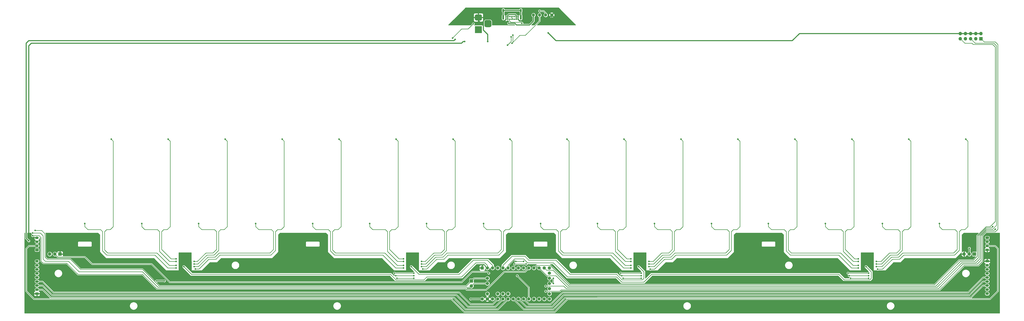
<source format=gbr>
G04 #@! TF.GenerationSoftware,KiCad,Pcbnew,(5.1.7)-1*
G04 #@! TF.CreationDate,2021-02-27T15:40:24-05:00*
G04 #@! TF.ProjectId,OpeNITHM-full,4f70654e-4954-4484-9d2d-66756c6c2e6b,rev?*
G04 #@! TF.SameCoordinates,Original*
G04 #@! TF.FileFunction,Copper,L2,Bot*
G04 #@! TF.FilePolarity,Positive*
%FSLAX46Y46*%
G04 Gerber Fmt 4.6, Leading zero omitted, Abs format (unit mm)*
G04 Created by KiCad (PCBNEW (5.1.7)-1) date 2021-02-27 15:40:24*
%MOMM*%
%LPD*%
G01*
G04 APERTURE LIST*
G04 #@! TA.AperFunction,ComponentPad*
%ADD10O,1.700000X1.700000*%
G04 #@! TD*
G04 #@! TA.AperFunction,ComponentPad*
%ADD11R,1.700000X1.700000*%
G04 #@! TD*
G04 #@! TA.AperFunction,ComponentPad*
%ADD12C,1.600000*%
G04 #@! TD*
G04 #@! TA.AperFunction,ComponentPad*
%ADD13R,1.600000X1.600000*%
G04 #@! TD*
G04 #@! TA.AperFunction,ComponentPad*
%ADD14C,0.700000*%
G04 #@! TD*
G04 #@! TA.AperFunction,ComponentPad*
%ADD15O,0.900000X2.400000*%
G04 #@! TD*
G04 #@! TA.AperFunction,ComponentPad*
%ADD16O,0.900000X1.700000*%
G04 #@! TD*
G04 #@! TA.AperFunction,ComponentPad*
%ADD17R,3.500000X3.500000*%
G04 #@! TD*
G04 #@! TA.AperFunction,SMDPad,CuDef*
%ADD18C,1.500000*%
G04 #@! TD*
G04 #@! TA.AperFunction,ComponentPad*
%ADD19O,1.750000X1.200000*%
G04 #@! TD*
G04 #@! TA.AperFunction,ViaPad*
%ADD20C,0.800000*%
G04 #@! TD*
G04 #@! TA.AperFunction,Conductor*
%ADD21C,0.508000*%
G04 #@! TD*
G04 #@! TA.AperFunction,Conductor*
%ADD22C,0.250000*%
G04 #@! TD*
G04 #@! TA.AperFunction,Conductor*
%ADD23C,0.254000*%
G04 #@! TD*
G04 #@! TA.AperFunction,Conductor*
%ADD24C,0.100000*%
G04 #@! TD*
G04 APERTURE END LIST*
D10*
X370170000Y-126500000D03*
X372710000Y-126500000D03*
D11*
X375250000Y-126500000D03*
D10*
X-79250000Y-126500000D03*
X-76710000Y-126500000D03*
D11*
X-74170000Y-126500000D03*
D10*
X368300000Y-18097500D03*
X368300000Y-20637500D03*
X370840000Y-18097500D03*
X370840000Y-20637500D03*
X373380000Y-18097500D03*
X373380000Y-20637500D03*
X375920000Y-18097500D03*
X375920000Y-20637500D03*
X378460000Y-18097500D03*
D11*
X378460000Y-20637500D03*
D12*
X135890000Y-140970000D03*
X135890000Y-138430000D03*
D13*
X133350000Y-133350000D03*
D12*
X135890000Y-133350000D03*
X138430000Y-133350000D03*
X140970000Y-133350000D03*
X143510000Y-133350000D03*
X146050000Y-133350000D03*
X148590000Y-133350000D03*
X151130000Y-133350000D03*
X153670000Y-133350000D03*
X156210000Y-133350000D03*
X158750000Y-133350000D03*
X161290000Y-133350000D03*
X163830000Y-133350000D03*
X146050000Y-146050000D03*
X143510000Y-146050000D03*
X140970000Y-146050000D03*
X135890000Y-146050000D03*
X133350000Y-148590000D03*
X135890000Y-148590000D03*
X138430000Y-148590000D03*
X140970000Y-148590000D03*
X143510000Y-148590000D03*
X146050000Y-148590000D03*
X148590000Y-148590000D03*
X151130000Y-148590000D03*
X153670000Y-148590000D03*
X156210000Y-148590000D03*
X158750000Y-148590000D03*
X161290000Y-148590000D03*
X163830000Y-148590000D03*
X166370000Y-133350000D03*
X166370000Y-135890000D03*
X166370000Y-138430000D03*
X166370000Y-148590000D03*
X166370000Y-146050000D03*
X166370000Y-143510000D03*
X166370000Y-140970000D03*
D11*
X128000000Y-139700000D03*
D10*
X128000000Y-142240000D03*
D14*
X145020000Y-11100000D03*
X145870000Y-11100000D03*
X146720000Y-11100000D03*
X147570000Y-11100000D03*
X148420000Y-11100000D03*
X149270000Y-11100000D03*
X150120000Y-11100000D03*
X150970000Y-11100000D03*
X145870000Y-9750000D03*
X147570000Y-9750000D03*
X146720000Y-9750000D03*
X145020000Y-9750000D03*
X149270000Y-9750000D03*
X150120000Y-9750000D03*
X150970000Y-9750000D03*
X148420000Y-9750000D03*
D15*
X143670000Y-10120000D03*
X152320000Y-10120000D03*
D16*
X143670000Y-6740000D03*
X152320000Y-6740000D03*
G04 #@! TA.AperFunction,ComponentPad*
G36*
G01*
X135270000Y-11450000D02*
X137020000Y-11450000D01*
G75*
G02*
X137895000Y-12325000I0J-875000D01*
G01*
X137895000Y-14075000D01*
G75*
G02*
X137020000Y-14950000I-875000J0D01*
G01*
X135270000Y-14950000D01*
G75*
G02*
X134395000Y-14075000I0J875000D01*
G01*
X134395000Y-12325000D01*
G75*
G02*
X135270000Y-11450000I875000J0D01*
G01*
G37*
G04 #@! TD.AperFunction*
G04 #@! TA.AperFunction,ComponentPad*
G36*
G01*
X130445000Y-8700000D02*
X132445000Y-8700000D01*
G75*
G02*
X133195000Y-9450000I0J-750000D01*
G01*
X133195000Y-10950000D01*
G75*
G02*
X132445000Y-11700000I-750000J0D01*
G01*
X130445000Y-11700000D01*
G75*
G02*
X129695000Y-10950000I0J750000D01*
G01*
X129695000Y-9450000D01*
G75*
G02*
X130445000Y-8700000I750000J0D01*
G01*
G37*
G04 #@! TD.AperFunction*
D17*
X131445000Y-16200000D03*
D18*
X167500000Y-9000000D03*
X164500000Y-9000000D03*
X161500000Y-9000000D03*
X158500000Y-9000000D03*
D19*
X-85500000Y-118500000D03*
X-85500000Y-120500000D03*
X-85500000Y-122500000D03*
G04 #@! TA.AperFunction,ComponentPad*
G36*
G01*
X-84874999Y-125100000D02*
X-86125001Y-125100000D01*
G75*
G02*
X-86375000Y-124850001I0J249999D01*
G01*
X-86375000Y-124149999D01*
G75*
G02*
X-86125001Y-123900000I249999J0D01*
G01*
X-84874999Y-123900000D01*
G75*
G02*
X-84625000Y-124149999I0J-249999D01*
G01*
X-84625000Y-124850001D01*
G75*
G02*
X-84874999Y-125100000I-249999J0D01*
G01*
G37*
G04 #@! TD.AperFunction*
X381500000Y-124500000D03*
X381500000Y-122500000D03*
X381500000Y-120500000D03*
G04 #@! TA.AperFunction,ComponentPad*
G36*
G01*
X380874999Y-117900000D02*
X382125001Y-117900000D01*
G75*
G02*
X382375000Y-118149999I0J-249999D01*
G01*
X382375000Y-118850001D01*
G75*
G02*
X382125001Y-119100000I-249999J0D01*
G01*
X380874999Y-119100000D01*
G75*
G02*
X380625000Y-118850001I0J249999D01*
G01*
X380625000Y-118149999D01*
G75*
G02*
X380874999Y-117900000I249999J0D01*
G01*
G37*
G04 #@! TD.AperFunction*
X381500000Y-146000000D03*
X381500000Y-144000000D03*
X381500000Y-142000000D03*
X381500000Y-140000000D03*
X381500000Y-138000000D03*
X381500000Y-136000000D03*
X381500000Y-134000000D03*
X381500000Y-132000000D03*
G04 #@! TA.AperFunction,ComponentPad*
G36*
G01*
X380874999Y-129400000D02*
X382125001Y-129400000D01*
G75*
G02*
X382375000Y-129649999I0J-249999D01*
G01*
X382375000Y-130350001D01*
G75*
G02*
X382125001Y-130600000I-249999J0D01*
G01*
X380874999Y-130600000D01*
G75*
G02*
X380625000Y-130350001I0J249999D01*
G01*
X380625000Y-129649999D01*
G75*
G02*
X380874999Y-129400000I249999J0D01*
G01*
G37*
G04 #@! TD.AperFunction*
X-85500000Y-130000000D03*
X-85500000Y-132000000D03*
X-85500000Y-134000000D03*
X-85500000Y-136000000D03*
X-85500000Y-138000000D03*
X-85500000Y-140000000D03*
X-85500000Y-142000000D03*
X-85500000Y-144000000D03*
G04 #@! TA.AperFunction,ComponentPad*
G36*
G01*
X-84874999Y-146600000D02*
X-86125001Y-146600000D01*
G75*
G02*
X-86375000Y-146350001I0J249999D01*
G01*
X-86375000Y-145649999D01*
G75*
G02*
X-86125001Y-145400000I249999J0D01*
G01*
X-84874999Y-145400000D01*
G75*
G02*
X-84625000Y-145649999I0J-249999D01*
G01*
X-84625000Y-146350001D01*
G75*
G02*
X-84874999Y-146600000I-249999J0D01*
G01*
G37*
G04 #@! TD.AperFunction*
D20*
X175000000Y-154000000D03*
X57500000Y-128500000D03*
X33000000Y-128500000D03*
X281500000Y-128500000D03*
X257000000Y-128500000D03*
X223500000Y-135000000D03*
X308000000Y-135000000D03*
X84000000Y-135000000D03*
X-500000Y-135000000D03*
X136000000Y-22000000D03*
X167500000Y-11500000D03*
X169500000Y-128000000D03*
X144018000Y-128016000D03*
X196000000Y-135000000D03*
X-54500000Y-128500000D03*
X208500000Y-127000000D03*
X320500000Y-127000000D03*
X97000000Y-127000000D03*
X355500000Y-139500000D03*
X335000000Y-135000000D03*
X384000000Y-124500000D03*
X375920000Y-147320000D03*
X-90805000Y-147955000D03*
X-73025000Y-141605000D03*
X-79375000Y-116840000D03*
X111500000Y-135000000D03*
X31500000Y-155000000D03*
X279000000Y-155000000D03*
X121000000Y-154000000D03*
X386080000Y-148590000D03*
X124685000Y-22000000D03*
X-89535000Y-118110000D03*
X45500000Y-116500000D03*
X157500000Y-116500000D03*
X269500000Y-116500000D03*
X-66500000Y-116500000D03*
X165735000Y-17780000D03*
X381635000Y-116840000D03*
X-15000000Y-127000000D03*
X-23500000Y-135000000D03*
X368000000Y-128000000D03*
X-70600000Y-124100000D03*
X127635000Y-148590000D03*
X120060000Y-21000000D03*
X-89535000Y-120015000D03*
X211455000Y-135890000D03*
X323215000Y-135890000D03*
X201295000Y-135890000D03*
X313055000Y-135890000D03*
X99695000Y-135890000D03*
X90170000Y-135890000D03*
X149860000Y-130175000D03*
X153670000Y-130175000D03*
X211455000Y-137160000D03*
X323215000Y-137160000D03*
X201930000Y-137160000D03*
X313690000Y-137160000D03*
X99695000Y-137160000D03*
X90805000Y-137160000D03*
X154940000Y-131445000D03*
X149225000Y-131445000D03*
X211455000Y-138430000D03*
X323215000Y-138430000D03*
X202565000Y-138430000D03*
X314325000Y-138430000D03*
X91440000Y-138430000D03*
X99695000Y-138430000D03*
X147000000Y-70000000D03*
X104140000Y-133858000D03*
X103505000Y-131445000D03*
X119000000Y-70000000D03*
X94615000Y-128905000D03*
X91000000Y-70000000D03*
X94615000Y-132080000D03*
X63000000Y-70000000D03*
X35000000Y-70000000D03*
X-7620000Y-133858000D03*
X-8255000Y-131445000D03*
X7000000Y-70000000D03*
X-17145000Y-128905000D03*
X-21000000Y-70000000D03*
X-49000000Y-70000000D03*
X-17145000Y-132080000D03*
X-62000000Y-111500000D03*
X-17145000Y-133350000D03*
X-17145000Y-130175000D03*
X-34000000Y-111500000D03*
X-8255000Y-130175000D03*
X-6000000Y-111500000D03*
X-8255000Y-132715000D03*
X22000000Y-111500000D03*
X94615000Y-133350000D03*
X50000000Y-111500000D03*
X94615000Y-130175000D03*
X78000000Y-111500000D03*
X103505000Y-130175000D03*
X106000000Y-111500000D03*
X103505000Y-132715000D03*
X134000000Y-111500000D03*
X150495000Y-137160000D03*
X-22860000Y-139700000D03*
X-26670000Y-139700000D03*
X321945000Y-132715000D03*
X-13335000Y-132715000D03*
X136525000Y-135890000D03*
X210185000Y-132715000D03*
X98425000Y-132715000D03*
X327660000Y-133985000D03*
X371000000Y-70000000D03*
X327025000Y-131445000D03*
X343000000Y-70000000D03*
X318135000Y-128905000D03*
X315000000Y-70000000D03*
X318135000Y-132080000D03*
X287000000Y-70000000D03*
X215900000Y-133985000D03*
X259000000Y-70000000D03*
X215265000Y-131445000D03*
X231000000Y-70000000D03*
X206375000Y-128905000D03*
X203000000Y-70000000D03*
X206375000Y-132080000D03*
X175000000Y-70000000D03*
X327025000Y-132715000D03*
X358000000Y-111500000D03*
X327025000Y-130175000D03*
X330000000Y-111500000D03*
X318135000Y-130175000D03*
X302000000Y-111500000D03*
X318135000Y-133350000D03*
X274000000Y-111500000D03*
X215265000Y-132715000D03*
X246000000Y-111500000D03*
X215265000Y-130175000D03*
X218000000Y-111500000D03*
X206375000Y-130175000D03*
X190000000Y-111500000D03*
X206375000Y-133350000D03*
X162000000Y-111500000D03*
X164465000Y-142240000D03*
X385445000Y-114300000D03*
X384175000Y-113030000D03*
X164465000Y-144780000D03*
X168275000Y-140970000D03*
X168275000Y-138430000D03*
X152840000Y-13000000D03*
X147570000Y-19770000D03*
X161500000Y-7000000D03*
X-86360000Y-114935000D03*
X145732500Y-23812500D03*
X148420000Y-18920000D03*
X-87630000Y-116205000D03*
X147955000Y-22860000D03*
X118745000Y-20320000D03*
X128905000Y-13335000D03*
X-87630000Y-117475000D03*
X146260990Y-13079010D03*
X372706667Y-123670000D03*
D21*
X150970000Y-9750000D02*
X150970000Y-11100000D01*
X150340000Y-8000000D02*
X145840000Y-8000000D01*
X145020000Y-8820000D02*
X145020000Y-9750000D01*
X150970000Y-8630000D02*
X150340000Y-8000000D01*
X150970000Y-9750000D02*
X150970000Y-8630000D01*
X145840000Y-8000000D02*
X145020000Y-8820000D01*
X145020000Y-9750000D02*
X145020000Y-11100000D01*
X167500000Y-9000000D02*
X167500000Y-11500000D01*
X-89535000Y-116840000D02*
X-89535000Y-116840000D01*
X365760000Y-18097500D02*
X365760000Y-18097500D01*
X-88265000Y-22860000D02*
X123190000Y-22860000D01*
X-89535000Y-24130000D02*
X-88265000Y-22860000D01*
X-89535000Y-116840000D02*
X-89535000Y-24130000D01*
X124050000Y-22000000D02*
X123190000Y-22860000D01*
X124685000Y-22000000D02*
X124050000Y-22000000D01*
X-89535000Y-116840000D02*
X-89535000Y-118110000D01*
X-89535000Y-118110000D02*
X-89535000Y-118110000D01*
X136000000Y-18525000D02*
X136000000Y-22000000D01*
X133940990Y-16465990D02*
X136000000Y-18525000D01*
X133940990Y-14195990D02*
X133940990Y-16465990D01*
X131445000Y-11700000D02*
X133940990Y-14195990D01*
X131445000Y-10200000D02*
X131445000Y-11700000D01*
X365760000Y-18097500D02*
X289242500Y-18097500D01*
X289242500Y-18097500D02*
X285750000Y-21590000D01*
X285750000Y-21590000D02*
X169545000Y-21590000D01*
X169545000Y-21590000D02*
X165735000Y-17780000D01*
X165735000Y-17780000D02*
X165735000Y-17780000D01*
X365760000Y-18097500D02*
X378460000Y-18097500D01*
X127635000Y-148590000D02*
X133350000Y-148590000D01*
X-90805000Y-22860000D02*
X-89535000Y-21590000D01*
X119470000Y-21590000D02*
X119380000Y-21590000D01*
X120060000Y-21000000D02*
X119470000Y-21590000D01*
X-89535000Y-21590000D02*
X119380000Y-21590000D01*
X-90805000Y-116205000D02*
X-90805000Y-118745000D01*
X-90805000Y-116205000D02*
X-90805000Y-22860000D01*
X-90805000Y-118745000D02*
X-90170000Y-119380000D01*
X-90170000Y-119380000D02*
X-90170000Y-119380000D01*
X-90170000Y-119380000D02*
X-89535000Y-120015000D01*
X-89535000Y-120015000D02*
X-89535000Y-120015000D01*
D22*
X211455000Y-135890000D02*
X203200000Y-135890000D01*
X314960000Y-135890000D02*
X323215000Y-135890000D01*
X323215000Y-135890000D02*
X323215000Y-135890000D01*
X203200000Y-135890000D02*
X201295000Y-135890000D01*
X314960000Y-135890000D02*
X313055000Y-135890000D01*
X91440000Y-135890000D02*
X90170000Y-135890000D01*
X99695000Y-135890000D02*
X91440000Y-135890000D01*
X153670000Y-130175000D02*
X149860000Y-130175000D01*
X314960000Y-137160000D02*
X323215000Y-137160000D01*
X323215000Y-137160000D02*
X323215000Y-137160000D01*
X211455000Y-137160000D02*
X203200000Y-137160000D01*
X203200000Y-137160000D02*
X201930000Y-137160000D01*
X314960000Y-137160000D02*
X313690000Y-137160000D01*
X91440000Y-137160000D02*
X90805000Y-137160000D01*
X99695000Y-137160000D02*
X91440000Y-137160000D01*
X149225000Y-131445000D02*
X154940000Y-131445000D01*
X211455000Y-138430000D02*
X203200000Y-138430000D01*
X314960000Y-138430000D02*
X323215000Y-138430000D01*
X323215000Y-138430000D02*
X323215000Y-138430000D01*
X203200000Y-138430000D02*
X202565000Y-138430000D01*
X314960000Y-138430000D02*
X314325000Y-138430000D01*
X91440000Y-138430000D02*
X99695000Y-138430000D01*
X99695000Y-138430000D02*
X99695000Y-138430000D01*
X148000000Y-71000000D02*
X147000000Y-70000000D01*
X144750000Y-114500000D02*
X146500000Y-114500000D01*
X143750000Y-124750000D02*
X143750000Y-115500000D01*
X141500000Y-127000000D02*
X143750000Y-124750000D01*
X116500000Y-127000000D02*
X141500000Y-127000000D01*
X114500000Y-129000000D02*
X116500000Y-127000000D01*
X148000000Y-113000000D02*
X148000000Y-71000000D01*
X143750000Y-115500000D02*
X144750000Y-114500000D01*
X110970000Y-129000000D02*
X114500000Y-129000000D01*
X146500000Y-114500000D02*
X148000000Y-113000000D01*
X106112000Y-133858000D02*
X106523000Y-133447000D01*
X104140000Y-133858000D02*
X106112000Y-133858000D01*
X106523000Y-133447000D02*
X110970000Y-129000000D01*
X103505000Y-131445000D02*
X105055000Y-131445000D01*
X118500000Y-114500000D02*
X116750000Y-114500000D01*
X116750000Y-114500000D02*
X115750000Y-115500000D01*
X113500000Y-127000000D02*
X110000000Y-127000000D01*
X120000000Y-71000000D02*
X120000000Y-113000000D01*
X115750000Y-115500000D02*
X115750000Y-124750000D01*
X115750000Y-124750000D02*
X113500000Y-127000000D01*
X110000000Y-127000000D02*
X105555000Y-131445000D01*
X119000000Y-70000000D02*
X120000000Y-71000000D01*
X120000000Y-113000000D02*
X118500000Y-114500000D01*
X105555000Y-131445000D02*
X105055000Y-131445000D01*
X94615000Y-128905000D02*
X92405000Y-128905000D01*
X87750000Y-115500000D02*
X87750000Y-124250000D01*
X87750000Y-124250000D02*
X92405000Y-128905000D01*
X92000000Y-113000000D02*
X90500000Y-114500000D01*
X92000000Y-71000000D02*
X92000000Y-113000000D01*
X88750000Y-114500000D02*
X87750000Y-115500000D01*
X91000000Y-70000000D02*
X92000000Y-71000000D01*
X90500000Y-114500000D02*
X88750000Y-114500000D01*
X91580000Y-132080000D02*
X94615000Y-132080000D01*
X63000000Y-70000000D02*
X64000000Y-71000000D01*
X64000000Y-113000000D02*
X62500000Y-114500000D01*
X85500000Y-126000000D02*
X91580000Y-132080000D01*
X64000000Y-71000000D02*
X64000000Y-113000000D01*
X62500000Y-114500000D02*
X60750000Y-114500000D01*
X59750000Y-115500000D02*
X59750000Y-124500000D01*
X59750000Y-124500000D02*
X61250000Y-126000000D01*
X60750000Y-114500000D02*
X59750000Y-115500000D01*
X61250000Y-126000000D02*
X85500000Y-126000000D01*
X2500000Y-129000000D02*
X-1030000Y-129000000D01*
X29500000Y-127000000D02*
X4500000Y-127000000D01*
X31750000Y-124750000D02*
X29500000Y-127000000D01*
X31750000Y-115500000D02*
X31750000Y-124750000D01*
X32750000Y-114500000D02*
X31750000Y-115500000D01*
X34500000Y-114500000D02*
X32750000Y-114500000D01*
X4500000Y-127000000D02*
X2500000Y-129000000D01*
X36000000Y-71000000D02*
X36000000Y-113000000D01*
X36000000Y-113000000D02*
X34500000Y-114500000D01*
X35000000Y-70000000D02*
X36000000Y-71000000D01*
X-5888000Y-133858000D02*
X-5484000Y-133454000D01*
X-7620000Y-133858000D02*
X-5888000Y-133858000D01*
X-1030000Y-129000000D02*
X-5484000Y-133454000D01*
X1500000Y-127000000D02*
X-2000000Y-127000000D01*
X3750000Y-124750000D02*
X1500000Y-127000000D01*
X3750000Y-115500000D02*
X3750000Y-124750000D01*
X4750000Y-114500000D02*
X3750000Y-115500000D01*
X6500000Y-114500000D02*
X4750000Y-114500000D01*
X-2000000Y-127000000D02*
X-6445000Y-131445000D01*
X8000000Y-113000000D02*
X6500000Y-114500000D01*
X8000000Y-71000000D02*
X8000000Y-113000000D01*
X7000000Y-70000000D02*
X8000000Y-71000000D01*
X-8255000Y-131445000D02*
X-6445000Y-131445000D01*
X-17145000Y-128905000D02*
X-19595000Y-128905000D01*
X-21000000Y-70000000D02*
X-20000000Y-71000000D01*
X-20000000Y-113000000D02*
X-21500000Y-114500000D01*
X-20000000Y-71000000D02*
X-20000000Y-113000000D01*
X-21500000Y-114500000D02*
X-23250000Y-114500000D01*
X-23250000Y-114500000D02*
X-24250000Y-115500000D01*
X-24250000Y-115500000D02*
X-24250000Y-124250000D01*
X-24250000Y-124250000D02*
X-19595000Y-128905000D01*
X-20420000Y-132080000D02*
X-17145000Y-132080000D01*
X-26500000Y-126000000D02*
X-20420000Y-132080000D01*
X-48000000Y-113000000D02*
X-49500000Y-114500000D01*
X-48000000Y-71000000D02*
X-48000000Y-113000000D01*
X-49000000Y-70000000D02*
X-48000000Y-71000000D01*
X-51250000Y-114500000D02*
X-52250000Y-115500000D01*
X-49500000Y-114500000D02*
X-51250000Y-114500000D01*
X-52250000Y-115500000D02*
X-52250000Y-124500000D01*
X-52250000Y-124500000D02*
X-50750000Y-126000000D01*
X-50750000Y-126000000D02*
X-26500000Y-126000000D01*
X-27500000Y-127000000D02*
X-21150000Y-133350000D01*
X-51250000Y-127000000D02*
X-27500000Y-127000000D01*
X-53250000Y-125000000D02*
X-51250000Y-127000000D01*
X-54250000Y-114500000D02*
X-53250000Y-115500000D01*
X-60500000Y-114500000D02*
X-54250000Y-114500000D01*
X-53250000Y-115500000D02*
X-53250000Y-125000000D01*
X-62000000Y-113000000D02*
X-60500000Y-114500000D01*
X-21150000Y-133350000D02*
X-17145000Y-133350000D01*
X-62000000Y-111500000D02*
X-62000000Y-113000000D01*
X-17145000Y-130175000D02*
X-20325000Y-130175000D01*
X-34000000Y-111500000D02*
X-34000000Y-113000000D01*
X-32500000Y-114500000D02*
X-26250000Y-114500000D01*
X-34000000Y-113000000D02*
X-32500000Y-114500000D01*
X-26250000Y-114500000D02*
X-25250000Y-115500000D01*
X-25250000Y-115500000D02*
X-25250000Y-125250000D01*
X-25250000Y-125250000D02*
X-20325000Y-130175000D01*
X-7675000Y-130175000D02*
X-8255000Y-130175000D01*
X-2500000Y-126000000D02*
X-6675000Y-130175000D01*
X1000000Y-126000000D02*
X-2500000Y-126000000D01*
X2750000Y-124250000D02*
X1000000Y-126000000D01*
X1750000Y-114500000D02*
X2750000Y-115500000D01*
X-4500000Y-114500000D02*
X1750000Y-114500000D01*
X-6000000Y-113000000D02*
X-4500000Y-114500000D01*
X-6000000Y-111500000D02*
X-6000000Y-113000000D01*
X2750000Y-115500000D02*
X2750000Y-124250000D01*
X-6675000Y-130175000D02*
X-7675000Y-130175000D01*
X4000000Y-126000000D02*
X2000000Y-128000000D01*
X2000000Y-128000000D02*
X-1500000Y-128000000D01*
X29000000Y-126000000D02*
X4000000Y-126000000D01*
X30750000Y-124250000D02*
X29000000Y-126000000D01*
X30750000Y-115500000D02*
X30750000Y-124250000D01*
X-6215000Y-132715000D02*
X-8255000Y-132715000D01*
X29750000Y-114500000D02*
X30750000Y-115500000D01*
X23500000Y-114500000D02*
X29750000Y-114500000D01*
X-1500000Y-128000000D02*
X-6215000Y-132715000D01*
X22000000Y-113000000D02*
X23500000Y-114500000D01*
X22000000Y-111500000D02*
X22000000Y-113000000D01*
X94615000Y-133350000D02*
X90850000Y-133350000D01*
X58750000Y-125000000D02*
X60750000Y-127000000D01*
X84500000Y-127000000D02*
X90850000Y-133350000D01*
X58750000Y-115500000D02*
X58750000Y-125000000D01*
X50000000Y-111500000D02*
X50000000Y-113000000D01*
X60750000Y-127000000D02*
X84500000Y-127000000D01*
X51500000Y-114500000D02*
X57750000Y-114500000D01*
X50000000Y-113000000D02*
X51500000Y-114500000D01*
X57750000Y-114500000D02*
X58750000Y-115500000D01*
X94615000Y-130175000D02*
X91675000Y-130175000D01*
X86750000Y-115500000D02*
X86750000Y-125250000D01*
X86750000Y-125250000D02*
X91675000Y-130175000D01*
X85750000Y-114500000D02*
X86750000Y-115500000D01*
X78000000Y-111500000D02*
X78000000Y-113000000D01*
X79500000Y-114500000D02*
X85750000Y-114500000D01*
X78000000Y-113000000D02*
X79500000Y-114500000D01*
X103505000Y-130175000D02*
X104325000Y-130175000D01*
X113750000Y-114500000D02*
X114750000Y-115500000D01*
X107500000Y-114500000D02*
X113750000Y-114500000D01*
X106000000Y-113000000D02*
X107500000Y-114500000D01*
X109500000Y-126000000D02*
X105325000Y-130175000D01*
X106000000Y-111500000D02*
X106000000Y-113000000D01*
X114750000Y-115500000D02*
X114750000Y-124250000D01*
X113000000Y-126000000D02*
X109500000Y-126000000D01*
X114750000Y-124250000D02*
X113000000Y-126000000D01*
X105325000Y-130175000D02*
X104325000Y-130175000D01*
X103505000Y-132715000D02*
X105785000Y-132715000D01*
X142750000Y-124250000D02*
X141000000Y-126000000D01*
X134000000Y-113000000D02*
X135500000Y-114500000D01*
X135500000Y-114500000D02*
X141750000Y-114500000D01*
X134000000Y-111500000D02*
X134000000Y-113000000D01*
X142750000Y-115500000D02*
X142750000Y-124250000D01*
X141000000Y-126000000D02*
X116000000Y-126000000D01*
X110500000Y-128000000D02*
X105785000Y-132715000D01*
X141750000Y-114500000D02*
X142750000Y-115500000D01*
X116000000Y-126000000D02*
X114000000Y-128000000D01*
X114000000Y-128000000D02*
X110500000Y-128000000D01*
X156210000Y-142875000D02*
X156210000Y-148590000D01*
X150495000Y-137160000D02*
X156210000Y-142875000D01*
D21*
X-22860000Y-139700000D02*
X-26670000Y-139700000D01*
X-26670000Y-139700000D02*
X-26670000Y-139700000D01*
D22*
X321945000Y-132715000D02*
X321945000Y-132715000D01*
X324485000Y-135255000D02*
X321945000Y-132715000D01*
X324485000Y-138430000D02*
X324485000Y-135255000D01*
X308610000Y-136525000D02*
X311240001Y-139155001D01*
X153670000Y-128905000D02*
X155575000Y-130810000D01*
X155575000Y-130810000D02*
X168275000Y-130810000D01*
X212725000Y-140335000D02*
X216535000Y-136525000D01*
X311240001Y-139155001D02*
X323759999Y-139155001D01*
X323759999Y-139155001D02*
X324485000Y-138430000D01*
X168275000Y-130810000D02*
X175260000Y-137795000D01*
X175260000Y-137795000D02*
X199390000Y-137795000D01*
X201930000Y-140335000D02*
X212725000Y-140335000D01*
X199390000Y-137795000D02*
X201930000Y-140335000D01*
X216535000Y-136525000D02*
X308610000Y-136525000D01*
X149225000Y-128905000D02*
X146050000Y-132080000D01*
X146050000Y-133350000D02*
X146050000Y-132080000D01*
X149225000Y-128905000D02*
X153670000Y-128905000D01*
X135890000Y-132080000D02*
X135890000Y-133350000D01*
X130175000Y-130810000D02*
X134620000Y-130810000D01*
X123190000Y-137795000D02*
X130175000Y-130810000D01*
X106045000Y-137795000D02*
X123190000Y-137795000D01*
X134620000Y-130810000D02*
X135890000Y-132080000D01*
X-9525000Y-136525000D02*
X88265000Y-136525000D01*
X104684999Y-139155001D02*
X106045000Y-137795000D01*
X-13335000Y-132715000D02*
X-9525000Y-136525000D01*
X88265000Y-136525000D02*
X90895001Y-139155001D01*
X90895001Y-139155001D02*
X104684999Y-139155001D01*
X135890000Y-135255000D02*
X135890000Y-135255000D01*
X135890000Y-135255000D02*
X136525000Y-135890000D01*
X128270000Y-135255000D02*
X135890000Y-135255000D01*
X123190000Y-140335000D02*
X128270000Y-135255000D01*
X-20320000Y-140335000D02*
X123190000Y-140335000D01*
X-29210000Y-131445000D02*
X-20320000Y-140335000D01*
X-58420000Y-131445000D02*
X-29210000Y-131445000D01*
X-61932500Y-127932500D02*
X-75277500Y-127932500D01*
X-75277500Y-127932500D02*
X-76710000Y-126500000D01*
X-61932500Y-127932500D02*
X-58420000Y-131445000D01*
X210185000Y-132715000D02*
X210185000Y-132715000D01*
X212725000Y-138430000D02*
X212725000Y-135255000D01*
X211999999Y-139155001D02*
X212725000Y-138430000D01*
X202020001Y-139155001D02*
X211999999Y-139155001D01*
X199390000Y-136525000D02*
X202020001Y-139155001D01*
X176530000Y-136525000D02*
X199390000Y-136525000D01*
X169545000Y-129540000D02*
X176530000Y-136525000D01*
X212725000Y-135255000D02*
X210185000Y-132715000D01*
X154305000Y-127635000D02*
X156210000Y-129540000D01*
X156210000Y-129540000D02*
X169545000Y-129540000D01*
X147955000Y-127635000D02*
X154305000Y-127635000D01*
X143510000Y-132080000D02*
X147955000Y-127635000D01*
X143510000Y-133350000D02*
X143510000Y-132080000D01*
X98425000Y-132715000D02*
X98425000Y-132715000D01*
X138430000Y-132080000D02*
X138430000Y-133350000D01*
X135890000Y-129540000D02*
X138430000Y-132080000D01*
X128905000Y-129540000D02*
X135890000Y-129540000D01*
X121920000Y-136525000D02*
X128905000Y-129540000D01*
X102235000Y-136525000D02*
X121920000Y-136525000D01*
X98425000Y-132715000D02*
X102235000Y-136525000D01*
X329485000Y-133985000D02*
X327660000Y-133985000D01*
X365500000Y-127000000D02*
X367750000Y-124750000D01*
X370500000Y-114500000D02*
X372000000Y-113000000D01*
X329485000Y-133985000D02*
X329985000Y-133985000D01*
X329985000Y-133985000D02*
X334970000Y-129000000D01*
X367750000Y-115500000D02*
X368750000Y-114500000D01*
X340500000Y-127000000D02*
X365500000Y-127000000D01*
X372000000Y-71000000D02*
X371000000Y-70000000D01*
X338500000Y-129000000D02*
X340500000Y-127000000D01*
X367750000Y-124750000D02*
X367750000Y-115500000D01*
X334970000Y-129000000D02*
X338500000Y-129000000D01*
X372000000Y-113000000D02*
X372000000Y-71000000D01*
X368750000Y-114500000D02*
X370500000Y-114500000D01*
X344000000Y-71000000D02*
X343000000Y-70000000D01*
X342500000Y-114500000D02*
X344000000Y-113000000D01*
X339750000Y-115500000D02*
X340750000Y-114500000D01*
X339750000Y-124750000D02*
X339750000Y-115500000D01*
X337500000Y-127000000D02*
X339750000Y-124750000D01*
X334000000Y-127000000D02*
X337500000Y-127000000D01*
X329555000Y-131445000D02*
X334000000Y-127000000D01*
X344000000Y-113000000D02*
X344000000Y-71000000D01*
X340750000Y-114500000D02*
X342500000Y-114500000D01*
X327025000Y-131445000D02*
X329555000Y-131445000D01*
X316405000Y-128905000D02*
X318135000Y-128905000D01*
X311750000Y-115500000D02*
X311750000Y-124250000D01*
X311750000Y-124250000D02*
X316405000Y-128905000D01*
X316000000Y-113000000D02*
X314500000Y-114500000D01*
X316000000Y-71000000D02*
X316000000Y-113000000D01*
X312750000Y-114500000D02*
X311750000Y-115500000D01*
X315000000Y-70000000D02*
X316000000Y-71000000D01*
X314500000Y-114500000D02*
X312750000Y-114500000D01*
X315580000Y-132080000D02*
X318135000Y-132080000D01*
X287000000Y-70000000D02*
X288000000Y-71000000D01*
X288000000Y-113000000D02*
X286500000Y-114500000D01*
X309500000Y-126000000D02*
X315580000Y-132080000D01*
X288000000Y-71000000D02*
X288000000Y-113000000D01*
X286500000Y-114500000D02*
X284750000Y-114500000D01*
X283750000Y-115500000D02*
X283750000Y-124500000D01*
X283750000Y-124500000D02*
X285250000Y-126000000D01*
X284750000Y-114500000D02*
X283750000Y-115500000D01*
X285250000Y-126000000D02*
X309500000Y-126000000D01*
X260000000Y-71000000D02*
X259000000Y-70000000D01*
X217515000Y-133985000D02*
X217985000Y-133985000D01*
X255750000Y-115500000D02*
X256750000Y-114500000D01*
X217985000Y-133985000D02*
X222970000Y-129000000D01*
X222970000Y-129000000D02*
X226500000Y-129000000D01*
X256750000Y-114500000D02*
X258500000Y-114500000D01*
X226500000Y-129000000D02*
X228500000Y-127000000D01*
X255750000Y-124750000D02*
X255750000Y-115500000D01*
X228500000Y-127000000D02*
X253500000Y-127000000D01*
X217515000Y-133985000D02*
X215900000Y-133985000D01*
X258500000Y-114500000D02*
X260000000Y-113000000D01*
X260000000Y-113000000D02*
X260000000Y-71000000D01*
X253500000Y-127000000D02*
X255750000Y-124750000D01*
X232000000Y-113000000D02*
X232000000Y-71000000D01*
X230500000Y-114500000D02*
X232000000Y-113000000D01*
X228750000Y-114500000D02*
X230500000Y-114500000D01*
X232000000Y-71000000D02*
X231000000Y-70000000D01*
X227750000Y-115500000D02*
X228750000Y-114500000D01*
X227750000Y-124750000D02*
X227750000Y-115500000D01*
X225500000Y-127000000D02*
X227750000Y-124750000D01*
X222000000Y-127000000D02*
X225500000Y-127000000D01*
X217555000Y-131445000D02*
X222000000Y-127000000D01*
X215265000Y-131445000D02*
X217555000Y-131445000D01*
X204405000Y-128905000D02*
X206375000Y-128905000D01*
X199750000Y-115500000D02*
X199750000Y-124250000D01*
X199750000Y-124250000D02*
X204405000Y-128905000D01*
X204000000Y-113000000D02*
X202500000Y-114500000D01*
X204000000Y-71000000D02*
X204000000Y-113000000D01*
X200750000Y-114500000D02*
X199750000Y-115500000D01*
X203000000Y-70000000D02*
X204000000Y-71000000D01*
X202500000Y-114500000D02*
X200750000Y-114500000D01*
X203580000Y-132080000D02*
X206375000Y-132080000D01*
X175000000Y-70000000D02*
X176000000Y-71000000D01*
X176000000Y-113000000D02*
X174500000Y-114500000D01*
X197500000Y-126000000D02*
X203580000Y-132080000D01*
X176000000Y-71000000D02*
X176000000Y-113000000D01*
X174500000Y-114500000D02*
X172750000Y-114500000D01*
X171750000Y-115500000D02*
X171750000Y-124500000D01*
X171750000Y-124500000D02*
X173250000Y-126000000D01*
X172750000Y-114500000D02*
X171750000Y-115500000D01*
X173250000Y-126000000D02*
X197500000Y-126000000D01*
X359500000Y-114500000D02*
X358000000Y-113000000D01*
X365750000Y-114500000D02*
X359500000Y-114500000D01*
X366750000Y-115500000D02*
X365750000Y-114500000D01*
X365000000Y-126000000D02*
X366750000Y-124250000D01*
X340000000Y-126000000D02*
X365000000Y-126000000D01*
X338000000Y-128000000D02*
X340000000Y-126000000D01*
X334500000Y-128000000D02*
X338000000Y-128000000D01*
X358000000Y-113000000D02*
X358000000Y-111500000D01*
X329785000Y-132715000D02*
X334500000Y-128000000D01*
X366750000Y-124250000D02*
X366750000Y-115500000D01*
X327025000Y-132715000D02*
X329785000Y-132715000D01*
X330000000Y-113000000D02*
X330000000Y-111500000D01*
X331500000Y-114500000D02*
X330000000Y-113000000D01*
X338750000Y-124250000D02*
X338750000Y-115500000D01*
X337000000Y-126000000D02*
X338750000Y-124250000D01*
X329325000Y-130175000D02*
X333500000Y-126000000D01*
X337750000Y-114500000D02*
X331500000Y-114500000D01*
X338750000Y-115500000D02*
X337750000Y-114500000D01*
X333500000Y-126000000D02*
X337000000Y-126000000D01*
X327025000Y-130175000D02*
X329325000Y-130175000D01*
X315675000Y-130175000D02*
X318135000Y-130175000D01*
X310750000Y-115500000D02*
X310750000Y-125250000D01*
X310750000Y-125250000D02*
X315675000Y-130175000D01*
X309750000Y-114500000D02*
X310750000Y-115500000D01*
X302000000Y-111500000D02*
X302000000Y-113000000D01*
X303500000Y-114500000D02*
X309750000Y-114500000D01*
X302000000Y-113000000D02*
X303500000Y-114500000D01*
X314850000Y-133350000D02*
X314270000Y-132770000D01*
X318135000Y-133350000D02*
X314850000Y-133350000D01*
X313000000Y-131500000D02*
X314270000Y-132770000D01*
X282750000Y-125000000D02*
X284750000Y-127000000D01*
X308500000Y-127000000D02*
X314850000Y-133350000D01*
X282750000Y-115500000D02*
X282750000Y-125000000D01*
X274000000Y-111500000D02*
X274000000Y-113000000D01*
X284750000Y-127000000D02*
X308500000Y-127000000D01*
X275500000Y-114500000D02*
X281750000Y-114500000D01*
X274000000Y-113000000D02*
X275500000Y-114500000D01*
X281750000Y-114500000D02*
X282750000Y-115500000D01*
X217785000Y-132715000D02*
X215265000Y-132715000D01*
X254750000Y-124250000D02*
X253000000Y-126000000D01*
X246000000Y-113000000D02*
X247500000Y-114500000D01*
X247500000Y-114500000D02*
X253750000Y-114500000D01*
X246000000Y-111500000D02*
X246000000Y-113000000D01*
X254750000Y-115500000D02*
X254750000Y-124250000D01*
X253000000Y-126000000D02*
X228000000Y-126000000D01*
X222500000Y-128000000D02*
X217785000Y-132715000D01*
X253750000Y-114500000D02*
X254750000Y-115500000D01*
X228000000Y-126000000D02*
X226000000Y-128000000D01*
X226000000Y-128000000D02*
X222500000Y-128000000D01*
X216325000Y-130175000D02*
X215265000Y-130175000D01*
X225750000Y-114500000D02*
X226750000Y-115500000D01*
X219500000Y-114500000D02*
X225750000Y-114500000D01*
X218000000Y-113000000D02*
X219500000Y-114500000D01*
X221500000Y-126000000D02*
X217325000Y-130175000D01*
X218000000Y-111500000D02*
X218000000Y-113000000D01*
X226750000Y-115500000D02*
X226750000Y-124250000D01*
X225000000Y-126000000D02*
X221500000Y-126000000D01*
X226750000Y-124250000D02*
X225000000Y-126000000D01*
X217325000Y-130175000D02*
X216325000Y-130175000D01*
X203675000Y-130175000D02*
X206375000Y-130175000D01*
X198750000Y-115500000D02*
X198750000Y-125250000D01*
X198750000Y-125250000D02*
X203675000Y-130175000D01*
X197750000Y-114500000D02*
X198750000Y-115500000D01*
X190000000Y-111500000D02*
X190000000Y-113000000D01*
X191500000Y-114500000D02*
X197750000Y-114500000D01*
X190000000Y-113000000D02*
X191500000Y-114500000D01*
X202850000Y-133350000D02*
X202072500Y-132572500D01*
X206375000Y-133350000D02*
X202850000Y-133350000D01*
X170750000Y-125000000D02*
X172750000Y-127000000D01*
X196500000Y-127000000D02*
X202850000Y-133350000D01*
X170750000Y-115500000D02*
X170750000Y-125000000D01*
X162000000Y-111500000D02*
X162000000Y-113000000D01*
X172750000Y-127000000D02*
X196500000Y-127000000D01*
X163500000Y-114500000D02*
X169750000Y-114500000D01*
X162000000Y-113000000D02*
X163500000Y-114500000D01*
X169750000Y-114500000D02*
X170750000Y-115500000D01*
X380998590Y-114935000D02*
X384810000Y-114935000D01*
X378644990Y-117290010D02*
X378644991Y-117288599D01*
X384810000Y-114935000D02*
X385445000Y-114300000D01*
X378460000Y-117475000D02*
X378644990Y-117290010D01*
X378460000Y-129540000D02*
X378460000Y-117475000D01*
X376555000Y-131445000D02*
X378460000Y-129540000D01*
X369570000Y-131445000D02*
X376555000Y-131445000D01*
X174625000Y-143510000D02*
X357505000Y-143510000D01*
X378644991Y-117288599D02*
X380998590Y-114935000D01*
X357505000Y-143510000D02*
X369570000Y-131445000D01*
X173355000Y-142240000D02*
X174625000Y-143510000D01*
X164465000Y-142240000D02*
X173355000Y-142240000D01*
X375602500Y-22860000D02*
X376555000Y-22860000D01*
X373380000Y-20637500D02*
X375602500Y-22860000D01*
X376555000Y-22860000D02*
X375920000Y-22860000D01*
X384810000Y-22860000D02*
X376555000Y-22860000D01*
X165100000Y-137160000D02*
X169545000Y-137160000D01*
X384175000Y-114300000D02*
X386080000Y-112395000D01*
X169545000Y-137160000D02*
X175260000Y-142875000D01*
X175260000Y-142875000D02*
X356870000Y-142875000D01*
X380997180Y-114300000D02*
X384175000Y-114300000D01*
X356870000Y-142875000D02*
X368935000Y-130810000D01*
X368935000Y-130810000D02*
X375920000Y-130810000D01*
X375920000Y-130810000D02*
X377825000Y-128905000D01*
X377825000Y-128905000D02*
X377825000Y-117472180D01*
X161290000Y-133350000D02*
X165100000Y-137160000D01*
X377825000Y-117472180D02*
X380997180Y-114300000D01*
X386080000Y-112395000D02*
X386080000Y-24130000D01*
X386080000Y-24130000D02*
X384810000Y-22860000D01*
X380995770Y-113665000D02*
X383540000Y-113665000D01*
X377374991Y-117285779D02*
X380995770Y-113665000D01*
X377190000Y-117475000D02*
X377374990Y-117290010D01*
X375285000Y-130175000D02*
X377190000Y-128270000D01*
X383540000Y-113665000D02*
X384175000Y-113030000D01*
X368300000Y-130175000D02*
X375285000Y-130175000D01*
X377190000Y-128270000D02*
X377190000Y-117475000D01*
X356235000Y-142240000D02*
X368300000Y-130175000D01*
X377374990Y-117290010D02*
X377374991Y-117285779D01*
X175895000Y-142240000D02*
X356235000Y-142240000D01*
X168130001Y-134475001D02*
X175895000Y-142240000D01*
X164955001Y-134475001D02*
X168130001Y-134475001D01*
X163830000Y-133350000D02*
X164955001Y-134475001D01*
X374015000Y-22860000D02*
X374650000Y-23495000D01*
X374650000Y-23495000D02*
X375920000Y-23495000D01*
X375920000Y-23495000D02*
X375285000Y-23495000D01*
X370522500Y-22860000D02*
X368300000Y-20637500D01*
X370840000Y-22860000D02*
X370522500Y-22860000D01*
X370840000Y-22860000D02*
X374015000Y-22860000D01*
X384175000Y-23495000D02*
X375920000Y-23495000D01*
X158750000Y-133350000D02*
X160020000Y-132080000D01*
X376555000Y-127635000D02*
X376555000Y-117469360D01*
X382905000Y-113030000D02*
X385445000Y-110490000D01*
X376555000Y-117469360D02*
X380994360Y-113030000D01*
X176290002Y-141605000D02*
X355600000Y-141605000D01*
X166765002Y-132080000D02*
X176290002Y-141605000D01*
X385445000Y-110490000D02*
X385445000Y-24765000D01*
X355600000Y-141605000D02*
X367665000Y-129540000D01*
X367665000Y-129540000D02*
X374650000Y-129540000D01*
X160020000Y-132080000D02*
X166765002Y-132080000D01*
X374650000Y-129540000D02*
X376555000Y-127635000D01*
X380994360Y-113030000D02*
X382905000Y-113030000D01*
X385445000Y-24765000D02*
X384175000Y-23495000D01*
X380047500Y-22225000D02*
X378460000Y-20637500D01*
X164465000Y-144780000D02*
X171450000Y-144780000D01*
X386715000Y-23495000D02*
X385445000Y-22225000D01*
X171450000Y-144780000D02*
X172085000Y-144145000D01*
X385445000Y-22225000D02*
X380047500Y-22225000D01*
X172085000Y-144145000D02*
X358147050Y-144145000D01*
X358147050Y-144145000D02*
X370212050Y-132080000D01*
X377190000Y-132080000D02*
X379095000Y-130175000D01*
X370212050Y-132080000D02*
X377190000Y-132080000D01*
X379095000Y-117475000D02*
X381000000Y-115570000D01*
X379095000Y-130175000D02*
X379095000Y-117475000D01*
X381000000Y-115570000D02*
X385445000Y-115570000D01*
X385445000Y-115570000D02*
X386715000Y-114300000D01*
X386715000Y-114300000D02*
X386715000Y-23495000D01*
X-85500000Y-140000000D02*
X-82885000Y-140000000D01*
X127635000Y-151130000D02*
X121920000Y-145415000D01*
X138430000Y-151130000D02*
X127635000Y-151130000D01*
X140970000Y-148590000D02*
X138430000Y-151130000D01*
X-75565000Y-145415000D02*
X-77470000Y-145415000D01*
X121920000Y-145415000D02*
X-75565000Y-145415000D01*
X-77470000Y-145415000D02*
X-82885000Y-140000000D01*
X-85500000Y-142000000D02*
X-82790000Y-142000000D01*
X143510000Y-148590000D02*
X139700000Y-152400000D01*
X139700000Y-152400000D02*
X126365000Y-152400000D01*
X126365000Y-152400000D02*
X120650000Y-146685000D01*
X-78105000Y-146685000D02*
X-82790000Y-142000000D01*
X-76835000Y-146685000D02*
X-78105000Y-146685000D01*
X120650000Y-146685000D02*
X-76835000Y-146685000D01*
X125095000Y-153670000D02*
X119380000Y-147955000D01*
X140970000Y-153670000D02*
X125095000Y-153670000D01*
X146050000Y-148590000D02*
X140970000Y-153670000D01*
X-82695000Y-144000000D02*
X-85500000Y-144000000D01*
X-78740000Y-147955000D02*
X-82695000Y-144000000D01*
X-78105000Y-147955000D02*
X-78740000Y-147955000D01*
X119380000Y-147955000D02*
X-78105000Y-147955000D01*
X148590000Y-148590000D02*
X153670000Y-153670000D01*
X168276410Y-153670000D02*
X173990000Y-147956410D01*
X153670000Y-153670000D02*
X168276410Y-153670000D01*
X379335000Y-142000000D02*
X381500000Y-142000000D01*
X189865000Y-147955000D02*
X373380000Y-147955000D01*
X189863590Y-147956410D02*
X189865000Y-147955000D01*
X373380000Y-147955000D02*
X379335000Y-142000000D01*
X173990000Y-147956410D02*
X180973590Y-147956410D01*
X180973590Y-147956410D02*
X189863590Y-147956410D01*
X180340000Y-147956410D02*
X180973590Y-147956410D01*
X154940000Y-152400000D02*
X151130000Y-148590000D01*
X167640000Y-152400000D02*
X154940000Y-152400000D01*
X167640000Y-152400000D02*
X173355000Y-146685000D01*
X189230000Y-146685000D02*
X188595000Y-146685000D01*
X379395000Y-140000000D02*
X381500000Y-140000000D01*
X372710000Y-146685000D02*
X379395000Y-140000000D01*
X189230000Y-146685000D02*
X372710000Y-146685000D01*
X181610000Y-146685000D02*
X182880000Y-146685000D01*
X182880000Y-146685000D02*
X189230000Y-146685000D01*
X181610000Y-146685000D02*
X173355000Y-146685000D01*
X188595000Y-145415000D02*
X187325000Y-145415000D01*
X379525000Y-138000000D02*
X381500000Y-138000000D01*
X372110000Y-145415000D02*
X379525000Y-138000000D01*
X188595000Y-145415000D02*
X372110000Y-145415000D01*
X172720000Y-145415000D02*
X182245000Y-145415000D01*
X167005000Y-151130000D02*
X172720000Y-145415000D01*
X156210000Y-151130000D02*
X167005000Y-151130000D01*
X153670000Y-148590000D02*
X156210000Y-151130000D01*
X182245000Y-145415000D02*
X188595000Y-145415000D01*
X179070000Y-145415000D02*
X182245000Y-145415000D01*
X168275000Y-138430000D02*
X168275000Y-140970000D01*
D21*
X152320000Y-6740000D02*
X152320000Y-10120000D01*
X143670000Y-6740000D02*
X143670000Y-10120000D01*
X152320000Y-6740000D02*
X143670000Y-6740000D01*
D22*
X152840000Y-13000000D02*
X152840000Y-13000000D01*
X152340000Y-12500000D02*
X152840000Y-13000000D01*
X146720000Y-11100000D02*
X146720000Y-11880000D01*
X146720000Y-11880000D02*
X147340000Y-12500000D01*
X147340000Y-12500000D02*
X152340000Y-12500000D01*
X168910000Y-154940000D02*
X124460000Y-154940000D01*
X175260000Y-148590000D02*
X168910000Y-154940000D01*
X124460000Y-154940000D02*
X118745000Y-149225000D01*
X382905000Y-148590000D02*
X175260000Y-148590000D01*
X386715000Y-144780000D02*
X382905000Y-148590000D01*
X386715000Y-123825000D02*
X386715000Y-144780000D01*
X385390000Y-122500000D02*
X386715000Y-123825000D01*
X381500000Y-122500000D02*
X385390000Y-122500000D01*
X-89480000Y-122500000D02*
X-85500000Y-122500000D01*
X-90805000Y-144780000D02*
X-90805000Y-123825000D01*
X-90805000Y-123825000D02*
X-89480000Y-122500000D01*
X-86995000Y-148590000D02*
X-90805000Y-144780000D01*
X118110000Y-148590000D02*
X-86995000Y-148590000D01*
X118745000Y-149225000D02*
X118110000Y-148590000D01*
X162500000Y-7000000D02*
X161500000Y-7000000D01*
X161500000Y-7000000D02*
X161500000Y-7000000D01*
X164500000Y-8000000D02*
X163500000Y-7000000D01*
X164500000Y-9000000D02*
X164500000Y-8000000D01*
X163500000Y-7000000D02*
X162500000Y-7000000D01*
X147570000Y-21770000D02*
X147570000Y-19770000D01*
X129270000Y-138430000D02*
X128000000Y-139700000D01*
X135890000Y-138430000D02*
X129270000Y-138430000D01*
X147570000Y-21975000D02*
X147570000Y-21770000D01*
X145732500Y-23812500D02*
X147570000Y-21975000D01*
X126230000Y-141470000D02*
X126095000Y-141605000D01*
X128000000Y-139700000D02*
X126230000Y-141470000D01*
X125460000Y-142240000D02*
X126230000Y-141470000D01*
X-25400000Y-142240000D02*
X125460000Y-142240000D01*
X-26028922Y-141611078D02*
X-25400000Y-142240000D01*
X-33648922Y-133985000D02*
X-26028922Y-141605000D01*
X-64135000Y-133985000D02*
X-33648922Y-133985000D01*
X-26028922Y-141605000D02*
X-26028922Y-141611078D01*
X-86360000Y-114935000D02*
X-83185000Y-114935000D01*
X145732500Y-23812500D02*
X145732500Y-23812500D01*
X-69060000Y-129060000D02*
X-80440000Y-129060000D01*
X-69060000Y-129060000D02*
X-64135000Y-133985000D01*
X-81560000Y-127940000D02*
X-81560000Y-116560000D01*
X-80440000Y-129060000D02*
X-81560000Y-127940000D01*
X-83185000Y-114935000D02*
X-81560000Y-116560000D01*
X148420000Y-11100000D02*
X148420000Y-10850000D01*
X148420000Y-10850000D02*
X147570000Y-10000000D01*
X147570000Y-10000000D02*
X147570000Y-9750000D01*
X161500000Y-9000000D02*
X161500000Y-12000000D01*
X153000000Y-19000000D02*
X154500000Y-19000000D01*
X154500000Y-19000000D02*
X161500000Y-12000000D01*
X129270000Y-140970000D02*
X128000000Y-142240000D01*
X135890000Y-140970000D02*
X129270000Y-140970000D01*
X153000000Y-19000000D02*
X151815000Y-19000000D01*
X148420000Y-22395000D02*
X147955000Y-22860000D01*
X148420000Y-18920000D02*
X148420000Y-22395000D01*
X151815000Y-19000000D02*
X147955000Y-22860000D01*
X147955000Y-22860000D02*
X147955000Y-22860000D01*
X-83820000Y-116205000D02*
X-87630000Y-116205000D01*
X-82512500Y-128987500D02*
X-82512500Y-117512500D01*
X-82512500Y-117512500D02*
X-83820000Y-116205000D01*
X-81487500Y-130012500D02*
X-82512500Y-128987500D01*
X-64770000Y-135255000D02*
X-70012500Y-130012500D01*
X-70012500Y-130012500D02*
X-81487500Y-130012500D01*
X-26035000Y-142875000D02*
X-33655000Y-135255000D01*
X127365000Y-142875000D02*
X-26035000Y-142875000D01*
X-33655000Y-135255000D02*
X-64770000Y-135255000D01*
X128000000Y-142240000D02*
X127365000Y-142875000D01*
X118745000Y-20320000D02*
X123190000Y-15875000D01*
X123190000Y-15875000D02*
X126365000Y-15875000D01*
X126365000Y-15875000D02*
X128905000Y-13335000D01*
X128905000Y-13335000D02*
X128905000Y-13335000D01*
X144145000Y-135255000D02*
X154305000Y-135255000D01*
X135255000Y-144145000D02*
X144145000Y-135255000D01*
X125730000Y-144145000D02*
X135255000Y-144145000D01*
X125095000Y-143510000D02*
X125730000Y-144145000D01*
X-26670000Y-143510000D02*
X125095000Y-143510000D01*
X-33655000Y-136525000D02*
X-26670000Y-143510000D01*
X154305000Y-135255000D02*
X156210000Y-133350000D01*
X-65405000Y-136525000D02*
X-33655000Y-136525000D01*
X-87630000Y-117475000D02*
X-84455000Y-117475000D01*
X-70965000Y-130965000D02*
X-82535000Y-130965000D01*
X-70965000Y-130965000D02*
X-65405000Y-136525000D01*
X-83465000Y-130035000D02*
X-83465000Y-118465000D01*
X-82535000Y-130965000D02*
X-83465000Y-130035000D01*
X-84455000Y-117475000D02*
X-83465000Y-118465000D01*
D21*
X145870000Y-9750000D02*
X145870000Y-11100000D01*
X145870000Y-9255026D02*
X146417016Y-8708010D01*
X145870000Y-9750000D02*
X145870000Y-9255026D01*
X146417016Y-8708010D02*
X149572984Y-8708010D01*
X149572984Y-8708010D02*
X150120000Y-9255026D01*
X150120000Y-9255026D02*
X150120000Y-9750000D01*
X150120000Y-9750000D02*
X150120000Y-11100000D01*
X146260990Y-13079010D02*
X146260990Y-13079010D01*
X149419010Y-13079010D02*
X146260990Y-13079010D01*
X150194001Y-13854001D02*
X149419010Y-13079010D01*
X155145999Y-13854001D02*
X150194001Y-13854001D01*
X158500000Y-9000000D02*
X158500000Y-12000000D01*
X156645999Y-13854001D02*
X158500000Y-12000000D01*
X155145999Y-13854001D02*
X156645999Y-13854001D01*
X372706667Y-126496667D02*
X372710000Y-126500000D01*
X372706667Y-123670000D02*
X372706667Y-126496667D01*
D23*
X-91440000Y-116173809D02*
X-91439999Y-118713809D01*
X-91443071Y-118745000D01*
X-91439999Y-118776191D01*
X-91439999Y-118776192D01*
X-91432209Y-118855282D01*
X-91430811Y-118869481D01*
X-91394502Y-118989179D01*
X-91375084Y-119025507D01*
X-91335536Y-119099494D01*
X-91256184Y-119196185D01*
X-91231955Y-119216069D01*
X-90641066Y-119806960D01*
X-90621185Y-119831185D01*
X-90596961Y-119851065D01*
X-90596957Y-119851069D01*
X-90596947Y-119851078D01*
X-90306042Y-120141983D01*
X-90285987Y-120242809D01*
X-90227113Y-120384942D01*
X-90141642Y-120512859D01*
X-90032859Y-120621642D01*
X-89904942Y-120707113D01*
X-89762809Y-120765987D01*
X-89611922Y-120796000D01*
X-89458078Y-120796000D01*
X-89307191Y-120765987D01*
X-89165058Y-120707113D01*
X-89037141Y-120621642D01*
X-88928358Y-120512859D01*
X-88842887Y-120384942D01*
X-88784013Y-120242809D01*
X-88754000Y-120091922D01*
X-88754000Y-119938078D01*
X-88784013Y-119787191D01*
X-88842887Y-119645058D01*
X-88928358Y-119517141D01*
X-89037141Y-119408358D01*
X-89165058Y-119322887D01*
X-89307191Y-119264013D01*
X-89408017Y-119243958D01*
X-89698922Y-118953053D01*
X-89698931Y-118953043D01*
X-89698935Y-118953039D01*
X-89718815Y-118928815D01*
X-89743040Y-118908934D01*
X-90170000Y-118481975D01*
X-90170000Y-116127000D01*
X-88410786Y-116127000D01*
X-88411000Y-116128078D01*
X-88411000Y-116281922D01*
X-88380987Y-116432809D01*
X-88322113Y-116574942D01*
X-88236642Y-116702859D01*
X-88127859Y-116811642D01*
X-88085418Y-116840000D01*
X-88127859Y-116868358D01*
X-88236642Y-116977141D01*
X-88322113Y-117105058D01*
X-88380987Y-117247191D01*
X-88411000Y-117398078D01*
X-88411000Y-117551922D01*
X-88380987Y-117702809D01*
X-88322113Y-117844942D01*
X-88236642Y-117972859D01*
X-88127859Y-118081642D01*
X-87999942Y-118167113D01*
X-87857809Y-118225987D01*
X-87706922Y-118256000D01*
X-87553078Y-118256000D01*
X-87402191Y-118225987D01*
X-87260058Y-118167113D01*
X-87132141Y-118081642D01*
X-87031499Y-117981000D01*
X-86897600Y-117981000D01*
X-86964591Y-118144718D01*
X-86968462Y-118182391D01*
X-86843731Y-118373000D01*
X-85627000Y-118373000D01*
X-85627000Y-118353000D01*
X-85373000Y-118353000D01*
X-85373000Y-118373000D01*
X-85353000Y-118373000D01*
X-85353000Y-118627000D01*
X-85373000Y-118627000D01*
X-85373000Y-118647000D01*
X-85627000Y-118647000D01*
X-85627000Y-118627000D01*
X-86843731Y-118627000D01*
X-86968462Y-118817609D01*
X-86964591Y-118855282D01*
X-86872421Y-119080533D01*
X-86738078Y-119283474D01*
X-86566725Y-119456307D01*
X-86364946Y-119592390D01*
X-86248986Y-119641007D01*
X-86322651Y-119680382D01*
X-86472028Y-119802972D01*
X-86594618Y-119952349D01*
X-86685711Y-120122771D01*
X-86741805Y-120307690D01*
X-86760746Y-120500000D01*
X-86741805Y-120692310D01*
X-86685711Y-120877229D01*
X-86594618Y-121047651D01*
X-86472028Y-121197028D01*
X-86322651Y-121319618D01*
X-86152229Y-121410711D01*
X-85967310Y-121466805D01*
X-85823187Y-121481000D01*
X-85176813Y-121481000D01*
X-85032690Y-121466805D01*
X-84847771Y-121410711D01*
X-84677349Y-121319618D01*
X-84527972Y-121197028D01*
X-84405382Y-121047651D01*
X-84314289Y-120877229D01*
X-84258195Y-120692310D01*
X-84239254Y-120500000D01*
X-84258195Y-120307690D01*
X-84314289Y-120122771D01*
X-84405382Y-119952349D01*
X-84527972Y-119802972D01*
X-84677349Y-119680382D01*
X-84751014Y-119641007D01*
X-84635054Y-119592390D01*
X-84433275Y-119456307D01*
X-84261922Y-119283474D01*
X-84127579Y-119080533D01*
X-84035409Y-118855282D01*
X-84031538Y-118817609D01*
X-84156268Y-118627002D01*
X-84018590Y-118627002D01*
X-83970999Y-118674593D01*
X-83971000Y-130010154D01*
X-83973447Y-130035000D01*
X-83971000Y-130059846D01*
X-83971000Y-130059853D01*
X-83963678Y-130134192D01*
X-83934745Y-130229574D01*
X-83887759Y-130317479D01*
X-83824527Y-130394527D01*
X-83805215Y-130410376D01*
X-82910372Y-131305220D01*
X-82894527Y-131324527D01*
X-82817479Y-131387759D01*
X-82753112Y-131422164D01*
X-82729575Y-131434745D01*
X-82634193Y-131463678D01*
X-82535000Y-131473448D01*
X-82510146Y-131471000D01*
X-71174591Y-131471000D01*
X-65780372Y-136865220D01*
X-65764527Y-136884527D01*
X-65687479Y-136947759D01*
X-65599575Y-136994745D01*
X-65526393Y-137016944D01*
X-65504194Y-137023678D01*
X-65494306Y-137024652D01*
X-65429854Y-137031000D01*
X-65429847Y-137031000D01*
X-65405001Y-137033447D01*
X-65380155Y-137031000D01*
X-33864591Y-137031000D01*
X-27045372Y-143850220D01*
X-27029527Y-143869527D01*
X-26952479Y-143932759D01*
X-26864575Y-143979745D01*
X-26769193Y-144008678D01*
X-26670000Y-144018448D01*
X-26645146Y-144016000D01*
X124885409Y-144016000D01*
X125354628Y-144485220D01*
X125370473Y-144504527D01*
X125447521Y-144567759D01*
X125535425Y-144614745D01*
X125630807Y-144643678D01*
X125730000Y-144653448D01*
X125754854Y-144651000D01*
X135230154Y-144651000D01*
X135255000Y-144653447D01*
X135279846Y-144651000D01*
X135279854Y-144651000D01*
X135354193Y-144643678D01*
X135449575Y-144614745D01*
X135537479Y-144567759D01*
X135614527Y-144504527D01*
X135630376Y-144485215D01*
X143032513Y-137083078D01*
X149714000Y-137083078D01*
X149714000Y-137236922D01*
X149744013Y-137387809D01*
X149802887Y-137529942D01*
X149888358Y-137657859D01*
X149997141Y-137766642D01*
X150125058Y-137852113D01*
X150267191Y-137910987D01*
X150418078Y-137941000D01*
X150560409Y-137941000D01*
X155704000Y-143084592D01*
X155704001Y-147521287D01*
X155650587Y-147543412D01*
X155457157Y-147672658D01*
X155292658Y-147837157D01*
X155163412Y-148030587D01*
X155074386Y-148245515D01*
X155029000Y-148473682D01*
X155029000Y-148706318D01*
X155074386Y-148934485D01*
X155163412Y-149149413D01*
X155292658Y-149342843D01*
X155457157Y-149507342D01*
X155650587Y-149636588D01*
X155865515Y-149725614D01*
X156093682Y-149771000D01*
X156326318Y-149771000D01*
X156554485Y-149725614D01*
X156769413Y-149636588D01*
X156962843Y-149507342D01*
X157127342Y-149342843D01*
X157256588Y-149149413D01*
X157345614Y-148934485D01*
X157391000Y-148706318D01*
X157391000Y-148473682D01*
X157569000Y-148473682D01*
X157569000Y-148706318D01*
X157614386Y-148934485D01*
X157703412Y-149149413D01*
X157832658Y-149342843D01*
X157997157Y-149507342D01*
X158190587Y-149636588D01*
X158405515Y-149725614D01*
X158633682Y-149771000D01*
X158866318Y-149771000D01*
X159094485Y-149725614D01*
X159309413Y-149636588D01*
X159502843Y-149507342D01*
X159667342Y-149342843D01*
X159796588Y-149149413D01*
X159885614Y-148934485D01*
X159931000Y-148706318D01*
X159931000Y-148473682D01*
X160109000Y-148473682D01*
X160109000Y-148706318D01*
X160154386Y-148934485D01*
X160243412Y-149149413D01*
X160372658Y-149342843D01*
X160537157Y-149507342D01*
X160730587Y-149636588D01*
X160945515Y-149725614D01*
X161173682Y-149771000D01*
X161406318Y-149771000D01*
X161634485Y-149725614D01*
X161849413Y-149636588D01*
X162042843Y-149507342D01*
X162207342Y-149342843D01*
X162336588Y-149149413D01*
X162425614Y-148934485D01*
X162471000Y-148706318D01*
X162471000Y-148473682D01*
X162649000Y-148473682D01*
X162649000Y-148706318D01*
X162694386Y-148934485D01*
X162783412Y-149149413D01*
X162912658Y-149342843D01*
X163077157Y-149507342D01*
X163270587Y-149636588D01*
X163485515Y-149725614D01*
X163713682Y-149771000D01*
X163946318Y-149771000D01*
X164174485Y-149725614D01*
X164389413Y-149636588D01*
X164582843Y-149507342D01*
X164747342Y-149342843D01*
X164876588Y-149149413D01*
X164965614Y-148934485D01*
X165011000Y-148706318D01*
X165011000Y-148473682D01*
X165189000Y-148473682D01*
X165189000Y-148706318D01*
X165234386Y-148934485D01*
X165323412Y-149149413D01*
X165452658Y-149342843D01*
X165617157Y-149507342D01*
X165810587Y-149636588D01*
X166025515Y-149725614D01*
X166253682Y-149771000D01*
X166486318Y-149771000D01*
X166714485Y-149725614D01*
X166929413Y-149636588D01*
X167122843Y-149507342D01*
X167287342Y-149342843D01*
X167416588Y-149149413D01*
X167505614Y-148934485D01*
X167551000Y-148706318D01*
X167551000Y-148473682D01*
X167505614Y-148245515D01*
X167416588Y-148030587D01*
X167287342Y-147837157D01*
X167122843Y-147672658D01*
X166929413Y-147543412D01*
X166714485Y-147454386D01*
X166486318Y-147409000D01*
X166253682Y-147409000D01*
X166025515Y-147454386D01*
X165810587Y-147543412D01*
X165617157Y-147672658D01*
X165452658Y-147837157D01*
X165323412Y-148030587D01*
X165234386Y-148245515D01*
X165189000Y-148473682D01*
X165011000Y-148473682D01*
X164965614Y-148245515D01*
X164876588Y-148030587D01*
X164747342Y-147837157D01*
X164582843Y-147672658D01*
X164389413Y-147543412D01*
X164174485Y-147454386D01*
X163946318Y-147409000D01*
X163713682Y-147409000D01*
X163485515Y-147454386D01*
X163270587Y-147543412D01*
X163077157Y-147672658D01*
X162912658Y-147837157D01*
X162783412Y-148030587D01*
X162694386Y-148245515D01*
X162649000Y-148473682D01*
X162471000Y-148473682D01*
X162425614Y-148245515D01*
X162336588Y-148030587D01*
X162207342Y-147837157D01*
X162042843Y-147672658D01*
X161849413Y-147543412D01*
X161634485Y-147454386D01*
X161406318Y-147409000D01*
X161173682Y-147409000D01*
X160945515Y-147454386D01*
X160730587Y-147543412D01*
X160537157Y-147672658D01*
X160372658Y-147837157D01*
X160243412Y-148030587D01*
X160154386Y-148245515D01*
X160109000Y-148473682D01*
X159931000Y-148473682D01*
X159885614Y-148245515D01*
X159796588Y-148030587D01*
X159667342Y-147837157D01*
X159502843Y-147672658D01*
X159309413Y-147543412D01*
X159094485Y-147454386D01*
X158866318Y-147409000D01*
X158633682Y-147409000D01*
X158405515Y-147454386D01*
X158190587Y-147543412D01*
X157997157Y-147672658D01*
X157832658Y-147837157D01*
X157703412Y-148030587D01*
X157614386Y-148245515D01*
X157569000Y-148473682D01*
X157391000Y-148473682D01*
X157345614Y-148245515D01*
X157256588Y-148030587D01*
X157127342Y-147837157D01*
X156962843Y-147672658D01*
X156769413Y-147543412D01*
X156716000Y-147521288D01*
X156716000Y-142899854D01*
X156718448Y-142875000D01*
X156708678Y-142775807D01*
X156679745Y-142680425D01*
X156670302Y-142662758D01*
X156632759Y-142592521D01*
X156569527Y-142515473D01*
X156550220Y-142499628D01*
X151276000Y-137225409D01*
X151276000Y-137083078D01*
X151245987Y-136932191D01*
X151187113Y-136790058D01*
X151101642Y-136662141D01*
X150992859Y-136553358D01*
X150864942Y-136467887D01*
X150722809Y-136409013D01*
X150571922Y-136379000D01*
X150418078Y-136379000D01*
X150267191Y-136409013D01*
X150125058Y-136467887D01*
X149997141Y-136553358D01*
X149888358Y-136662141D01*
X149802887Y-136790058D01*
X149744013Y-136932191D01*
X149714000Y-137083078D01*
X143032513Y-137083078D01*
X144354592Y-135761000D01*
X154280154Y-135761000D01*
X154305000Y-135763447D01*
X154329846Y-135761000D01*
X154329854Y-135761000D01*
X154404193Y-135753678D01*
X154499575Y-135724745D01*
X154587479Y-135677759D01*
X154664527Y-135614527D01*
X154680376Y-135595215D01*
X155812102Y-134463490D01*
X155865515Y-134485614D01*
X156093682Y-134531000D01*
X156326318Y-134531000D01*
X156554485Y-134485614D01*
X156769413Y-134396588D01*
X156962843Y-134267342D01*
X157127342Y-134102843D01*
X157256588Y-133909413D01*
X157345614Y-133694485D01*
X157391000Y-133466318D01*
X157391000Y-133233682D01*
X157345614Y-133005515D01*
X157256588Y-132790587D01*
X157127342Y-132597157D01*
X156962843Y-132432658D01*
X156769413Y-132303412D01*
X156554485Y-132214386D01*
X156326318Y-132169000D01*
X156093682Y-132169000D01*
X155865515Y-132214386D01*
X155650587Y-132303412D01*
X155457157Y-132432658D01*
X155292658Y-132597157D01*
X155163412Y-132790587D01*
X155074386Y-133005515D01*
X155029000Y-133233682D01*
X155029000Y-133466318D01*
X155074386Y-133694485D01*
X155096510Y-133747898D01*
X154095409Y-134749000D01*
X144169854Y-134749000D01*
X144145000Y-134746552D01*
X144120146Y-134749000D01*
X144045807Y-134756322D01*
X143950425Y-134785255D01*
X143862521Y-134832241D01*
X143785473Y-134895473D01*
X143769630Y-134914778D01*
X135045409Y-143639000D01*
X125939592Y-143639000D01*
X125681591Y-143381000D01*
X127340154Y-143381000D01*
X127365000Y-143383447D01*
X127389846Y-143381000D01*
X127389854Y-143381000D01*
X127464193Y-143373678D01*
X127496514Y-143363874D01*
X127640931Y-143423693D01*
X127878757Y-143471000D01*
X128121243Y-143471000D01*
X128359069Y-143423693D01*
X128583097Y-143330898D01*
X128784717Y-143196180D01*
X128956180Y-143024717D01*
X129090898Y-142823097D01*
X129183693Y-142599069D01*
X129231000Y-142361243D01*
X129231000Y-142118757D01*
X129183693Y-141880931D01*
X129151758Y-141803833D01*
X129479592Y-141476000D01*
X134821288Y-141476000D01*
X134843412Y-141529413D01*
X134972658Y-141722843D01*
X135137157Y-141887342D01*
X135330587Y-142016588D01*
X135545515Y-142105614D01*
X135773682Y-142151000D01*
X136006318Y-142151000D01*
X136234485Y-142105614D01*
X136449413Y-142016588D01*
X136642843Y-141887342D01*
X136807342Y-141722843D01*
X136936588Y-141529413D01*
X137025614Y-141314485D01*
X137071000Y-141086318D01*
X137071000Y-140853682D01*
X137025614Y-140625515D01*
X136936588Y-140410587D01*
X136807342Y-140217157D01*
X136642843Y-140052658D01*
X136449413Y-139923412D01*
X136234485Y-139834386D01*
X136006318Y-139789000D01*
X135773682Y-139789000D01*
X135545515Y-139834386D01*
X135330587Y-139923412D01*
X135137157Y-140052658D01*
X134972658Y-140217157D01*
X134843412Y-140410587D01*
X134821288Y-140464000D01*
X129294845Y-140464000D01*
X129269999Y-140461553D01*
X129245153Y-140464000D01*
X129245146Y-140464000D01*
X129232843Y-140465212D01*
X129232843Y-139182749D01*
X129479592Y-138936000D01*
X134821288Y-138936000D01*
X134843412Y-138989413D01*
X134972658Y-139182843D01*
X135137157Y-139347342D01*
X135330587Y-139476588D01*
X135545515Y-139565614D01*
X135773682Y-139611000D01*
X136006318Y-139611000D01*
X136234485Y-139565614D01*
X136449413Y-139476588D01*
X136642843Y-139347342D01*
X136807342Y-139182843D01*
X136936588Y-138989413D01*
X137025614Y-138774485D01*
X137071000Y-138546318D01*
X137071000Y-138313682D01*
X137025614Y-138085515D01*
X136936588Y-137870587D01*
X136807342Y-137677157D01*
X136642843Y-137512658D01*
X136449413Y-137383412D01*
X136234485Y-137294386D01*
X136006318Y-137249000D01*
X135773682Y-137249000D01*
X135545515Y-137294386D01*
X135330587Y-137383412D01*
X135137157Y-137512658D01*
X134972658Y-137677157D01*
X134843412Y-137870587D01*
X134821288Y-137924000D01*
X129294845Y-137924000D01*
X129269999Y-137921553D01*
X129245153Y-137924000D01*
X129245146Y-137924000D01*
X129180694Y-137930348D01*
X129170806Y-137931322D01*
X129075425Y-137960255D01*
X128987521Y-138007241D01*
X128910473Y-138070473D01*
X128894628Y-138089780D01*
X128517251Y-138467157D01*
X127150000Y-138467157D01*
X127075311Y-138474513D01*
X127003492Y-138496299D01*
X126937304Y-138531678D01*
X126879289Y-138579289D01*
X126831678Y-138637304D01*
X126796299Y-138703492D01*
X126774513Y-138775311D01*
X126767157Y-138850000D01*
X126767157Y-140217251D01*
X125889783Y-141094626D01*
X125889778Y-141094630D01*
X125250409Y-141734000D01*
X-25190408Y-141734000D01*
X-25625729Y-141298680D01*
X-25669395Y-141245473D01*
X-25688702Y-141229628D01*
X-26463170Y-140455160D01*
X-26442191Y-140450987D01*
X-26300058Y-140392113D01*
X-26214582Y-140335000D01*
X-23315418Y-140335000D01*
X-23229942Y-140392113D01*
X-23087809Y-140450987D01*
X-22936922Y-140481000D01*
X-22783078Y-140481000D01*
X-22632191Y-140450987D01*
X-22490058Y-140392113D01*
X-22362141Y-140306642D01*
X-22253358Y-140197859D01*
X-22167887Y-140069942D01*
X-22109013Y-139927809D01*
X-22079000Y-139776922D01*
X-22079000Y-139623078D01*
X-22109013Y-139472191D01*
X-22167887Y-139330058D01*
X-22253358Y-139202141D01*
X-22362141Y-139093358D01*
X-22490058Y-139007887D01*
X-22632191Y-138949013D01*
X-22783078Y-138919000D01*
X-22936922Y-138919000D01*
X-23087809Y-138949013D01*
X-23229942Y-139007887D01*
X-23315418Y-139065000D01*
X-26214582Y-139065000D01*
X-26300058Y-139007887D01*
X-26442191Y-138949013D01*
X-26593078Y-138919000D01*
X-26746922Y-138919000D01*
X-26897809Y-138949013D01*
X-27039942Y-139007887D01*
X-27167859Y-139093358D01*
X-27276642Y-139202141D01*
X-27362113Y-139330058D01*
X-27420987Y-139472191D01*
X-27425160Y-139493170D01*
X-33273546Y-133644785D01*
X-33289395Y-133625473D01*
X-33366443Y-133562241D01*
X-33454347Y-133515255D01*
X-33549729Y-133486322D01*
X-33624068Y-133479000D01*
X-33624076Y-133479000D01*
X-33648922Y-133476553D01*
X-33673768Y-133479000D01*
X-63925408Y-133479000D01*
X-68684624Y-128719785D01*
X-68700473Y-128700473D01*
X-68777521Y-128637241D01*
X-68865425Y-128590255D01*
X-68960807Y-128561322D01*
X-69035146Y-128554000D01*
X-69035154Y-128554000D01*
X-69060000Y-128551553D01*
X-69084846Y-128554000D01*
X-80230408Y-128554000D01*
X-81054000Y-127730409D01*
X-81054000Y-126378757D01*
X-80481000Y-126378757D01*
X-80481000Y-126621243D01*
X-80433693Y-126859069D01*
X-80340898Y-127083097D01*
X-80206180Y-127284717D01*
X-80034717Y-127456180D01*
X-79833097Y-127590898D01*
X-79609069Y-127683693D01*
X-79371243Y-127731000D01*
X-79128757Y-127731000D01*
X-78890931Y-127683693D01*
X-78666903Y-127590898D01*
X-78465283Y-127456180D01*
X-78293820Y-127284717D01*
X-78159102Y-127083097D01*
X-78066307Y-126859069D01*
X-78019000Y-126621243D01*
X-78019000Y-126378757D01*
X-77941000Y-126378757D01*
X-77941000Y-126621243D01*
X-77893693Y-126859069D01*
X-77800898Y-127083097D01*
X-77666180Y-127284717D01*
X-77494717Y-127456180D01*
X-77293097Y-127590898D01*
X-77069069Y-127683693D01*
X-76831243Y-127731000D01*
X-76588757Y-127731000D01*
X-76350931Y-127683693D01*
X-76273833Y-127651758D01*
X-75652872Y-128272720D01*
X-75637027Y-128292027D01*
X-75559979Y-128355259D01*
X-75482726Y-128396552D01*
X-75472075Y-128402245D01*
X-75376693Y-128431178D01*
X-75277500Y-128440948D01*
X-75252646Y-128438500D01*
X-62142091Y-128438500D01*
X-58795372Y-131785220D01*
X-58779527Y-131804527D01*
X-58702479Y-131867759D01*
X-58619845Y-131911928D01*
X-58614575Y-131914745D01*
X-58519194Y-131943678D01*
X-58509306Y-131944652D01*
X-58444854Y-131951000D01*
X-58444847Y-131951000D01*
X-58420001Y-131953447D01*
X-58395155Y-131951000D01*
X-29419591Y-131951000D01*
X-20695372Y-140675220D01*
X-20679527Y-140694527D01*
X-20602479Y-140757759D01*
X-20514577Y-140804744D01*
X-20514575Y-140804745D01*
X-20419193Y-140833678D01*
X-20320000Y-140843448D01*
X-20295146Y-140841000D01*
X123165154Y-140841000D01*
X123190000Y-140843447D01*
X123214846Y-140841000D01*
X123214854Y-140841000D01*
X123289193Y-140833678D01*
X123384575Y-140804745D01*
X123472479Y-140757759D01*
X123549527Y-140694527D01*
X123565376Y-140675215D01*
X128479592Y-135761000D01*
X135680409Y-135761000D01*
X135744000Y-135824591D01*
X135744000Y-135966922D01*
X135774013Y-136117809D01*
X135832887Y-136259942D01*
X135918358Y-136387859D01*
X136027141Y-136496642D01*
X136155058Y-136582113D01*
X136297191Y-136640987D01*
X136448078Y-136671000D01*
X136601922Y-136671000D01*
X136752809Y-136640987D01*
X136894942Y-136582113D01*
X137022859Y-136496642D01*
X137131642Y-136387859D01*
X137217113Y-136259942D01*
X137275987Y-136117809D01*
X137306000Y-135966922D01*
X137306000Y-135813078D01*
X137275987Y-135662191D01*
X137217113Y-135520058D01*
X137131642Y-135392141D01*
X137022859Y-135283358D01*
X136894942Y-135197887D01*
X136752809Y-135139013D01*
X136601922Y-135109000D01*
X136459591Y-135109000D01*
X136265376Y-134914785D01*
X136249527Y-134895473D01*
X136172479Y-134832241D01*
X136084575Y-134785255D01*
X135989193Y-134756322D01*
X135914854Y-134749000D01*
X135914846Y-134749000D01*
X135890000Y-134746553D01*
X135865154Y-134749000D01*
X134362869Y-134749000D01*
X134394180Y-134739502D01*
X134504494Y-134680537D01*
X134601185Y-134601185D01*
X134680537Y-134504494D01*
X134739502Y-134394180D01*
X134775812Y-134274482D01*
X134788072Y-134150000D01*
X134785804Y-133770335D01*
X134843412Y-133909413D01*
X134972658Y-134102843D01*
X135137157Y-134267342D01*
X135330587Y-134396588D01*
X135545515Y-134485614D01*
X135773682Y-134531000D01*
X136006318Y-134531000D01*
X136234485Y-134485614D01*
X136449413Y-134396588D01*
X136642843Y-134267342D01*
X136807342Y-134102843D01*
X136936588Y-133909413D01*
X137025614Y-133694485D01*
X137068875Y-133477000D01*
X137251125Y-133477000D01*
X137294386Y-133694485D01*
X137383412Y-133909413D01*
X137512658Y-134102843D01*
X137677157Y-134267342D01*
X137870587Y-134396588D01*
X138085515Y-134485614D01*
X138313682Y-134531000D01*
X138546318Y-134531000D01*
X138774485Y-134485614D01*
X138989413Y-134396588D01*
X139182843Y-134267342D01*
X139347342Y-134102843D01*
X139476588Y-133909413D01*
X139565614Y-133694485D01*
X139611000Y-133466318D01*
X139611000Y-133233682D01*
X139789000Y-133233682D01*
X139789000Y-133466318D01*
X139834386Y-133694485D01*
X139923412Y-133909413D01*
X140052658Y-134102843D01*
X140217157Y-134267342D01*
X140410587Y-134396588D01*
X140625515Y-134485614D01*
X140853682Y-134531000D01*
X141086318Y-134531000D01*
X141314485Y-134485614D01*
X141529413Y-134396588D01*
X141722843Y-134267342D01*
X141887342Y-134102843D01*
X142016588Y-133909413D01*
X142105614Y-133694485D01*
X142151000Y-133466318D01*
X142151000Y-133233682D01*
X142105614Y-133005515D01*
X142016588Y-132790587D01*
X141887342Y-132597157D01*
X141722843Y-132432658D01*
X141529413Y-132303412D01*
X141314485Y-132214386D01*
X141086318Y-132169000D01*
X140853682Y-132169000D01*
X140625515Y-132214386D01*
X140410587Y-132303412D01*
X140217157Y-132432658D01*
X140052658Y-132597157D01*
X139923412Y-132790587D01*
X139834386Y-133005515D01*
X139789000Y-133233682D01*
X139611000Y-133233682D01*
X139565614Y-133005515D01*
X139476588Y-132790587D01*
X139347342Y-132597157D01*
X139192000Y-132441815D01*
X139192000Y-131699000D01*
X139189560Y-131674224D01*
X139182333Y-131650399D01*
X139170597Y-131628443D01*
X139154803Y-131609197D01*
X136360803Y-128815197D01*
X136341557Y-128799403D01*
X136319601Y-128787667D01*
X136295776Y-128780440D01*
X136271000Y-128778000D01*
X128524000Y-128778000D01*
X128499224Y-128780440D01*
X128475399Y-128787667D01*
X128453443Y-128799403D01*
X128434197Y-128815197D01*
X121486394Y-135763000D01*
X102668606Y-135763000D01*
X98895803Y-131990197D01*
X98876557Y-131974403D01*
X98854601Y-131962667D01*
X98830776Y-131955440D01*
X98806000Y-131953000D01*
X98597442Y-131953000D01*
X98501922Y-131934000D01*
X98348078Y-131934000D01*
X98252558Y-131953000D01*
X98044000Y-131953000D01*
X98019224Y-131955440D01*
X97995399Y-131962667D01*
X97973443Y-131974403D01*
X97954197Y-131990197D01*
X97700197Y-132244197D01*
X97684403Y-132263443D01*
X97672667Y-132285399D01*
X97665440Y-132309224D01*
X97663000Y-132334000D01*
X97663000Y-132542558D01*
X97644000Y-132638078D01*
X97644000Y-132791922D01*
X97663000Y-132887442D01*
X97663000Y-133096000D01*
X97665440Y-133120776D01*
X97672667Y-133144601D01*
X97684403Y-133166557D01*
X97700197Y-133185803D01*
X99623394Y-135109000D01*
X99618078Y-135109000D01*
X99467191Y-135139013D01*
X99325058Y-135197887D01*
X99197141Y-135283358D01*
X99096499Y-135384000D01*
X90768501Y-135384000D01*
X90667859Y-135283358D01*
X90539942Y-135197887D01*
X90397809Y-135139013D01*
X90246922Y-135109000D01*
X90093078Y-135109000D01*
X89942191Y-135139013D01*
X89800058Y-135197887D01*
X89672141Y-135283358D01*
X89563358Y-135392141D01*
X89477887Y-135520058D01*
X89419013Y-135662191D01*
X89389000Y-135813078D01*
X89389000Y-135966922D01*
X89419013Y-136117809D01*
X89477887Y-136259942D01*
X89563358Y-136387859D01*
X89672141Y-136496642D01*
X89800058Y-136582113D01*
X89942191Y-136640987D01*
X90093078Y-136671000D01*
X90192439Y-136671000D01*
X90112887Y-136790058D01*
X90054013Y-136932191D01*
X90024000Y-137083078D01*
X90024000Y-137088394D01*
X88735803Y-135800197D01*
X88716557Y-135784403D01*
X88694601Y-135772667D01*
X88670776Y-135765440D01*
X88646000Y-135763000D01*
X-9091394Y-135763000D01*
X-12864197Y-131990197D01*
X-12883443Y-131974403D01*
X-12905399Y-131962667D01*
X-12929224Y-131955440D01*
X-12954000Y-131953000D01*
X-13162558Y-131953000D01*
X-13258078Y-131934000D01*
X-13411922Y-131934000D01*
X-13507442Y-131953000D01*
X-13716000Y-131953000D01*
X-13740776Y-131955440D01*
X-13764601Y-131962667D01*
X-13786557Y-131974403D01*
X-13805803Y-131990197D01*
X-14059803Y-132244197D01*
X-14075597Y-132263443D01*
X-14087333Y-132285399D01*
X-14094560Y-132309224D01*
X-14097000Y-132334000D01*
X-14097000Y-132542558D01*
X-14116000Y-132638078D01*
X-14116000Y-132791922D01*
X-14097000Y-132887442D01*
X-14097000Y-133096000D01*
X-14094560Y-133120776D01*
X-14087333Y-133144601D01*
X-14075597Y-133166557D01*
X-14059803Y-133185803D01*
X-9995803Y-137249803D01*
X-9976557Y-137265597D01*
X-9954601Y-137277333D01*
X-9930776Y-137284560D01*
X-9906000Y-137287000D01*
X87831394Y-137287000D01*
X90334197Y-139789803D01*
X90353443Y-139805597D01*
X90375399Y-139817333D01*
X90399224Y-139824560D01*
X90424000Y-139827000D01*
X105156000Y-139827000D01*
X105180776Y-139824560D01*
X105204601Y-139817333D01*
X105226557Y-139805597D01*
X105245803Y-139789803D01*
X106478606Y-138557000D01*
X123571000Y-138557000D01*
X123595776Y-138554560D01*
X123619601Y-138547333D01*
X123641557Y-138535597D01*
X123660803Y-138519803D01*
X129630606Y-132550000D01*
X131911928Y-132550000D01*
X131915000Y-133064250D01*
X132073750Y-133223000D01*
X133223000Y-133223000D01*
X133223000Y-132073750D01*
X133064250Y-131915000D01*
X132550000Y-131911928D01*
X132425518Y-131924188D01*
X132305820Y-131960498D01*
X132195506Y-132019463D01*
X132098815Y-132098815D01*
X132019463Y-132195506D01*
X131960498Y-132305820D01*
X131924188Y-132425518D01*
X131911928Y-132550000D01*
X129630606Y-132550000D01*
X130608606Y-131572000D01*
X134186394Y-131572000D01*
X135092105Y-132477711D01*
X134972658Y-132597157D01*
X134843412Y-132790587D01*
X134785804Y-132929665D01*
X134788072Y-132550000D01*
X134775812Y-132425518D01*
X134739502Y-132305820D01*
X134680537Y-132195506D01*
X134601185Y-132098815D01*
X134504494Y-132019463D01*
X134394180Y-131960498D01*
X134274482Y-131924188D01*
X134150000Y-131911928D01*
X133635750Y-131915000D01*
X133477000Y-132073750D01*
X133477000Y-133223000D01*
X133497000Y-133223000D01*
X133497000Y-133477000D01*
X133477000Y-133477000D01*
X133477000Y-133497000D01*
X133223000Y-133497000D01*
X133223000Y-133477000D01*
X132073750Y-133477000D01*
X131915000Y-133635750D01*
X131911928Y-134150000D01*
X131924188Y-134274482D01*
X131960498Y-134394180D01*
X132019463Y-134504494D01*
X132098815Y-134601185D01*
X132195506Y-134680537D01*
X132305820Y-134739502D01*
X132337131Y-134749000D01*
X128294854Y-134749000D01*
X128270000Y-134746552D01*
X128245146Y-134749000D01*
X128170807Y-134756322D01*
X128075425Y-134785255D01*
X127987521Y-134832241D01*
X127910473Y-134895473D01*
X127894630Y-134914778D01*
X122980409Y-139829000D01*
X-20110408Y-139829000D01*
X-28834624Y-131104785D01*
X-28850473Y-131085473D01*
X-28927521Y-131022241D01*
X-29015425Y-130975255D01*
X-29110807Y-130946322D01*
X-29185146Y-130939000D01*
X-29185154Y-130939000D01*
X-29210000Y-130936553D01*
X-29234846Y-130939000D01*
X-58210408Y-130939000D01*
X-61557124Y-127592285D01*
X-61572973Y-127572973D01*
X-61650021Y-127509741D01*
X-61737925Y-127462755D01*
X-61833307Y-127433822D01*
X-61907646Y-127426500D01*
X-61907654Y-127426500D01*
X-61932500Y-127424053D01*
X-61957346Y-127426500D01*
X-72689462Y-127426500D01*
X-72681928Y-127350000D01*
X-72685000Y-126785750D01*
X-72843750Y-126627000D01*
X-74043000Y-126627000D01*
X-74043000Y-126647000D01*
X-74297000Y-126647000D01*
X-74297000Y-126627000D01*
X-74317000Y-126627000D01*
X-74317000Y-126373000D01*
X-74297000Y-126373000D01*
X-74297000Y-125173750D01*
X-74043000Y-125173750D01*
X-74043000Y-126373000D01*
X-72843750Y-126373000D01*
X-72685000Y-126214250D01*
X-72681928Y-125650000D01*
X-72694188Y-125525518D01*
X-72730498Y-125405820D01*
X-72789463Y-125295506D01*
X-72868815Y-125198815D01*
X-72965506Y-125119463D01*
X-73075820Y-125060498D01*
X-73195518Y-125024188D01*
X-73320000Y-125011928D01*
X-73884250Y-125015000D01*
X-74043000Y-125173750D01*
X-74297000Y-125173750D01*
X-74455750Y-125015000D01*
X-75020000Y-125011928D01*
X-75144482Y-125024188D01*
X-75264180Y-125060498D01*
X-75374494Y-125119463D01*
X-75471185Y-125198815D01*
X-75550537Y-125295506D01*
X-75609502Y-125405820D01*
X-75645812Y-125525518D01*
X-75658072Y-125650000D01*
X-75656927Y-125860294D01*
X-75753820Y-125715283D01*
X-75925283Y-125543820D01*
X-76126903Y-125409102D01*
X-76350931Y-125316307D01*
X-76588757Y-125269000D01*
X-76831243Y-125269000D01*
X-77069069Y-125316307D01*
X-77293097Y-125409102D01*
X-77494717Y-125543820D01*
X-77666180Y-125715283D01*
X-77800898Y-125916903D01*
X-77893693Y-126140931D01*
X-77941000Y-126378757D01*
X-78019000Y-126378757D01*
X-78066307Y-126140931D01*
X-78159102Y-125916903D01*
X-78293820Y-125715283D01*
X-78465283Y-125543820D01*
X-78666903Y-125409102D01*
X-78890931Y-125316307D01*
X-79128757Y-125269000D01*
X-79371243Y-125269000D01*
X-79609069Y-125316307D01*
X-79833097Y-125409102D01*
X-80034717Y-125543820D01*
X-80206180Y-125715283D01*
X-80340898Y-125916903D01*
X-80433693Y-126140931D01*
X-80481000Y-126378757D01*
X-81054000Y-126378757D01*
X-81054000Y-120700000D01*
X-65458206Y-120700000D01*
X-65456000Y-120722399D01*
X-65455999Y-122477591D01*
X-65458206Y-122500000D01*
X-65449402Y-122589392D01*
X-65423327Y-122675348D01*
X-65380984Y-122754566D01*
X-65324001Y-122824001D01*
X-65254566Y-122880984D01*
X-65175348Y-122923327D01*
X-65089392Y-122949402D01*
X-65022399Y-122956000D01*
X-65000000Y-122958206D01*
X-64977601Y-122956000D01*
X-59022399Y-122956000D01*
X-59000000Y-122958206D01*
X-58910608Y-122949402D01*
X-58824652Y-122923327D01*
X-58745434Y-122880984D01*
X-58675999Y-122824001D01*
X-58619016Y-122754566D01*
X-58576673Y-122675348D01*
X-58550598Y-122589392D01*
X-58544000Y-122522399D01*
X-58541794Y-122500000D01*
X-58544000Y-122477601D01*
X-58544000Y-120722399D01*
X-58541794Y-120700000D01*
X-58550598Y-120610608D01*
X-58576673Y-120524652D01*
X-58619016Y-120445434D01*
X-58675999Y-120375999D01*
X-58745434Y-120319016D01*
X-58824652Y-120276673D01*
X-58910608Y-120250598D01*
X-58977601Y-120244000D01*
X-59000000Y-120241794D01*
X-59022399Y-120244000D01*
X-64977601Y-120244000D01*
X-65000000Y-120241794D01*
X-65022399Y-120244000D01*
X-65089392Y-120250598D01*
X-65175348Y-120276673D01*
X-65254566Y-120319016D01*
X-65324001Y-120375999D01*
X-65380984Y-120445434D01*
X-65423327Y-120524652D01*
X-65449402Y-120610608D01*
X-65458206Y-120700000D01*
X-81054000Y-120700000D01*
X-81054000Y-116584845D01*
X-81051553Y-116559999D01*
X-81054000Y-116535153D01*
X-81054000Y-116535146D01*
X-81061322Y-116460807D01*
X-81090255Y-116365425D01*
X-81137241Y-116277521D01*
X-81200473Y-116200473D01*
X-81219780Y-116184628D01*
X-81277408Y-116127000D01*
X-55552606Y-116127000D01*
X-54627000Y-117052606D01*
X-54627000Y-125500000D01*
X-54624560Y-125524776D01*
X-54617333Y-125548601D01*
X-54605597Y-125570557D01*
X-54589803Y-125589803D01*
X-51589803Y-128589803D01*
X-51570557Y-128605597D01*
X-51548601Y-128617333D01*
X-51524776Y-128624560D01*
X-51500000Y-128627000D01*
X-28052606Y-128627000D01*
X-22089803Y-134589803D01*
X-22070557Y-134605597D01*
X-22048601Y-134617333D01*
X-22024776Y-134624560D01*
X-22000000Y-134627000D01*
X-15875000Y-134627000D01*
X-15850224Y-134624560D01*
X-15826399Y-134617333D01*
X-15804443Y-134605597D01*
X-15785197Y-134589803D01*
X-15769403Y-134570557D01*
X-15757667Y-134548601D01*
X-15750440Y-134524776D01*
X-15748000Y-134500000D01*
X-15748000Y-125857000D01*
X-9651638Y-125857000D01*
X-9626999Y-134500362D01*
X-9624560Y-134524776D01*
X-9617333Y-134548601D01*
X-9605597Y-134570557D01*
X-9589803Y-134589803D01*
X-9570557Y-134605597D01*
X-9548601Y-134617333D01*
X-9524776Y-134624560D01*
X-9500000Y-134627000D01*
X-7757251Y-134627000D01*
X-7696922Y-134639000D01*
X-7543078Y-134639000D01*
X-7482749Y-134627000D01*
X-4500000Y-134627000D01*
X-4475224Y-134624560D01*
X-4451399Y-134617333D01*
X-4429443Y-134605597D01*
X-4410197Y-134589803D01*
X-1625283Y-131804889D01*
X10019000Y-131804889D01*
X10019000Y-132195111D01*
X10095129Y-132577836D01*
X10244461Y-132938355D01*
X10461257Y-133262814D01*
X10737186Y-133538743D01*
X11061645Y-133755539D01*
X11422164Y-133904871D01*
X11804889Y-133981000D01*
X12195111Y-133981000D01*
X12577836Y-133904871D01*
X12938355Y-133755539D01*
X13262814Y-133538743D01*
X13538743Y-133262814D01*
X13755539Y-132938355D01*
X13904871Y-132577836D01*
X13981000Y-132195111D01*
X13981000Y-131804889D01*
X13904871Y-131422164D01*
X13755539Y-131061645D01*
X13538743Y-130737186D01*
X13262814Y-130461257D01*
X12938355Y-130244461D01*
X12577836Y-130095129D01*
X12195111Y-130019000D01*
X11804889Y-130019000D01*
X11422164Y-130095129D01*
X11061645Y-130244461D01*
X10737186Y-130461257D01*
X10461257Y-130737186D01*
X10244461Y-131061645D01*
X10095129Y-131422164D01*
X10019000Y-131804889D01*
X-1625283Y-131804889D01*
X-447394Y-130627000D01*
X3000000Y-130627000D01*
X3024776Y-130624560D01*
X3048601Y-130617333D01*
X3070557Y-130605597D01*
X3089803Y-130589803D01*
X5052606Y-128627000D01*
X30000000Y-128627000D01*
X30024776Y-128624560D01*
X30048601Y-128617333D01*
X30070557Y-128605597D01*
X30089803Y-128589803D01*
X33089803Y-125589803D01*
X33105597Y-125570557D01*
X33117333Y-125548601D01*
X33124560Y-125524776D01*
X33127000Y-125500000D01*
X33127000Y-120700000D01*
X46541794Y-120700000D01*
X46544000Y-120722399D01*
X46544001Y-122477591D01*
X46541794Y-122500000D01*
X46550598Y-122589392D01*
X46576673Y-122675348D01*
X46619016Y-122754566D01*
X46675999Y-122824001D01*
X46745434Y-122880984D01*
X46824652Y-122923327D01*
X46910608Y-122949402D01*
X46977601Y-122956000D01*
X47000000Y-122958206D01*
X47022399Y-122956000D01*
X52977601Y-122956000D01*
X53000000Y-122958206D01*
X53089392Y-122949402D01*
X53175348Y-122923327D01*
X53254566Y-122880984D01*
X53324001Y-122824001D01*
X53380984Y-122754566D01*
X53423327Y-122675348D01*
X53449402Y-122589392D01*
X53456000Y-122522399D01*
X53458206Y-122500000D01*
X53456000Y-122477601D01*
X53456000Y-120722399D01*
X53458206Y-120700000D01*
X53449402Y-120610608D01*
X53423327Y-120524652D01*
X53380984Y-120445434D01*
X53324001Y-120375999D01*
X53254566Y-120319016D01*
X53175348Y-120276673D01*
X53089392Y-120250598D01*
X53022399Y-120244000D01*
X53000000Y-120241794D01*
X52977601Y-120244000D01*
X47022399Y-120244000D01*
X47000000Y-120241794D01*
X46977601Y-120244000D01*
X46910608Y-120250598D01*
X46824652Y-120276673D01*
X46745434Y-120319016D01*
X46675999Y-120375999D01*
X46619016Y-120445434D01*
X46576673Y-120524652D01*
X46550598Y-120610608D01*
X46541794Y-120700000D01*
X33127000Y-120700000D01*
X33127000Y-117052606D01*
X34052606Y-116127000D01*
X56447394Y-116127000D01*
X57373000Y-117052606D01*
X57373000Y-125500000D01*
X57375440Y-125524776D01*
X57382667Y-125548601D01*
X57394403Y-125570557D01*
X57410197Y-125589803D01*
X60410197Y-128589803D01*
X60429443Y-128605597D01*
X60451399Y-128617333D01*
X60475224Y-128624560D01*
X60500000Y-128627000D01*
X83947394Y-128627000D01*
X89910197Y-134589803D01*
X89929443Y-134605597D01*
X89951399Y-134617333D01*
X89975224Y-134624560D01*
X90000000Y-134627000D01*
X95885000Y-134627000D01*
X95909776Y-134624560D01*
X95933601Y-134617333D01*
X95955557Y-134605597D01*
X95974803Y-134589803D01*
X95990597Y-134570557D01*
X96002333Y-134548601D01*
X96009560Y-134524776D01*
X96012000Y-134500000D01*
X96012000Y-125857000D01*
X102108000Y-125857000D01*
X102108000Y-134500000D01*
X102110440Y-134524776D01*
X102117667Y-134548601D01*
X102129403Y-134570557D01*
X102145197Y-134589803D01*
X102164443Y-134605597D01*
X102186399Y-134617333D01*
X102210224Y-134624560D01*
X102235000Y-134627000D01*
X104002749Y-134627000D01*
X104063078Y-134639000D01*
X104216922Y-134639000D01*
X104277251Y-134627000D01*
X107500000Y-134627000D01*
X107524776Y-134624560D01*
X107548601Y-134617333D01*
X107570557Y-134605597D01*
X107589803Y-134589803D01*
X110374717Y-131804889D01*
X116019000Y-131804889D01*
X116019000Y-132195111D01*
X116095129Y-132577836D01*
X116244461Y-132938355D01*
X116461257Y-133262814D01*
X116737186Y-133538743D01*
X117061645Y-133755539D01*
X117422164Y-133904871D01*
X117804889Y-133981000D01*
X118195111Y-133981000D01*
X118577836Y-133904871D01*
X118938355Y-133755539D01*
X119262814Y-133538743D01*
X119538743Y-133262814D01*
X119755539Y-132938355D01*
X119904871Y-132577836D01*
X119981000Y-132195111D01*
X119981000Y-131804889D01*
X119904871Y-131422164D01*
X119755539Y-131061645D01*
X119538743Y-130737186D01*
X119262814Y-130461257D01*
X118938355Y-130244461D01*
X118577836Y-130095129D01*
X118195111Y-130019000D01*
X117804889Y-130019000D01*
X117422164Y-130095129D01*
X117061645Y-130244461D01*
X116737186Y-130461257D01*
X116461257Y-130737186D01*
X116244461Y-131061645D01*
X116095129Y-131422164D01*
X116019000Y-131804889D01*
X110374717Y-131804889D01*
X111552606Y-130627000D01*
X115000000Y-130627000D01*
X115024776Y-130624560D01*
X115048601Y-130617333D01*
X115070557Y-130605597D01*
X115089803Y-130589803D01*
X117052606Y-128627000D01*
X142000000Y-128627000D01*
X142024776Y-128624560D01*
X142048601Y-128617333D01*
X142070557Y-128605597D01*
X142089803Y-128589803D01*
X145089803Y-125589803D01*
X145105597Y-125570557D01*
X145117333Y-125548601D01*
X145124560Y-125524776D01*
X145127000Y-125500000D01*
X145127000Y-120700000D01*
X158541794Y-120700000D01*
X158544000Y-120722399D01*
X158544001Y-122477591D01*
X158541794Y-122500000D01*
X158550598Y-122589392D01*
X158576673Y-122675348D01*
X158619016Y-122754566D01*
X158675999Y-122824001D01*
X158745434Y-122880984D01*
X158824652Y-122923327D01*
X158910608Y-122949402D01*
X158977601Y-122956000D01*
X159000000Y-122958206D01*
X159022399Y-122956000D01*
X164977601Y-122956000D01*
X165000000Y-122958206D01*
X165089392Y-122949402D01*
X165175348Y-122923327D01*
X165254566Y-122880984D01*
X165324001Y-122824001D01*
X165380984Y-122754566D01*
X165423327Y-122675348D01*
X165449402Y-122589392D01*
X165456000Y-122522399D01*
X165458206Y-122500000D01*
X165456000Y-122477601D01*
X165456000Y-120722399D01*
X165458206Y-120700000D01*
X165449402Y-120610608D01*
X165423327Y-120524652D01*
X165380984Y-120445434D01*
X165324001Y-120375999D01*
X165254566Y-120319016D01*
X165175348Y-120276673D01*
X165089392Y-120250598D01*
X165022399Y-120244000D01*
X165000000Y-120241794D01*
X164977601Y-120244000D01*
X159022399Y-120244000D01*
X159000000Y-120241794D01*
X158977601Y-120244000D01*
X158910608Y-120250598D01*
X158824652Y-120276673D01*
X158745434Y-120319016D01*
X158675999Y-120375999D01*
X158619016Y-120445434D01*
X158576673Y-120524652D01*
X158550598Y-120610608D01*
X158541794Y-120700000D01*
X145127000Y-120700000D01*
X145127000Y-117052606D01*
X146052606Y-116127000D01*
X168447394Y-116127000D01*
X169373000Y-117052606D01*
X169373000Y-125500000D01*
X169375440Y-125524776D01*
X169382667Y-125548601D01*
X169394403Y-125570557D01*
X169410197Y-125589803D01*
X172410197Y-128589803D01*
X172429443Y-128605597D01*
X172451399Y-128617333D01*
X172475224Y-128624560D01*
X172500000Y-128627000D01*
X195947394Y-128627000D01*
X201910197Y-134589803D01*
X201929443Y-134605597D01*
X201951399Y-134617333D01*
X201975224Y-134624560D01*
X202000000Y-134627000D01*
X207645000Y-134627000D01*
X207669776Y-134624560D01*
X207693601Y-134617333D01*
X207715557Y-134605597D01*
X207734803Y-134589803D01*
X207750597Y-134570557D01*
X207762333Y-134548601D01*
X207769560Y-134524776D01*
X207772000Y-134500000D01*
X207772000Y-125857000D01*
X213868000Y-125857000D01*
X213868000Y-134500000D01*
X213870440Y-134524776D01*
X213877667Y-134548601D01*
X213889403Y-134570557D01*
X213905197Y-134589803D01*
X213924443Y-134605597D01*
X213946399Y-134617333D01*
X213970224Y-134624560D01*
X213995000Y-134627000D01*
X215455058Y-134627000D01*
X215530058Y-134677113D01*
X215672191Y-134735987D01*
X215823078Y-134766000D01*
X215976922Y-134766000D01*
X216127809Y-134735987D01*
X216269942Y-134677113D01*
X216344942Y-134627000D01*
X219500000Y-134627000D01*
X219524776Y-134624560D01*
X219548601Y-134617333D01*
X219570557Y-134605597D01*
X219589803Y-134589803D01*
X222374717Y-131804889D01*
X282019000Y-131804889D01*
X282019000Y-132195111D01*
X282095129Y-132577836D01*
X282244461Y-132938355D01*
X282461257Y-133262814D01*
X282737186Y-133538743D01*
X283061645Y-133755539D01*
X283422164Y-133904871D01*
X283804889Y-133981000D01*
X284195111Y-133981000D01*
X284577836Y-133904871D01*
X284938355Y-133755539D01*
X285262814Y-133538743D01*
X285538743Y-133262814D01*
X285755539Y-132938355D01*
X285904871Y-132577836D01*
X285981000Y-132195111D01*
X285981000Y-131804889D01*
X285904871Y-131422164D01*
X285755539Y-131061645D01*
X285538743Y-130737186D01*
X285262814Y-130461257D01*
X284938355Y-130244461D01*
X284577836Y-130095129D01*
X284195111Y-130019000D01*
X283804889Y-130019000D01*
X283422164Y-130095129D01*
X283061645Y-130244461D01*
X282737186Y-130461257D01*
X282461257Y-130737186D01*
X282244461Y-131061645D01*
X282095129Y-131422164D01*
X282019000Y-131804889D01*
X222374717Y-131804889D01*
X223552606Y-130627000D01*
X227000000Y-130627000D01*
X227024776Y-130624560D01*
X227048601Y-130617333D01*
X227070557Y-130605597D01*
X227089803Y-130589803D01*
X229052606Y-128627000D01*
X254000000Y-128627000D01*
X254024776Y-128624560D01*
X254048601Y-128617333D01*
X254070557Y-128605597D01*
X254089803Y-128589803D01*
X257089803Y-125589803D01*
X257105597Y-125570557D01*
X257117333Y-125548601D01*
X257124560Y-125524776D01*
X257127000Y-125500000D01*
X257127000Y-120700000D01*
X270541794Y-120700000D01*
X270544000Y-120722399D01*
X270544001Y-122477591D01*
X270541794Y-122500000D01*
X270550598Y-122589392D01*
X270576673Y-122675348D01*
X270619016Y-122754566D01*
X270675999Y-122824001D01*
X270745434Y-122880984D01*
X270824652Y-122923327D01*
X270910608Y-122949402D01*
X270977601Y-122956000D01*
X271000000Y-122958206D01*
X271022399Y-122956000D01*
X276977601Y-122956000D01*
X277000000Y-122958206D01*
X277089392Y-122949402D01*
X277175348Y-122923327D01*
X277254566Y-122880984D01*
X277324001Y-122824001D01*
X277380984Y-122754566D01*
X277423327Y-122675348D01*
X277449402Y-122589392D01*
X277456000Y-122522399D01*
X277458206Y-122500000D01*
X277456000Y-122477601D01*
X277456000Y-120722399D01*
X277458206Y-120700000D01*
X277449402Y-120610608D01*
X277423327Y-120524652D01*
X277380984Y-120445434D01*
X277324001Y-120375999D01*
X277254566Y-120319016D01*
X277175348Y-120276673D01*
X277089392Y-120250598D01*
X277022399Y-120244000D01*
X277000000Y-120241794D01*
X276977601Y-120244000D01*
X271022399Y-120244000D01*
X271000000Y-120241794D01*
X270977601Y-120244000D01*
X270910608Y-120250598D01*
X270824652Y-120276673D01*
X270745434Y-120319016D01*
X270675999Y-120375999D01*
X270619016Y-120445434D01*
X270576673Y-120524652D01*
X270550598Y-120610608D01*
X270541794Y-120700000D01*
X257127000Y-120700000D01*
X257127000Y-117052606D01*
X258052606Y-116127000D01*
X280447394Y-116127000D01*
X281373000Y-117052606D01*
X281373000Y-125500000D01*
X281375440Y-125524776D01*
X281382667Y-125548601D01*
X281394403Y-125570557D01*
X281410197Y-125589803D01*
X284410197Y-128589803D01*
X284429443Y-128605597D01*
X284451399Y-128617333D01*
X284475224Y-128624560D01*
X284500000Y-128627000D01*
X307947394Y-128627000D01*
X313910197Y-134589803D01*
X313929443Y-134605597D01*
X313951399Y-134617333D01*
X313975224Y-134624560D01*
X314000000Y-134627000D01*
X319405000Y-134627000D01*
X319429776Y-134624560D01*
X319453601Y-134617333D01*
X319475557Y-134605597D01*
X319494803Y-134589803D01*
X319510597Y-134570557D01*
X319522333Y-134548601D01*
X319529560Y-134524776D01*
X319532000Y-134500000D01*
X319532000Y-125857000D01*
X325628000Y-125857000D01*
X325628000Y-134500000D01*
X325630440Y-134524776D01*
X325637667Y-134548601D01*
X325649403Y-134570557D01*
X325665197Y-134589803D01*
X325684443Y-134605597D01*
X325706399Y-134617333D01*
X325730224Y-134624560D01*
X325755000Y-134627000D01*
X327215058Y-134627000D01*
X327290058Y-134677113D01*
X327432191Y-134735987D01*
X327583078Y-134766000D01*
X327736922Y-134766000D01*
X327887809Y-134735987D01*
X328029942Y-134677113D01*
X328104942Y-134627000D01*
X331500000Y-134627000D01*
X331524776Y-134624560D01*
X331548601Y-134617333D01*
X331570557Y-134605597D01*
X331589803Y-134589803D01*
X335552606Y-130627000D01*
X339000000Y-130627000D01*
X339024776Y-130624560D01*
X339048601Y-130617333D01*
X339070557Y-130605597D01*
X339089803Y-130589803D01*
X341052606Y-128627000D01*
X366000000Y-128627000D01*
X366024776Y-128624560D01*
X366048601Y-128617333D01*
X366070557Y-128605597D01*
X366089803Y-128589803D01*
X367822715Y-126856891D01*
X368728519Y-126856891D01*
X368825843Y-127131252D01*
X368974822Y-127381355D01*
X369169731Y-127597588D01*
X369403080Y-127771641D01*
X369665901Y-127896825D01*
X369813110Y-127941476D01*
X370043000Y-127820155D01*
X370043000Y-126627000D01*
X368849186Y-126627000D01*
X368728519Y-126856891D01*
X367822715Y-126856891D01*
X368847919Y-125831687D01*
X368825843Y-125868748D01*
X368728519Y-126143109D01*
X368849186Y-126373000D01*
X370043000Y-126373000D01*
X370043000Y-125179845D01*
X370297000Y-125179845D01*
X370297000Y-126373000D01*
X370317000Y-126373000D01*
X370317000Y-126627000D01*
X370297000Y-126627000D01*
X370297000Y-127820155D01*
X370526890Y-127941476D01*
X370674099Y-127896825D01*
X370936920Y-127771641D01*
X371170269Y-127597588D01*
X371365178Y-127381355D01*
X371514157Y-127131252D01*
X371571772Y-126968832D01*
X371619102Y-127083097D01*
X371753820Y-127284717D01*
X371925283Y-127456180D01*
X372126903Y-127590898D01*
X372350931Y-127683693D01*
X372588757Y-127731000D01*
X372831243Y-127731000D01*
X373069069Y-127683693D01*
X373293097Y-127590898D01*
X373494717Y-127456180D01*
X373666180Y-127284717D01*
X373800898Y-127083097D01*
X373893693Y-126859069D01*
X373941000Y-126621243D01*
X373941000Y-126378757D01*
X373893693Y-126140931D01*
X373800898Y-125916903D01*
X373666180Y-125715283D01*
X373494717Y-125543820D01*
X373341667Y-125441555D01*
X373341667Y-124125418D01*
X373398780Y-124039942D01*
X373457654Y-123897809D01*
X373487667Y-123746922D01*
X373487667Y-123593078D01*
X373457654Y-123442191D01*
X373398780Y-123300058D01*
X373313309Y-123172141D01*
X373204526Y-123063358D01*
X373076609Y-122977887D01*
X372934476Y-122919013D01*
X372783589Y-122889000D01*
X372629745Y-122889000D01*
X372478858Y-122919013D01*
X372336725Y-122977887D01*
X372208808Y-123063358D01*
X372100025Y-123172141D01*
X372014554Y-123300058D01*
X371955680Y-123442191D01*
X371925667Y-123593078D01*
X371925667Y-123746922D01*
X371955680Y-123897809D01*
X372014554Y-124039942D01*
X372071667Y-124125418D01*
X372071668Y-125446009D01*
X371925283Y-125543820D01*
X371753820Y-125715283D01*
X371619102Y-125916903D01*
X371571772Y-126031168D01*
X371514157Y-125868748D01*
X371365178Y-125618645D01*
X371170269Y-125402412D01*
X370936920Y-125228359D01*
X370674099Y-125103175D01*
X370526890Y-125058524D01*
X370297000Y-125179845D01*
X370043000Y-125179845D01*
X369813110Y-125058524D01*
X369665901Y-125103175D01*
X369403080Y-125228359D01*
X369169731Y-125402412D01*
X369127000Y-125449818D01*
X369127000Y-117052606D01*
X370052606Y-116127000D01*
X377181769Y-116127000D01*
X376214781Y-117093988D01*
X376195474Y-117109833D01*
X376132242Y-117186881D01*
X376129227Y-117192522D01*
X376085255Y-117274786D01*
X376056322Y-117370168D01*
X376046553Y-117469360D01*
X376049001Y-117494216D01*
X376049000Y-125267157D01*
X374400000Y-125267157D01*
X374325311Y-125274513D01*
X374253492Y-125296299D01*
X374187304Y-125331678D01*
X374129289Y-125379289D01*
X374081678Y-125437304D01*
X374046299Y-125503492D01*
X374024513Y-125575311D01*
X374017157Y-125650000D01*
X374017157Y-127350000D01*
X374024513Y-127424689D01*
X374046299Y-127496508D01*
X374081678Y-127562696D01*
X374129289Y-127620711D01*
X374187304Y-127668322D01*
X374253492Y-127703701D01*
X374325311Y-127725487D01*
X374400000Y-127732843D01*
X375741565Y-127732843D01*
X374440409Y-129034000D01*
X367689854Y-129034000D01*
X367665000Y-129031552D01*
X367640146Y-129034000D01*
X367565807Y-129041322D01*
X367470425Y-129070255D01*
X367382521Y-129117241D01*
X367305473Y-129180473D01*
X367289630Y-129199778D01*
X355390409Y-141099000D01*
X176499594Y-141099000D01*
X167140378Y-131739785D01*
X167124529Y-131720473D01*
X167047481Y-131657241D01*
X166959577Y-131610255D01*
X166864195Y-131581322D01*
X166789856Y-131574000D01*
X166789848Y-131574000D01*
X166769541Y-131572000D01*
X167841394Y-131572000D01*
X174789197Y-138519803D01*
X174808443Y-138535597D01*
X174830399Y-138547333D01*
X174854224Y-138554560D01*
X174879000Y-138557000D01*
X198956394Y-138557000D01*
X201459197Y-141059803D01*
X201478443Y-141075597D01*
X201500399Y-141087333D01*
X201524224Y-141094560D01*
X201549000Y-141097000D01*
X213106000Y-141097000D01*
X213130776Y-141094560D01*
X213154601Y-141087333D01*
X213176557Y-141075597D01*
X213195803Y-141059803D01*
X216968606Y-137287000D01*
X308176394Y-137287000D01*
X310679197Y-139789803D01*
X310698443Y-139805597D01*
X310720399Y-139817333D01*
X310744224Y-139824560D01*
X310769000Y-139827000D01*
X324231000Y-139827000D01*
X324255776Y-139824560D01*
X324279601Y-139817333D01*
X324301557Y-139805597D01*
X324320803Y-139789803D01*
X325209803Y-138900803D01*
X325225597Y-138881557D01*
X325237333Y-138859601D01*
X325244560Y-138835776D01*
X325247000Y-138811000D01*
X325247000Y-134874000D01*
X325244560Y-134849224D01*
X325237333Y-134825399D01*
X325225597Y-134803443D01*
X325209803Y-134784197D01*
X322415803Y-131990197D01*
X322396557Y-131974403D01*
X322374601Y-131962667D01*
X322350776Y-131955440D01*
X322326000Y-131953000D01*
X322117442Y-131953000D01*
X322021922Y-131934000D01*
X321868078Y-131934000D01*
X321772558Y-131953000D01*
X321564000Y-131953000D01*
X321539224Y-131955440D01*
X321515399Y-131962667D01*
X321493443Y-131974403D01*
X321474197Y-131990197D01*
X321220197Y-132244197D01*
X321204403Y-132263443D01*
X321192667Y-132285399D01*
X321185440Y-132309224D01*
X321183000Y-132334000D01*
X321183000Y-132542558D01*
X321164000Y-132638078D01*
X321164000Y-132791922D01*
X321183000Y-132887442D01*
X321183000Y-133096000D01*
X321185440Y-133120776D01*
X321192667Y-133144601D01*
X321204403Y-133166557D01*
X321220197Y-133185803D01*
X323143394Y-135109000D01*
X323138078Y-135109000D01*
X322987191Y-135139013D01*
X322845058Y-135197887D01*
X322717141Y-135283358D01*
X322616499Y-135384000D01*
X313653501Y-135384000D01*
X313552859Y-135283358D01*
X313424942Y-135197887D01*
X313282809Y-135139013D01*
X313131922Y-135109000D01*
X312978078Y-135109000D01*
X312827191Y-135139013D01*
X312685058Y-135197887D01*
X312557141Y-135283358D01*
X312448358Y-135392141D01*
X312362887Y-135520058D01*
X312304013Y-135662191D01*
X312274000Y-135813078D01*
X312274000Y-135966922D01*
X312304013Y-136117809D01*
X312362887Y-136259942D01*
X312448358Y-136387859D01*
X312557141Y-136496642D01*
X312685058Y-136582113D01*
X312827191Y-136640987D01*
X312978078Y-136671000D01*
X313077439Y-136671000D01*
X312997887Y-136790058D01*
X312939013Y-136932191D01*
X312909000Y-137083078D01*
X312909000Y-137236922D01*
X312939013Y-137387809D01*
X312997887Y-137529942D01*
X313083358Y-137657859D01*
X313192141Y-137766642D01*
X313320058Y-137852113D01*
X313462191Y-137910987D01*
X313613078Y-137941000D01*
X313712439Y-137941000D01*
X313632887Y-138060058D01*
X313574013Y-138202191D01*
X313553961Y-138303000D01*
X311583606Y-138303000D01*
X309080803Y-135800197D01*
X309061557Y-135784403D01*
X309039601Y-135772667D01*
X309015776Y-135765440D01*
X308991000Y-135763000D01*
X216154000Y-135763000D01*
X216129224Y-135765440D01*
X216105399Y-135772667D01*
X216083443Y-135784403D01*
X216064197Y-135800197D01*
X213487000Y-138377394D01*
X213487000Y-134874000D01*
X213484560Y-134849224D01*
X213477333Y-134825399D01*
X213465597Y-134803443D01*
X213449803Y-134784197D01*
X210655803Y-131990197D01*
X210636557Y-131974403D01*
X210614601Y-131962667D01*
X210590776Y-131955440D01*
X210566000Y-131953000D01*
X210357442Y-131953000D01*
X210261922Y-131934000D01*
X210108078Y-131934000D01*
X210012558Y-131953000D01*
X209804000Y-131953000D01*
X209779224Y-131955440D01*
X209755399Y-131962667D01*
X209733443Y-131974403D01*
X209714197Y-131990197D01*
X209460197Y-132244197D01*
X209444403Y-132263443D01*
X209432667Y-132285399D01*
X209425440Y-132309224D01*
X209423000Y-132334000D01*
X209423000Y-132542558D01*
X209404000Y-132638078D01*
X209404000Y-132791922D01*
X209423000Y-132887442D01*
X209423000Y-133096000D01*
X209425440Y-133120776D01*
X209432667Y-133144601D01*
X209444403Y-133166557D01*
X209460197Y-133185803D01*
X211383394Y-135109000D01*
X211378078Y-135109000D01*
X211227191Y-135139013D01*
X211085058Y-135197887D01*
X210957141Y-135283358D01*
X210856499Y-135384000D01*
X201893501Y-135384000D01*
X201792859Y-135283358D01*
X201664942Y-135197887D01*
X201522809Y-135139013D01*
X201371922Y-135109000D01*
X201218078Y-135109000D01*
X201067191Y-135139013D01*
X200925058Y-135197887D01*
X200797141Y-135283358D01*
X200688358Y-135392141D01*
X200602887Y-135520058D01*
X200544013Y-135662191D01*
X200514000Y-135813078D01*
X200514000Y-135966922D01*
X200544013Y-136117809D01*
X200602887Y-136259942D01*
X200688358Y-136387859D01*
X200797141Y-136496642D01*
X200925058Y-136582113D01*
X201067191Y-136640987D01*
X201218078Y-136671000D01*
X201317439Y-136671000D01*
X201237887Y-136790058D01*
X201179013Y-136932191D01*
X201149000Y-137083078D01*
X201149000Y-137088394D01*
X199860803Y-135800197D01*
X199841557Y-135784403D01*
X199819601Y-135772667D01*
X199795776Y-135765440D01*
X199771000Y-135763000D01*
X176963606Y-135763000D01*
X173005495Y-131804889D01*
X176019000Y-131804889D01*
X176019000Y-132195111D01*
X176095129Y-132577836D01*
X176244461Y-132938355D01*
X176461257Y-133262814D01*
X176737186Y-133538743D01*
X177061645Y-133755539D01*
X177422164Y-133904871D01*
X177804889Y-133981000D01*
X178195111Y-133981000D01*
X178577836Y-133904871D01*
X178938355Y-133755539D01*
X179262814Y-133538743D01*
X179538743Y-133262814D01*
X179755539Y-132938355D01*
X179904871Y-132577836D01*
X179981000Y-132195111D01*
X179981000Y-131804889D01*
X179904871Y-131422164D01*
X179755539Y-131061645D01*
X179538743Y-130737186D01*
X179262814Y-130461257D01*
X178938355Y-130244461D01*
X178577836Y-130095129D01*
X178195111Y-130019000D01*
X177804889Y-130019000D01*
X177422164Y-130095129D01*
X177061645Y-130244461D01*
X176737186Y-130461257D01*
X176461257Y-130737186D01*
X176244461Y-131061645D01*
X176095129Y-131422164D01*
X176019000Y-131804889D01*
X173005495Y-131804889D01*
X170015803Y-128815197D01*
X169996557Y-128799403D01*
X169974601Y-128787667D01*
X169950776Y-128780440D01*
X169926000Y-128778000D01*
X156643606Y-128778000D01*
X154775803Y-126910197D01*
X154756557Y-126894403D01*
X154734601Y-126882667D01*
X154710776Y-126875440D01*
X154686000Y-126873000D01*
X147574000Y-126873000D01*
X147549224Y-126875440D01*
X147525399Y-126882667D01*
X147503443Y-126894403D01*
X147484197Y-126910197D01*
X142785197Y-131609197D01*
X142769403Y-131628443D01*
X142757667Y-131650399D01*
X142750440Y-131674224D01*
X142748000Y-131699000D01*
X142748000Y-132441815D01*
X142592658Y-132597157D01*
X142463412Y-132790587D01*
X142374386Y-133005515D01*
X142329000Y-133233682D01*
X142329000Y-133466318D01*
X142374386Y-133694485D01*
X142463412Y-133909413D01*
X142592658Y-134102843D01*
X142757157Y-134267342D01*
X142950587Y-134396588D01*
X143165515Y-134485614D01*
X143393682Y-134531000D01*
X143626318Y-134531000D01*
X143854485Y-134485614D01*
X144069413Y-134396588D01*
X144262843Y-134267342D01*
X144427342Y-134102843D01*
X144556588Y-133909413D01*
X144645614Y-133694485D01*
X144688875Y-133477000D01*
X144871125Y-133477000D01*
X144914386Y-133694485D01*
X145003412Y-133909413D01*
X145132658Y-134102843D01*
X145297157Y-134267342D01*
X145490587Y-134396588D01*
X145705515Y-134485614D01*
X145933682Y-134531000D01*
X146166318Y-134531000D01*
X146394485Y-134485614D01*
X146609413Y-134396588D01*
X146802843Y-134267342D01*
X146967342Y-134102843D01*
X147096588Y-133909413D01*
X147185614Y-133694485D01*
X147231000Y-133466318D01*
X147231000Y-133233682D01*
X147409000Y-133233682D01*
X147409000Y-133466318D01*
X147454386Y-133694485D01*
X147543412Y-133909413D01*
X147672658Y-134102843D01*
X147837157Y-134267342D01*
X148030587Y-134396588D01*
X148245515Y-134485614D01*
X148473682Y-134531000D01*
X148706318Y-134531000D01*
X148934485Y-134485614D01*
X149149413Y-134396588D01*
X149342843Y-134267342D01*
X149507342Y-134102843D01*
X149636588Y-133909413D01*
X149725614Y-133694485D01*
X149771000Y-133466318D01*
X149771000Y-133233682D01*
X149949000Y-133233682D01*
X149949000Y-133466318D01*
X149994386Y-133694485D01*
X150083412Y-133909413D01*
X150212658Y-134102843D01*
X150377157Y-134267342D01*
X150570587Y-134396588D01*
X150785515Y-134485614D01*
X151013682Y-134531000D01*
X151246318Y-134531000D01*
X151474485Y-134485614D01*
X151689413Y-134396588D01*
X151882843Y-134267342D01*
X152047342Y-134102843D01*
X152176588Y-133909413D01*
X152265614Y-133694485D01*
X152311000Y-133466318D01*
X152311000Y-133233682D01*
X152489000Y-133233682D01*
X152489000Y-133466318D01*
X152534386Y-133694485D01*
X152623412Y-133909413D01*
X152752658Y-134102843D01*
X152917157Y-134267342D01*
X153110587Y-134396588D01*
X153325515Y-134485614D01*
X153553682Y-134531000D01*
X153786318Y-134531000D01*
X154014485Y-134485614D01*
X154229413Y-134396588D01*
X154422843Y-134267342D01*
X154587342Y-134102843D01*
X154716588Y-133909413D01*
X154805614Y-133694485D01*
X154851000Y-133466318D01*
X154851000Y-133233682D01*
X154805614Y-133005515D01*
X154716588Y-132790587D01*
X154587342Y-132597157D01*
X154422843Y-132432658D01*
X154229413Y-132303412D01*
X154014485Y-132214386D01*
X153786318Y-132169000D01*
X153553682Y-132169000D01*
X153325515Y-132214386D01*
X153110587Y-132303412D01*
X152917157Y-132432658D01*
X152752658Y-132597157D01*
X152623412Y-132790587D01*
X152534386Y-133005515D01*
X152489000Y-133233682D01*
X152311000Y-133233682D01*
X152265614Y-133005515D01*
X152176588Y-132790587D01*
X152047342Y-132597157D01*
X151882843Y-132432658D01*
X151689413Y-132303412D01*
X151474485Y-132214386D01*
X151246318Y-132169000D01*
X151013682Y-132169000D01*
X150785515Y-132214386D01*
X150570587Y-132303412D01*
X150377157Y-132432658D01*
X150212658Y-132597157D01*
X150083412Y-132790587D01*
X149994386Y-133005515D01*
X149949000Y-133233682D01*
X149771000Y-133233682D01*
X149725614Y-133005515D01*
X149636588Y-132790587D01*
X149507342Y-132597157D01*
X149342843Y-132432658D01*
X149149413Y-132303412D01*
X148934485Y-132214386D01*
X148706318Y-132169000D01*
X148473682Y-132169000D01*
X148245515Y-132214386D01*
X148030587Y-132303412D01*
X147837157Y-132432658D01*
X147672658Y-132597157D01*
X147543412Y-132790587D01*
X147454386Y-133005515D01*
X147409000Y-133233682D01*
X147231000Y-133233682D01*
X147185614Y-133005515D01*
X147096588Y-132790587D01*
X146967342Y-132597157D01*
X146812000Y-132441815D01*
X146812000Y-132033591D01*
X149178592Y-129667000D01*
X149263499Y-129667000D01*
X149253358Y-129677141D01*
X149167887Y-129805058D01*
X149109013Y-129947191D01*
X149079000Y-130098078D01*
X149079000Y-130251922D01*
X149109013Y-130402809D01*
X149167887Y-130544942D01*
X149247439Y-130664000D01*
X149148078Y-130664000D01*
X148997191Y-130694013D01*
X148855058Y-130752887D01*
X148727141Y-130838358D01*
X148618358Y-130947141D01*
X148532887Y-131075058D01*
X148474013Y-131217191D01*
X148444000Y-131368078D01*
X148444000Y-131521922D01*
X148474013Y-131672809D01*
X148532887Y-131814942D01*
X148618358Y-131942859D01*
X148727141Y-132051642D01*
X148855058Y-132137113D01*
X148997191Y-132195987D01*
X149148078Y-132226000D01*
X149301922Y-132226000D01*
X149452809Y-132195987D01*
X149594942Y-132137113D01*
X149722859Y-132051642D01*
X149823501Y-131951000D01*
X154341499Y-131951000D01*
X154442141Y-132051642D01*
X154570058Y-132137113D01*
X154712191Y-132195987D01*
X154863078Y-132226000D01*
X155016922Y-132226000D01*
X155167809Y-132195987D01*
X155309942Y-132137113D01*
X155437859Y-132051642D01*
X155546642Y-131942859D01*
X155632113Y-131814942D01*
X155690987Y-131672809D01*
X155711039Y-131572000D01*
X160015460Y-131572000D01*
X159995153Y-131574000D01*
X159995146Y-131574000D01*
X159930694Y-131580348D01*
X159920806Y-131581322D01*
X159828913Y-131609197D01*
X159825425Y-131610255D01*
X159737521Y-131657241D01*
X159660473Y-131720473D01*
X159644630Y-131739778D01*
X159147898Y-132236510D01*
X159094485Y-132214386D01*
X158866318Y-132169000D01*
X158633682Y-132169000D01*
X158405515Y-132214386D01*
X158190587Y-132303412D01*
X157997157Y-132432658D01*
X157832658Y-132597157D01*
X157703412Y-132790587D01*
X157614386Y-133005515D01*
X157569000Y-133233682D01*
X157569000Y-133466318D01*
X157614386Y-133694485D01*
X157703412Y-133909413D01*
X157832658Y-134102843D01*
X157997157Y-134267342D01*
X158190587Y-134396588D01*
X158405515Y-134485614D01*
X158633682Y-134531000D01*
X158866318Y-134531000D01*
X159094485Y-134485614D01*
X159309413Y-134396588D01*
X159502843Y-134267342D01*
X159667342Y-134102843D01*
X159796588Y-133909413D01*
X159885614Y-133694485D01*
X159931000Y-133466318D01*
X159931000Y-133233682D01*
X159885614Y-133005515D01*
X159863490Y-132952102D01*
X160229592Y-132586000D01*
X160383815Y-132586000D01*
X160372658Y-132597157D01*
X160243412Y-132790587D01*
X160154386Y-133005515D01*
X160109000Y-133233682D01*
X160109000Y-133466318D01*
X160154386Y-133694485D01*
X160243412Y-133909413D01*
X160372658Y-134102843D01*
X160537157Y-134267342D01*
X160730587Y-134396588D01*
X160945515Y-134485614D01*
X161173682Y-134531000D01*
X161406318Y-134531000D01*
X161634485Y-134485614D01*
X161687898Y-134463490D01*
X164724628Y-137500220D01*
X164740473Y-137519527D01*
X164817521Y-137582759D01*
X164892378Y-137622771D01*
X164905425Y-137629745D01*
X165000807Y-137658678D01*
X165100000Y-137668448D01*
X165124854Y-137666000D01*
X165463815Y-137666000D01*
X165452658Y-137677157D01*
X165323412Y-137870587D01*
X165234386Y-138085515D01*
X165189000Y-138313682D01*
X165189000Y-138546318D01*
X165234386Y-138774485D01*
X165323412Y-138989413D01*
X165452658Y-139182843D01*
X165617157Y-139347342D01*
X165810587Y-139476588D01*
X166025515Y-139565614D01*
X166253682Y-139611000D01*
X166486318Y-139611000D01*
X166714485Y-139565614D01*
X166929413Y-139476588D01*
X167122843Y-139347342D01*
X167287342Y-139182843D01*
X167416588Y-138989413D01*
X167505614Y-138774485D01*
X167527262Y-138665653D01*
X167582887Y-138799942D01*
X167668358Y-138927859D01*
X167769000Y-139028501D01*
X167769001Y-140371498D01*
X167668358Y-140472141D01*
X167582887Y-140600058D01*
X167527262Y-140734347D01*
X167505614Y-140625515D01*
X167416588Y-140410587D01*
X167287342Y-140217157D01*
X167122843Y-140052658D01*
X166929413Y-139923412D01*
X166714485Y-139834386D01*
X166486318Y-139789000D01*
X166253682Y-139789000D01*
X166025515Y-139834386D01*
X165810587Y-139923412D01*
X165617157Y-140052658D01*
X165452658Y-140217157D01*
X165323412Y-140410587D01*
X165234386Y-140625515D01*
X165189000Y-140853682D01*
X165189000Y-141086318D01*
X165234386Y-141314485D01*
X165323412Y-141529413D01*
X165452658Y-141722843D01*
X165463815Y-141734000D01*
X165063501Y-141734000D01*
X164962859Y-141633358D01*
X164834942Y-141547887D01*
X164692809Y-141489013D01*
X164541922Y-141459000D01*
X164388078Y-141459000D01*
X164237191Y-141489013D01*
X164095058Y-141547887D01*
X163967141Y-141633358D01*
X163858358Y-141742141D01*
X163772887Y-141870058D01*
X163714013Y-142012191D01*
X163684000Y-142163078D01*
X163684000Y-142316922D01*
X163714013Y-142467809D01*
X163772887Y-142609942D01*
X163858358Y-142737859D01*
X163967141Y-142846642D01*
X164095058Y-142932113D01*
X164237191Y-142990987D01*
X164388078Y-143021000D01*
X164541922Y-143021000D01*
X164692809Y-142990987D01*
X164834942Y-142932113D01*
X164962859Y-142846642D01*
X165063501Y-142746000D01*
X165463815Y-142746000D01*
X165452658Y-142757157D01*
X165323412Y-142950587D01*
X165234386Y-143165515D01*
X165189000Y-143393682D01*
X165189000Y-143626318D01*
X165234386Y-143854485D01*
X165323412Y-144069413D01*
X165452658Y-144262843D01*
X165463815Y-144274000D01*
X165063501Y-144274000D01*
X164962859Y-144173358D01*
X164834942Y-144087887D01*
X164692809Y-144029013D01*
X164541922Y-143999000D01*
X164388078Y-143999000D01*
X164237191Y-144029013D01*
X164095058Y-144087887D01*
X163967141Y-144173358D01*
X163858358Y-144282141D01*
X163772887Y-144410058D01*
X163714013Y-144552191D01*
X163684000Y-144703078D01*
X163684000Y-144856922D01*
X163714013Y-145007809D01*
X163772887Y-145149942D01*
X163858358Y-145277859D01*
X163967141Y-145386642D01*
X164095058Y-145472113D01*
X164237191Y-145530987D01*
X164388078Y-145561000D01*
X164541922Y-145561000D01*
X164692809Y-145530987D01*
X164834942Y-145472113D01*
X164962859Y-145386642D01*
X165063501Y-145286000D01*
X165463815Y-145286000D01*
X165452658Y-145297157D01*
X165323412Y-145490587D01*
X165234386Y-145705515D01*
X165189000Y-145933682D01*
X165189000Y-146166318D01*
X165234386Y-146394485D01*
X165323412Y-146609413D01*
X165452658Y-146802843D01*
X165617157Y-146967342D01*
X165810587Y-147096588D01*
X166025515Y-147185614D01*
X166253682Y-147231000D01*
X166486318Y-147231000D01*
X166714485Y-147185614D01*
X166929413Y-147096588D01*
X167122843Y-146967342D01*
X167287342Y-146802843D01*
X167416588Y-146609413D01*
X167505614Y-146394485D01*
X167551000Y-146166318D01*
X167551000Y-145933682D01*
X167505614Y-145705515D01*
X167416588Y-145490587D01*
X167287342Y-145297157D01*
X167276185Y-145286000D01*
X171425154Y-145286000D01*
X171450000Y-145288447D01*
X171474846Y-145286000D01*
X171474854Y-145286000D01*
X171549193Y-145278678D01*
X171644575Y-145249745D01*
X171732479Y-145202759D01*
X171809527Y-145139527D01*
X171825376Y-145120215D01*
X172294592Y-144651000D01*
X358122204Y-144651000D01*
X358147050Y-144653447D01*
X358171896Y-144651000D01*
X358171904Y-144651000D01*
X358246243Y-144643678D01*
X358341625Y-144614745D01*
X358429529Y-144567759D01*
X358506577Y-144504527D01*
X358522426Y-144485215D01*
X367202752Y-135804889D01*
X369019000Y-135804889D01*
X369019000Y-136195111D01*
X369095129Y-136577836D01*
X369244461Y-136938355D01*
X369461257Y-137262814D01*
X369737186Y-137538743D01*
X370061645Y-137755539D01*
X370422164Y-137904871D01*
X370804889Y-137981000D01*
X371195111Y-137981000D01*
X371577836Y-137904871D01*
X371938355Y-137755539D01*
X372262814Y-137538743D01*
X372538743Y-137262814D01*
X372755539Y-136938355D01*
X372904871Y-136577836D01*
X372981000Y-136195111D01*
X372981000Y-136000000D01*
X380239254Y-136000000D01*
X380258195Y-136192310D01*
X380314289Y-136377229D01*
X380405382Y-136547651D01*
X380527972Y-136697028D01*
X380677349Y-136819618D01*
X380847771Y-136910711D01*
X381032690Y-136966805D01*
X381176813Y-136981000D01*
X381823187Y-136981000D01*
X381967310Y-136966805D01*
X382152229Y-136910711D01*
X382322651Y-136819618D01*
X382472028Y-136697028D01*
X382594618Y-136547651D01*
X382685711Y-136377229D01*
X382741805Y-136192310D01*
X382760746Y-136000000D01*
X382741805Y-135807690D01*
X382685711Y-135622771D01*
X382594618Y-135452349D01*
X382472028Y-135302972D01*
X382322651Y-135180382D01*
X382152229Y-135089289D01*
X381967310Y-135033195D01*
X381823187Y-135019000D01*
X381176813Y-135019000D01*
X381032690Y-135033195D01*
X380847771Y-135089289D01*
X380677349Y-135180382D01*
X380527972Y-135302972D01*
X380405382Y-135452349D01*
X380314289Y-135622771D01*
X380258195Y-135807690D01*
X380239254Y-136000000D01*
X372981000Y-136000000D01*
X372981000Y-135804889D01*
X372904871Y-135422164D01*
X372755539Y-135061645D01*
X372538743Y-134737186D01*
X372262814Y-134461257D01*
X371938355Y-134244461D01*
X371577836Y-134095129D01*
X371195111Y-134019000D01*
X370804889Y-134019000D01*
X370422164Y-134095129D01*
X370061645Y-134244461D01*
X369737186Y-134461257D01*
X369461257Y-134737186D01*
X369244461Y-135061645D01*
X369095129Y-135422164D01*
X369019000Y-135804889D01*
X367202752Y-135804889D01*
X369007641Y-134000000D01*
X380239254Y-134000000D01*
X380258195Y-134192310D01*
X380314289Y-134377229D01*
X380405382Y-134547651D01*
X380527972Y-134697028D01*
X380677349Y-134819618D01*
X380847771Y-134910711D01*
X381032690Y-134966805D01*
X381176813Y-134981000D01*
X381823187Y-134981000D01*
X381967310Y-134966805D01*
X382152229Y-134910711D01*
X382322651Y-134819618D01*
X382472028Y-134697028D01*
X382594618Y-134547651D01*
X382685711Y-134377229D01*
X382741805Y-134192310D01*
X382760746Y-134000000D01*
X382741805Y-133807690D01*
X382685711Y-133622771D01*
X382594618Y-133452349D01*
X382472028Y-133302972D01*
X382322651Y-133180382D01*
X382152229Y-133089289D01*
X381967310Y-133033195D01*
X381823187Y-133019000D01*
X381176813Y-133019000D01*
X381032690Y-133033195D01*
X380847771Y-133089289D01*
X380677349Y-133180382D01*
X380527972Y-133302972D01*
X380405382Y-133452349D01*
X380314289Y-133622771D01*
X380258195Y-133807690D01*
X380239254Y-134000000D01*
X369007641Y-134000000D01*
X370421642Y-132586000D01*
X377165154Y-132586000D01*
X377190000Y-132588447D01*
X377214846Y-132586000D01*
X377214854Y-132586000D01*
X377289193Y-132578678D01*
X377384575Y-132549745D01*
X377472479Y-132502759D01*
X377549527Y-132439527D01*
X377565376Y-132420215D01*
X379385591Y-130600000D01*
X379986928Y-130600000D01*
X379999188Y-130724482D01*
X380035498Y-130844180D01*
X380094463Y-130954494D01*
X380173815Y-131051185D01*
X380270506Y-131130537D01*
X380380820Y-131189502D01*
X380500518Y-131225812D01*
X380608976Y-131236494D01*
X380527972Y-131302972D01*
X380405382Y-131452349D01*
X380314289Y-131622771D01*
X380258195Y-131807690D01*
X380239254Y-132000000D01*
X380258195Y-132192310D01*
X380314289Y-132377229D01*
X380405382Y-132547651D01*
X380527972Y-132697028D01*
X380677349Y-132819618D01*
X380847771Y-132910711D01*
X381032690Y-132966805D01*
X381176813Y-132981000D01*
X381823187Y-132981000D01*
X381967310Y-132966805D01*
X382152229Y-132910711D01*
X382322651Y-132819618D01*
X382472028Y-132697028D01*
X382594618Y-132547651D01*
X382685711Y-132377229D01*
X382741805Y-132192310D01*
X382760746Y-132000000D01*
X382741805Y-131807690D01*
X382685711Y-131622771D01*
X382594618Y-131452349D01*
X382472028Y-131302972D01*
X382391024Y-131236494D01*
X382499482Y-131225812D01*
X382619180Y-131189502D01*
X382729494Y-131130537D01*
X382826185Y-131051185D01*
X382905537Y-130954494D01*
X382964502Y-130844180D01*
X383000812Y-130724482D01*
X383013072Y-130600000D01*
X383010000Y-130285750D01*
X382851250Y-130127000D01*
X381627000Y-130127000D01*
X381627000Y-130147000D01*
X381373000Y-130147000D01*
X381373000Y-130127000D01*
X380148750Y-130127000D01*
X379990000Y-130285750D01*
X379986928Y-130600000D01*
X379385591Y-130600000D01*
X379435222Y-130550370D01*
X379454527Y-130534527D01*
X379517759Y-130457479D01*
X379564745Y-130369575D01*
X379593678Y-130274193D01*
X379601000Y-130199854D01*
X379601000Y-130199853D01*
X379603448Y-130175000D01*
X379601000Y-130150146D01*
X379601000Y-129400000D01*
X379986928Y-129400000D01*
X379990000Y-129714250D01*
X380148750Y-129873000D01*
X381373000Y-129873000D01*
X381373000Y-128923750D01*
X381627000Y-128923750D01*
X381627000Y-129873000D01*
X382851250Y-129873000D01*
X383010000Y-129714250D01*
X383013072Y-129400000D01*
X383000812Y-129275518D01*
X382964502Y-129155820D01*
X382905537Y-129045506D01*
X382826185Y-128948815D01*
X382729494Y-128869463D01*
X382619180Y-128810498D01*
X382499482Y-128774188D01*
X382375000Y-128761928D01*
X381785750Y-128765000D01*
X381627000Y-128923750D01*
X381373000Y-128923750D01*
X381214250Y-128765000D01*
X380625000Y-128761928D01*
X380500518Y-128774188D01*
X380380820Y-128810498D01*
X380270506Y-128869463D01*
X380173815Y-128948815D01*
X380094463Y-129045506D01*
X380035498Y-129155820D01*
X379999188Y-129275518D01*
X379986928Y-129400000D01*
X379601000Y-129400000D01*
X379601000Y-124817609D01*
X380031538Y-124817609D01*
X380035409Y-124855282D01*
X380127579Y-125080533D01*
X380261922Y-125283474D01*
X380433275Y-125456307D01*
X380635054Y-125592390D01*
X380859504Y-125686493D01*
X381098000Y-125735000D01*
X381373000Y-125735000D01*
X381373000Y-124627000D01*
X381627000Y-124627000D01*
X381627000Y-125735000D01*
X381902000Y-125735000D01*
X382140496Y-125686493D01*
X382364946Y-125592390D01*
X382566725Y-125456307D01*
X382738078Y-125283474D01*
X382872421Y-125080533D01*
X382964591Y-124855282D01*
X382968462Y-124817609D01*
X382843731Y-124627000D01*
X381627000Y-124627000D01*
X381373000Y-124627000D01*
X380156269Y-124627000D01*
X380031538Y-124817609D01*
X379601000Y-124817609D01*
X379601000Y-120500000D01*
X380239254Y-120500000D01*
X380258195Y-120692310D01*
X380314289Y-120877229D01*
X380405382Y-121047651D01*
X380527972Y-121197028D01*
X380677349Y-121319618D01*
X380847771Y-121410711D01*
X381032690Y-121466805D01*
X381176813Y-121481000D01*
X381823187Y-121481000D01*
X381967310Y-121466805D01*
X382152229Y-121410711D01*
X382322651Y-121319618D01*
X382472028Y-121197028D01*
X382594618Y-121047651D01*
X382685711Y-120877229D01*
X382741805Y-120692310D01*
X382760746Y-120500000D01*
X382741805Y-120307690D01*
X382685711Y-120122771D01*
X382594618Y-119952349D01*
X382472028Y-119802972D01*
X382322651Y-119680382D01*
X382152229Y-119589289D01*
X381967310Y-119533195D01*
X381823187Y-119519000D01*
X381176813Y-119519000D01*
X381032690Y-119533195D01*
X380847771Y-119589289D01*
X380677349Y-119680382D01*
X380527972Y-119802972D01*
X380405382Y-119952349D01*
X380314289Y-120122771D01*
X380258195Y-120307690D01*
X380239254Y-120500000D01*
X379601000Y-120500000D01*
X379601000Y-118149999D01*
X380242157Y-118149999D01*
X380242157Y-118850001D01*
X380254317Y-118973462D01*
X380290329Y-119092179D01*
X380348810Y-119201589D01*
X380427512Y-119297488D01*
X380523411Y-119376190D01*
X380632821Y-119434671D01*
X380751538Y-119470683D01*
X380874999Y-119482843D01*
X382125001Y-119482843D01*
X382248462Y-119470683D01*
X382367179Y-119434671D01*
X382476589Y-119376190D01*
X382572488Y-119297488D01*
X382651190Y-119201589D01*
X382709671Y-119092179D01*
X382745683Y-118973462D01*
X382757843Y-118850001D01*
X382757843Y-118149999D01*
X382745683Y-118026538D01*
X382709671Y-117907821D01*
X382651190Y-117798411D01*
X382572488Y-117702512D01*
X382476589Y-117623810D01*
X382367179Y-117565329D01*
X382248462Y-117529317D01*
X382125001Y-117517157D01*
X380874999Y-117517157D01*
X380751538Y-117529317D01*
X380632821Y-117565329D01*
X380523411Y-117623810D01*
X380427512Y-117702512D01*
X380348810Y-117798411D01*
X380290329Y-117907821D01*
X380254317Y-118026538D01*
X380242157Y-118149999D01*
X379601000Y-118149999D01*
X379601000Y-117684591D01*
X381158592Y-116127000D01*
X387544001Y-116127000D01*
X387544001Y-155544000D01*
X-91544000Y-155544000D01*
X-91544000Y-151804889D01*
X-39981000Y-151804889D01*
X-39981000Y-152195111D01*
X-39904871Y-152577836D01*
X-39755539Y-152938355D01*
X-39538743Y-153262814D01*
X-39262814Y-153538743D01*
X-38938355Y-153755539D01*
X-38577836Y-153904871D01*
X-38195111Y-153981000D01*
X-37804889Y-153981000D01*
X-37422164Y-153904871D01*
X-37061645Y-153755539D01*
X-36737186Y-153538743D01*
X-36461257Y-153262814D01*
X-36244461Y-152938355D01*
X-36095129Y-152577836D01*
X-36019000Y-152195111D01*
X-36019000Y-151804889D01*
X60019000Y-151804889D01*
X60019000Y-152195111D01*
X60095129Y-152577836D01*
X60244461Y-152938355D01*
X60461257Y-153262814D01*
X60737186Y-153538743D01*
X61061645Y-153755539D01*
X61422164Y-153904871D01*
X61804889Y-153981000D01*
X62195111Y-153981000D01*
X62577836Y-153904871D01*
X62938355Y-153755539D01*
X63262814Y-153538743D01*
X63538743Y-153262814D01*
X63755539Y-152938355D01*
X63904871Y-152577836D01*
X63981000Y-152195111D01*
X63981000Y-151804889D01*
X63904871Y-151422164D01*
X63755539Y-151061645D01*
X63538743Y-150737186D01*
X63262814Y-150461257D01*
X62938355Y-150244461D01*
X62577836Y-150095129D01*
X62195111Y-150019000D01*
X61804889Y-150019000D01*
X61422164Y-150095129D01*
X61061645Y-150244461D01*
X60737186Y-150461257D01*
X60461257Y-150737186D01*
X60244461Y-151061645D01*
X60095129Y-151422164D01*
X60019000Y-151804889D01*
X-36019000Y-151804889D01*
X-36095129Y-151422164D01*
X-36244461Y-151061645D01*
X-36461257Y-150737186D01*
X-36737186Y-150461257D01*
X-37061645Y-150244461D01*
X-37422164Y-150095129D01*
X-37804889Y-150019000D01*
X-38195111Y-150019000D01*
X-38577836Y-150095129D01*
X-38938355Y-150244461D01*
X-39262814Y-150461257D01*
X-39538743Y-150737186D01*
X-39755539Y-151061645D01*
X-39904871Y-151422164D01*
X-39981000Y-151804889D01*
X-91544000Y-151804889D01*
X-91544000Y-123825000D01*
X-91313447Y-123825000D01*
X-91310999Y-123849856D01*
X-91311000Y-144755154D01*
X-91313447Y-144780000D01*
X-91311000Y-144804846D01*
X-91311000Y-144804853D01*
X-91303678Y-144879192D01*
X-91274745Y-144974574D01*
X-91227759Y-145062479D01*
X-91164527Y-145139527D01*
X-91145215Y-145155376D01*
X-87370372Y-148930220D01*
X-87354527Y-148949527D01*
X-87277479Y-149012759D01*
X-87189575Y-149059745D01*
X-87094193Y-149088678D01*
X-86995000Y-149098448D01*
X-86970146Y-149096000D01*
X117900409Y-149096000D01*
X118404778Y-149600370D01*
X118404784Y-149600375D01*
X124084628Y-155280220D01*
X124100473Y-155299527D01*
X124177521Y-155362759D01*
X124265425Y-155409745D01*
X124360807Y-155438678D01*
X124460000Y-155448448D01*
X124484854Y-155446000D01*
X168885154Y-155446000D01*
X168910000Y-155448447D01*
X168934846Y-155446000D01*
X168934854Y-155446000D01*
X169009193Y-155438678D01*
X169104575Y-155409745D01*
X169192479Y-155362759D01*
X169269527Y-155299527D01*
X169285376Y-155280215D01*
X172760702Y-151804889D01*
X232019000Y-151804889D01*
X232019000Y-152195111D01*
X232095129Y-152577836D01*
X232244461Y-152938355D01*
X232461257Y-153262814D01*
X232737186Y-153538743D01*
X233061645Y-153755539D01*
X233422164Y-153904871D01*
X233804889Y-153981000D01*
X234195111Y-153981000D01*
X234577836Y-153904871D01*
X234938355Y-153755539D01*
X235262814Y-153538743D01*
X235538743Y-153262814D01*
X235755539Y-152938355D01*
X235904871Y-152577836D01*
X235981000Y-152195111D01*
X235981000Y-151804889D01*
X332019000Y-151804889D01*
X332019000Y-152195111D01*
X332095129Y-152577836D01*
X332244461Y-152938355D01*
X332461257Y-153262814D01*
X332737186Y-153538743D01*
X333061645Y-153755539D01*
X333422164Y-153904871D01*
X333804889Y-153981000D01*
X334195111Y-153981000D01*
X334577836Y-153904871D01*
X334938355Y-153755539D01*
X335262814Y-153538743D01*
X335538743Y-153262814D01*
X335755539Y-152938355D01*
X335904871Y-152577836D01*
X335981000Y-152195111D01*
X335981000Y-151804889D01*
X335904871Y-151422164D01*
X335755539Y-151061645D01*
X335538743Y-150737186D01*
X335262814Y-150461257D01*
X334938355Y-150244461D01*
X334577836Y-150095129D01*
X334195111Y-150019000D01*
X333804889Y-150019000D01*
X333422164Y-150095129D01*
X333061645Y-150244461D01*
X332737186Y-150461257D01*
X332461257Y-150737186D01*
X332244461Y-151061645D01*
X332095129Y-151422164D01*
X332019000Y-151804889D01*
X235981000Y-151804889D01*
X235904871Y-151422164D01*
X235755539Y-151061645D01*
X235538743Y-150737186D01*
X235262814Y-150461257D01*
X234938355Y-150244461D01*
X234577836Y-150095129D01*
X234195111Y-150019000D01*
X233804889Y-150019000D01*
X233422164Y-150095129D01*
X233061645Y-150244461D01*
X232737186Y-150461257D01*
X232461257Y-150737186D01*
X232244461Y-151061645D01*
X232095129Y-151422164D01*
X232019000Y-151804889D01*
X172760702Y-151804889D01*
X175469592Y-149096000D01*
X382880154Y-149096000D01*
X382905000Y-149098447D01*
X382929846Y-149096000D01*
X382929854Y-149096000D01*
X383004193Y-149088678D01*
X383099575Y-149059745D01*
X383187479Y-149012759D01*
X383264527Y-148949527D01*
X383280376Y-148930215D01*
X387055222Y-145155370D01*
X387074527Y-145139527D01*
X387137759Y-145062479D01*
X387184745Y-144974575D01*
X387213678Y-144879193D01*
X387221000Y-144804854D01*
X387221000Y-144804853D01*
X387223448Y-144780000D01*
X387221000Y-144755146D01*
X387221000Y-123849846D01*
X387223447Y-123825000D01*
X387221000Y-123800154D01*
X387221000Y-123800146D01*
X387213678Y-123725807D01*
X387184745Y-123630425D01*
X387137759Y-123542521D01*
X387074527Y-123465473D01*
X387055220Y-123449628D01*
X385765376Y-122159785D01*
X385749527Y-122140473D01*
X385672479Y-122077241D01*
X385584575Y-122030255D01*
X385489193Y-122001322D01*
X385414854Y-121994000D01*
X385414846Y-121994000D01*
X385390000Y-121991553D01*
X385365154Y-121994000D01*
X382616881Y-121994000D01*
X382594618Y-121952349D01*
X382472028Y-121802972D01*
X382322651Y-121680382D01*
X382152229Y-121589289D01*
X381967310Y-121533195D01*
X381823187Y-121519000D01*
X381176813Y-121519000D01*
X381032690Y-121533195D01*
X380847771Y-121589289D01*
X380677349Y-121680382D01*
X380527972Y-121802972D01*
X380405382Y-121952349D01*
X380314289Y-122122771D01*
X380258195Y-122307690D01*
X380239254Y-122500000D01*
X380258195Y-122692310D01*
X380314289Y-122877229D01*
X380405382Y-123047651D01*
X380527972Y-123197028D01*
X380677349Y-123319618D01*
X380751014Y-123358993D01*
X380635054Y-123407610D01*
X380433275Y-123543693D01*
X380261922Y-123716526D01*
X380127579Y-123919467D01*
X380035409Y-124144718D01*
X380031538Y-124182391D01*
X380156269Y-124373000D01*
X381373000Y-124373000D01*
X381373000Y-124353000D01*
X381627000Y-124353000D01*
X381627000Y-124373000D01*
X382843731Y-124373000D01*
X382968462Y-124182391D01*
X382964591Y-124144718D01*
X382872421Y-123919467D01*
X382738078Y-123716526D01*
X382566725Y-123543693D01*
X382364946Y-123407610D01*
X382248986Y-123358993D01*
X382322651Y-123319618D01*
X382472028Y-123197028D01*
X382594618Y-123047651D01*
X382616881Y-123006000D01*
X385180409Y-123006000D01*
X386209000Y-124034592D01*
X386209001Y-144570407D01*
X382695409Y-148084000D01*
X373966591Y-148084000D01*
X376050591Y-146000000D01*
X380239254Y-146000000D01*
X380258195Y-146192310D01*
X380314289Y-146377229D01*
X380405382Y-146547651D01*
X380527972Y-146697028D01*
X380677349Y-146819618D01*
X380847771Y-146910711D01*
X381032690Y-146966805D01*
X381176813Y-146981000D01*
X381823187Y-146981000D01*
X381967310Y-146966805D01*
X382152229Y-146910711D01*
X382322651Y-146819618D01*
X382472028Y-146697028D01*
X382594618Y-146547651D01*
X382685711Y-146377229D01*
X382741805Y-146192310D01*
X382760746Y-146000000D01*
X382741805Y-145807690D01*
X382685711Y-145622771D01*
X382594618Y-145452349D01*
X382472028Y-145302972D01*
X382322651Y-145180382D01*
X382152229Y-145089289D01*
X381967310Y-145033195D01*
X381823187Y-145019000D01*
X381176813Y-145019000D01*
X381032690Y-145033195D01*
X380847771Y-145089289D01*
X380677349Y-145180382D01*
X380527972Y-145302972D01*
X380405382Y-145452349D01*
X380314289Y-145622771D01*
X380258195Y-145807690D01*
X380239254Y-146000000D01*
X376050591Y-146000000D01*
X378050591Y-144000000D01*
X380239254Y-144000000D01*
X380258195Y-144192310D01*
X380314289Y-144377229D01*
X380405382Y-144547651D01*
X380527972Y-144697028D01*
X380677349Y-144819618D01*
X380847771Y-144910711D01*
X381032690Y-144966805D01*
X381176813Y-144981000D01*
X381823187Y-144981000D01*
X381967310Y-144966805D01*
X382152229Y-144910711D01*
X382322651Y-144819618D01*
X382472028Y-144697028D01*
X382594618Y-144547651D01*
X382685711Y-144377229D01*
X382741805Y-144192310D01*
X382760746Y-144000000D01*
X382741805Y-143807690D01*
X382685711Y-143622771D01*
X382594618Y-143452349D01*
X382472028Y-143302972D01*
X382322651Y-143180382D01*
X382152229Y-143089289D01*
X381967310Y-143033195D01*
X381823187Y-143019000D01*
X381176813Y-143019000D01*
X381032690Y-143033195D01*
X380847771Y-143089289D01*
X380677349Y-143180382D01*
X380527972Y-143302972D01*
X380405382Y-143452349D01*
X380314289Y-143622771D01*
X380258195Y-143807690D01*
X380239254Y-144000000D01*
X378050591Y-144000000D01*
X379544592Y-142506000D01*
X380383119Y-142506000D01*
X380405382Y-142547651D01*
X380527972Y-142697028D01*
X380677349Y-142819618D01*
X380847771Y-142910711D01*
X381032690Y-142966805D01*
X381176813Y-142981000D01*
X381823187Y-142981000D01*
X381967310Y-142966805D01*
X382152229Y-142910711D01*
X382322651Y-142819618D01*
X382472028Y-142697028D01*
X382594618Y-142547651D01*
X382685711Y-142377229D01*
X382741805Y-142192310D01*
X382760746Y-142000000D01*
X382741805Y-141807690D01*
X382685711Y-141622771D01*
X382594618Y-141452349D01*
X382472028Y-141302972D01*
X382322651Y-141180382D01*
X382152229Y-141089289D01*
X381967310Y-141033195D01*
X381823187Y-141019000D01*
X381176813Y-141019000D01*
X381032690Y-141033195D01*
X380847771Y-141089289D01*
X380677349Y-141180382D01*
X380527972Y-141302972D01*
X380405382Y-141452349D01*
X380383119Y-141494000D01*
X379359854Y-141494000D01*
X379335000Y-141491552D01*
X379310146Y-141494000D01*
X379235807Y-141501322D01*
X379140425Y-141530255D01*
X379052521Y-141577241D01*
X378975473Y-141640473D01*
X378959628Y-141659780D01*
X373170409Y-147449000D01*
X189889845Y-147449000D01*
X189864999Y-147446553D01*
X189840153Y-147449000D01*
X189840146Y-147449000D01*
X189825831Y-147450410D01*
X174014845Y-147450410D01*
X173989999Y-147447963D01*
X173965153Y-147450410D01*
X173965146Y-147450410D01*
X173900694Y-147456758D01*
X173890806Y-147457732D01*
X173868607Y-147464466D01*
X173795425Y-147486665D01*
X173707521Y-147533651D01*
X173630473Y-147596883D01*
X173614629Y-147616189D01*
X168066819Y-153164000D01*
X153879592Y-153164000D01*
X149703489Y-148987898D01*
X149725614Y-148934485D01*
X149771000Y-148706318D01*
X149771000Y-148473682D01*
X149949000Y-148473682D01*
X149949000Y-148706318D01*
X149994386Y-148934485D01*
X150083412Y-149149413D01*
X150212658Y-149342843D01*
X150377157Y-149507342D01*
X150570587Y-149636588D01*
X150785515Y-149725614D01*
X151013682Y-149771000D01*
X151246318Y-149771000D01*
X151474485Y-149725614D01*
X151527898Y-149703490D01*
X154564628Y-152740220D01*
X154580473Y-152759527D01*
X154657521Y-152822759D01*
X154745425Y-152869745D01*
X154840807Y-152898678D01*
X154940000Y-152908448D01*
X154964854Y-152906000D01*
X167615154Y-152906000D01*
X167640000Y-152908447D01*
X167664846Y-152906000D01*
X167664854Y-152906000D01*
X167739193Y-152898678D01*
X167834575Y-152869745D01*
X167922479Y-152822759D01*
X167999527Y-152759527D01*
X168015376Y-152740215D01*
X173564592Y-147191000D01*
X372685154Y-147191000D01*
X372710000Y-147193447D01*
X372734846Y-147191000D01*
X372734854Y-147191000D01*
X372809193Y-147183678D01*
X372904575Y-147154745D01*
X372992479Y-147107759D01*
X373069527Y-147044527D01*
X373085376Y-147025215D01*
X379604592Y-140506000D01*
X380383119Y-140506000D01*
X380405382Y-140547651D01*
X380527972Y-140697028D01*
X380677349Y-140819618D01*
X380847771Y-140910711D01*
X381032690Y-140966805D01*
X381176813Y-140981000D01*
X381823187Y-140981000D01*
X381967310Y-140966805D01*
X382152229Y-140910711D01*
X382322651Y-140819618D01*
X382472028Y-140697028D01*
X382594618Y-140547651D01*
X382685711Y-140377229D01*
X382741805Y-140192310D01*
X382760746Y-140000000D01*
X382741805Y-139807690D01*
X382685711Y-139622771D01*
X382594618Y-139452349D01*
X382472028Y-139302972D01*
X382322651Y-139180382D01*
X382152229Y-139089289D01*
X381967310Y-139033195D01*
X381823187Y-139019000D01*
X381176813Y-139019000D01*
X381032690Y-139033195D01*
X380847771Y-139089289D01*
X380677349Y-139180382D01*
X380527972Y-139302972D01*
X380405382Y-139452349D01*
X380383119Y-139494000D01*
X379419854Y-139494000D01*
X379395000Y-139491552D01*
X379370146Y-139494000D01*
X379295807Y-139501322D01*
X379200425Y-139530255D01*
X379112521Y-139577241D01*
X379035473Y-139640473D01*
X379019628Y-139659780D01*
X372500409Y-146179000D01*
X173379854Y-146179000D01*
X173355000Y-146176552D01*
X173330146Y-146179000D01*
X173255807Y-146186322D01*
X173160425Y-146215255D01*
X173072521Y-146262241D01*
X172995473Y-146325473D01*
X172979630Y-146344778D01*
X167430409Y-151894000D01*
X155149592Y-151894000D01*
X152243490Y-148987898D01*
X152265614Y-148934485D01*
X152311000Y-148706318D01*
X152311000Y-148473682D01*
X152489000Y-148473682D01*
X152489000Y-148706318D01*
X152534386Y-148934485D01*
X152623412Y-149149413D01*
X152752658Y-149342843D01*
X152917157Y-149507342D01*
X153110587Y-149636588D01*
X153325515Y-149725614D01*
X153553682Y-149771000D01*
X153786318Y-149771000D01*
X154014485Y-149725614D01*
X154067898Y-149703490D01*
X155834628Y-151470220D01*
X155850473Y-151489527D01*
X155927521Y-151552759D01*
X156015425Y-151599745D01*
X156088607Y-151621944D01*
X156110806Y-151628678D01*
X156120694Y-151629652D01*
X156185146Y-151636000D01*
X156185153Y-151636000D01*
X156209999Y-151638447D01*
X156234845Y-151636000D01*
X166980154Y-151636000D01*
X167005000Y-151638447D01*
X167029846Y-151636000D01*
X167029854Y-151636000D01*
X167104193Y-151628678D01*
X167199575Y-151599745D01*
X167287479Y-151552759D01*
X167364527Y-151489527D01*
X167380376Y-151470215D01*
X172929592Y-145921000D01*
X372085154Y-145921000D01*
X372110000Y-145923447D01*
X372134846Y-145921000D01*
X372134854Y-145921000D01*
X372209193Y-145913678D01*
X372304575Y-145884745D01*
X372392479Y-145837759D01*
X372469527Y-145774527D01*
X372485376Y-145755215D01*
X379734592Y-138506000D01*
X380383119Y-138506000D01*
X380405382Y-138547651D01*
X380527972Y-138697028D01*
X380677349Y-138819618D01*
X380847771Y-138910711D01*
X381032690Y-138966805D01*
X381176813Y-138981000D01*
X381823187Y-138981000D01*
X381967310Y-138966805D01*
X382152229Y-138910711D01*
X382322651Y-138819618D01*
X382472028Y-138697028D01*
X382594618Y-138547651D01*
X382685711Y-138377229D01*
X382741805Y-138192310D01*
X382760746Y-138000000D01*
X382741805Y-137807690D01*
X382685711Y-137622771D01*
X382594618Y-137452349D01*
X382472028Y-137302972D01*
X382322651Y-137180382D01*
X382152229Y-137089289D01*
X381967310Y-137033195D01*
X381823187Y-137019000D01*
X381176813Y-137019000D01*
X381032690Y-137033195D01*
X380847771Y-137089289D01*
X380677349Y-137180382D01*
X380527972Y-137302972D01*
X380405382Y-137452349D01*
X380383119Y-137494000D01*
X379549854Y-137494000D01*
X379525000Y-137491552D01*
X379500146Y-137494000D01*
X379425807Y-137501322D01*
X379330425Y-137530255D01*
X379242521Y-137577241D01*
X379165473Y-137640473D01*
X379149628Y-137659780D01*
X371900409Y-144909000D01*
X172744854Y-144909000D01*
X172720000Y-144906552D01*
X172640463Y-144914386D01*
X172620807Y-144916322D01*
X172525425Y-144945255D01*
X172437521Y-144992241D01*
X172360473Y-145055473D01*
X172344630Y-145074778D01*
X166795409Y-150624000D01*
X156419592Y-150624000D01*
X154783490Y-148987898D01*
X154805614Y-148934485D01*
X154851000Y-148706318D01*
X154851000Y-148473682D01*
X154805614Y-148245515D01*
X154716588Y-148030587D01*
X154587342Y-147837157D01*
X154422843Y-147672658D01*
X154229413Y-147543412D01*
X154014485Y-147454386D01*
X153786318Y-147409000D01*
X153553682Y-147409000D01*
X153325515Y-147454386D01*
X153110587Y-147543412D01*
X152917157Y-147672658D01*
X152752658Y-147837157D01*
X152623412Y-148030587D01*
X152534386Y-148245515D01*
X152489000Y-148473682D01*
X152311000Y-148473682D01*
X152265614Y-148245515D01*
X152176588Y-148030587D01*
X152047342Y-147837157D01*
X151882843Y-147672658D01*
X151689413Y-147543412D01*
X151474485Y-147454386D01*
X151246318Y-147409000D01*
X151013682Y-147409000D01*
X150785515Y-147454386D01*
X150570587Y-147543412D01*
X150377157Y-147672658D01*
X150212658Y-147837157D01*
X150083412Y-148030587D01*
X149994386Y-148245515D01*
X149949000Y-148473682D01*
X149771000Y-148473682D01*
X149725614Y-148245515D01*
X149636588Y-148030587D01*
X149507342Y-147837157D01*
X149342843Y-147672658D01*
X149149413Y-147543412D01*
X148934485Y-147454386D01*
X148706318Y-147409000D01*
X148473682Y-147409000D01*
X148245515Y-147454386D01*
X148030587Y-147543412D01*
X147837157Y-147672658D01*
X147672658Y-147837157D01*
X147543412Y-148030587D01*
X147454386Y-148245515D01*
X147409000Y-148473682D01*
X147409000Y-148706318D01*
X147454386Y-148934485D01*
X147543412Y-149149413D01*
X147672658Y-149342843D01*
X147837157Y-149507342D01*
X148030587Y-149636588D01*
X148245515Y-149725614D01*
X148473682Y-149771000D01*
X148706318Y-149771000D01*
X148934485Y-149725614D01*
X148987898Y-149703489D01*
X153294628Y-154010220D01*
X153310473Y-154029527D01*
X153387521Y-154092759D01*
X153475425Y-154139745D01*
X153570807Y-154168678D01*
X153670000Y-154178448D01*
X153694854Y-154176000D01*
X168251564Y-154176000D01*
X168276410Y-154178447D01*
X168301256Y-154176000D01*
X168301264Y-154176000D01*
X168375603Y-154168678D01*
X168470985Y-154139745D01*
X168558889Y-154092759D01*
X168635937Y-154029527D01*
X168651786Y-154010215D01*
X174199592Y-148462410D01*
X174671998Y-148462410D01*
X168700409Y-154434000D01*
X124669592Y-154434000D01*
X119120375Y-148884784D01*
X119120370Y-148884778D01*
X118696591Y-148461000D01*
X119170409Y-148461000D01*
X124719628Y-154010220D01*
X124735473Y-154029527D01*
X124812521Y-154092759D01*
X124900425Y-154139745D01*
X124995807Y-154168678D01*
X125095000Y-154178448D01*
X125119854Y-154176000D01*
X140945154Y-154176000D01*
X140970000Y-154178447D01*
X140994846Y-154176000D01*
X140994854Y-154176000D01*
X141069193Y-154168678D01*
X141164575Y-154139745D01*
X141252479Y-154092759D01*
X141329527Y-154029527D01*
X141345376Y-154010215D01*
X145652102Y-149703490D01*
X145705515Y-149725614D01*
X145933682Y-149771000D01*
X146166318Y-149771000D01*
X146394485Y-149725614D01*
X146609413Y-149636588D01*
X146802843Y-149507342D01*
X146967342Y-149342843D01*
X147096588Y-149149413D01*
X147185614Y-148934485D01*
X147231000Y-148706318D01*
X147231000Y-148473682D01*
X147185614Y-148245515D01*
X147096588Y-148030587D01*
X146967342Y-147837157D01*
X146802843Y-147672658D01*
X146609413Y-147543412D01*
X146394485Y-147454386D01*
X146166318Y-147409000D01*
X145933682Y-147409000D01*
X145705515Y-147454386D01*
X145490587Y-147543412D01*
X145297157Y-147672658D01*
X145132658Y-147837157D01*
X145003412Y-148030587D01*
X144914386Y-148245515D01*
X144869000Y-148473682D01*
X144869000Y-148706318D01*
X144914386Y-148934485D01*
X144936510Y-148987898D01*
X140760409Y-153164000D01*
X125304592Y-153164000D01*
X119755376Y-147614785D01*
X119739527Y-147595473D01*
X119662479Y-147532241D01*
X119574575Y-147485255D01*
X119479193Y-147456322D01*
X119404854Y-147449000D01*
X119404846Y-147449000D01*
X119380000Y-147446553D01*
X119355154Y-147449000D01*
X-78530408Y-147449000D01*
X-82319624Y-143659785D01*
X-82335473Y-143640473D01*
X-82412521Y-143577241D01*
X-82500425Y-143530255D01*
X-82595807Y-143501322D01*
X-82670146Y-143494000D01*
X-82670154Y-143494000D01*
X-82695000Y-143491553D01*
X-82719846Y-143494000D01*
X-84383119Y-143494000D01*
X-84405382Y-143452349D01*
X-84527972Y-143302972D01*
X-84677349Y-143180382D01*
X-84847771Y-143089289D01*
X-85032690Y-143033195D01*
X-85176813Y-143019000D01*
X-85823187Y-143019000D01*
X-85967310Y-143033195D01*
X-86152229Y-143089289D01*
X-86322651Y-143180382D01*
X-86472028Y-143302972D01*
X-86594618Y-143452349D01*
X-86685711Y-143622771D01*
X-86741805Y-143807690D01*
X-86760746Y-144000000D01*
X-86741805Y-144192310D01*
X-86685711Y-144377229D01*
X-86594618Y-144547651D01*
X-86472028Y-144697028D01*
X-86391024Y-144763506D01*
X-86499482Y-144774188D01*
X-86619180Y-144810498D01*
X-86729494Y-144869463D01*
X-86826185Y-144948815D01*
X-86905537Y-145045506D01*
X-86964502Y-145155820D01*
X-87000812Y-145275518D01*
X-87013072Y-145400000D01*
X-87010000Y-145714250D01*
X-86851250Y-145873000D01*
X-85627000Y-145873000D01*
X-85627000Y-145853000D01*
X-85373000Y-145853000D01*
X-85373000Y-145873000D01*
X-84148750Y-145873000D01*
X-83990000Y-145714250D01*
X-83986928Y-145400000D01*
X-83999188Y-145275518D01*
X-84035498Y-145155820D01*
X-84094463Y-145045506D01*
X-84173815Y-144948815D01*
X-84270506Y-144869463D01*
X-84380820Y-144810498D01*
X-84500518Y-144774188D01*
X-84608976Y-144763506D01*
X-84527972Y-144697028D01*
X-84405382Y-144547651D01*
X-84383119Y-144506000D01*
X-82904591Y-144506000D01*
X-79326592Y-148084000D01*
X-86785408Y-148084000D01*
X-88269408Y-146600000D01*
X-87013072Y-146600000D01*
X-87000812Y-146724482D01*
X-86964502Y-146844180D01*
X-86905537Y-146954494D01*
X-86826185Y-147051185D01*
X-86729494Y-147130537D01*
X-86619180Y-147189502D01*
X-86499482Y-147225812D01*
X-86375000Y-147238072D01*
X-85785750Y-147235000D01*
X-85627000Y-147076250D01*
X-85627000Y-146127000D01*
X-85373000Y-146127000D01*
X-85373000Y-147076250D01*
X-85214250Y-147235000D01*
X-84625000Y-147238072D01*
X-84500518Y-147225812D01*
X-84380820Y-147189502D01*
X-84270506Y-147130537D01*
X-84173815Y-147051185D01*
X-84094463Y-146954494D01*
X-84035498Y-146844180D01*
X-83999188Y-146724482D01*
X-83986928Y-146600000D01*
X-83990000Y-146285750D01*
X-84148750Y-146127000D01*
X-85373000Y-146127000D01*
X-85627000Y-146127000D01*
X-86851250Y-146127000D01*
X-87010000Y-146285750D01*
X-87013072Y-146600000D01*
X-88269408Y-146600000D01*
X-90299000Y-144570409D01*
X-90299000Y-142000000D01*
X-86760746Y-142000000D01*
X-86741805Y-142192310D01*
X-86685711Y-142377229D01*
X-86594618Y-142547651D01*
X-86472028Y-142697028D01*
X-86322651Y-142819618D01*
X-86152229Y-142910711D01*
X-85967310Y-142966805D01*
X-85823187Y-142981000D01*
X-85176813Y-142981000D01*
X-85032690Y-142966805D01*
X-84847771Y-142910711D01*
X-84677349Y-142819618D01*
X-84527972Y-142697028D01*
X-84405382Y-142547651D01*
X-84383119Y-142506000D01*
X-82999591Y-142506000D01*
X-78480372Y-147025220D01*
X-78464527Y-147044527D01*
X-78387479Y-147107759D01*
X-78308858Y-147149783D01*
X-78299575Y-147154745D01*
X-78204193Y-147183678D01*
X-78105000Y-147193448D01*
X-78080146Y-147191000D01*
X120440409Y-147191000D01*
X125989628Y-152740220D01*
X126005473Y-152759527D01*
X126082521Y-152822759D01*
X126170425Y-152869745D01*
X126265807Y-152898678D01*
X126365000Y-152908448D01*
X126389854Y-152906000D01*
X139675154Y-152906000D01*
X139700000Y-152908447D01*
X139724846Y-152906000D01*
X139724854Y-152906000D01*
X139799193Y-152898678D01*
X139894575Y-152869745D01*
X139982479Y-152822759D01*
X140059527Y-152759527D01*
X140075376Y-152740215D01*
X143112102Y-149703490D01*
X143165515Y-149725614D01*
X143393682Y-149771000D01*
X143626318Y-149771000D01*
X143854485Y-149725614D01*
X144069413Y-149636588D01*
X144262843Y-149507342D01*
X144427342Y-149342843D01*
X144556588Y-149149413D01*
X144645614Y-148934485D01*
X144691000Y-148706318D01*
X144691000Y-148473682D01*
X144645614Y-148245515D01*
X144556588Y-148030587D01*
X144427342Y-147837157D01*
X144262843Y-147672658D01*
X144069413Y-147543412D01*
X143854485Y-147454386D01*
X143626318Y-147409000D01*
X143393682Y-147409000D01*
X143165515Y-147454386D01*
X142950587Y-147543412D01*
X142757157Y-147672658D01*
X142592658Y-147837157D01*
X142463412Y-148030587D01*
X142374386Y-148245515D01*
X142329000Y-148473682D01*
X142329000Y-148706318D01*
X142374386Y-148934485D01*
X142396510Y-148987898D01*
X139490409Y-151894000D01*
X126574592Y-151894000D01*
X121025376Y-146344785D01*
X121009527Y-146325473D01*
X120932479Y-146262241D01*
X120844575Y-146215255D01*
X120749193Y-146186322D01*
X120674854Y-146179000D01*
X120674846Y-146179000D01*
X120650000Y-146176553D01*
X120625154Y-146179000D01*
X-77895408Y-146179000D01*
X-82414624Y-141659785D01*
X-82430473Y-141640473D01*
X-82507521Y-141577241D01*
X-82595425Y-141530255D01*
X-82690807Y-141501322D01*
X-82765146Y-141494000D01*
X-82765154Y-141494000D01*
X-82790000Y-141491553D01*
X-82814846Y-141494000D01*
X-84383119Y-141494000D01*
X-84405382Y-141452349D01*
X-84527972Y-141302972D01*
X-84677349Y-141180382D01*
X-84847771Y-141089289D01*
X-85032690Y-141033195D01*
X-85176813Y-141019000D01*
X-85823187Y-141019000D01*
X-85967310Y-141033195D01*
X-86152229Y-141089289D01*
X-86322651Y-141180382D01*
X-86472028Y-141302972D01*
X-86594618Y-141452349D01*
X-86685711Y-141622771D01*
X-86741805Y-141807690D01*
X-86760746Y-142000000D01*
X-90299000Y-142000000D01*
X-90299000Y-140000000D01*
X-86760746Y-140000000D01*
X-86741805Y-140192310D01*
X-86685711Y-140377229D01*
X-86594618Y-140547651D01*
X-86472028Y-140697028D01*
X-86322651Y-140819618D01*
X-86152229Y-140910711D01*
X-85967310Y-140966805D01*
X-85823187Y-140981000D01*
X-85176813Y-140981000D01*
X-85032690Y-140966805D01*
X-84847771Y-140910711D01*
X-84677349Y-140819618D01*
X-84527972Y-140697028D01*
X-84405382Y-140547651D01*
X-84383119Y-140506000D01*
X-83094591Y-140506000D01*
X-77845372Y-145755220D01*
X-77829527Y-145774527D01*
X-77752479Y-145837759D01*
X-77664575Y-145884745D01*
X-77591393Y-145906944D01*
X-77569194Y-145913678D01*
X-77559306Y-145914652D01*
X-77494854Y-145921000D01*
X-77494847Y-145921000D01*
X-77470001Y-145923447D01*
X-77445155Y-145921000D01*
X121710409Y-145921000D01*
X127259628Y-151470220D01*
X127275473Y-151489527D01*
X127352521Y-151552759D01*
X127440423Y-151599744D01*
X127440425Y-151599745D01*
X127535807Y-151628678D01*
X127635000Y-151638448D01*
X127659854Y-151636000D01*
X138405154Y-151636000D01*
X138430000Y-151638447D01*
X138454846Y-151636000D01*
X138454854Y-151636000D01*
X138529193Y-151628678D01*
X138624575Y-151599745D01*
X138712479Y-151552759D01*
X138789527Y-151489527D01*
X138805376Y-151470215D01*
X140572102Y-149703490D01*
X140625515Y-149725614D01*
X140853682Y-149771000D01*
X141086318Y-149771000D01*
X141314485Y-149725614D01*
X141529413Y-149636588D01*
X141722843Y-149507342D01*
X141887342Y-149342843D01*
X142016588Y-149149413D01*
X142105614Y-148934485D01*
X142151000Y-148706318D01*
X142151000Y-148473682D01*
X142105614Y-148245515D01*
X142016588Y-148030587D01*
X141887342Y-147837157D01*
X141722843Y-147672658D01*
X141529413Y-147543412D01*
X141314485Y-147454386D01*
X141086318Y-147409000D01*
X140853682Y-147409000D01*
X140625515Y-147454386D01*
X140410587Y-147543412D01*
X140217157Y-147672658D01*
X140052658Y-147837157D01*
X139923412Y-148030587D01*
X139834386Y-148245515D01*
X139789000Y-148473682D01*
X139789000Y-148706318D01*
X139834386Y-148934485D01*
X139856510Y-148987898D01*
X138220409Y-150624000D01*
X127844592Y-150624000D01*
X125733670Y-148513078D01*
X126854000Y-148513078D01*
X126854000Y-148666922D01*
X126884013Y-148817809D01*
X126942887Y-148959942D01*
X127028358Y-149087859D01*
X127137141Y-149196642D01*
X127265058Y-149282113D01*
X127407191Y-149340987D01*
X127558078Y-149371000D01*
X127711922Y-149371000D01*
X127862809Y-149340987D01*
X128004942Y-149282113D01*
X128090418Y-149225000D01*
X132353918Y-149225000D01*
X132432658Y-149342843D01*
X132597157Y-149507342D01*
X132790587Y-149636588D01*
X133005515Y-149725614D01*
X133233682Y-149771000D01*
X133466318Y-149771000D01*
X133694485Y-149725614D01*
X133909413Y-149636588D01*
X133990058Y-149582702D01*
X135076903Y-149582702D01*
X135148486Y-149826671D01*
X135403996Y-149947571D01*
X135678184Y-150016300D01*
X135960512Y-150030217D01*
X136240130Y-149988787D01*
X136506292Y-149893603D01*
X136631514Y-149826671D01*
X136703097Y-149582702D01*
X135890000Y-148769605D01*
X135076903Y-149582702D01*
X133990058Y-149582702D01*
X134102843Y-149507342D01*
X134267342Y-149342843D01*
X134396588Y-149149413D01*
X134485614Y-148934485D01*
X134488343Y-148920763D01*
X134491213Y-148940130D01*
X134586397Y-149206292D01*
X134653329Y-149331514D01*
X134897298Y-149403097D01*
X135710395Y-148590000D01*
X136069605Y-148590000D01*
X136882702Y-149403097D01*
X137126671Y-149331514D01*
X137247571Y-149076004D01*
X137289368Y-148909259D01*
X137294386Y-148934485D01*
X137383412Y-149149413D01*
X137512658Y-149342843D01*
X137677157Y-149507342D01*
X137870587Y-149636588D01*
X138085515Y-149725614D01*
X138313682Y-149771000D01*
X138546318Y-149771000D01*
X138774485Y-149725614D01*
X138989413Y-149636588D01*
X139182843Y-149507342D01*
X139347342Y-149342843D01*
X139476588Y-149149413D01*
X139565614Y-148934485D01*
X139611000Y-148706318D01*
X139611000Y-148473682D01*
X139565614Y-148245515D01*
X139476588Y-148030587D01*
X139347342Y-147837157D01*
X139182843Y-147672658D01*
X138989413Y-147543412D01*
X138774485Y-147454386D01*
X138546318Y-147409000D01*
X138313682Y-147409000D01*
X138085515Y-147454386D01*
X137870587Y-147543412D01*
X137677157Y-147672658D01*
X137512658Y-147837157D01*
X137383412Y-148030587D01*
X137294386Y-148245515D01*
X137291657Y-148259237D01*
X137288787Y-148239870D01*
X137193603Y-147973708D01*
X137126671Y-147848486D01*
X136882702Y-147776903D01*
X136069605Y-148590000D01*
X135710395Y-148590000D01*
X134897298Y-147776903D01*
X134653329Y-147848486D01*
X134532429Y-148103996D01*
X134490632Y-148270741D01*
X134485614Y-148245515D01*
X134396588Y-148030587D01*
X134267342Y-147837157D01*
X134102843Y-147672658D01*
X133909413Y-147543412D01*
X133694485Y-147454386D01*
X133466318Y-147409000D01*
X133233682Y-147409000D01*
X133005515Y-147454386D01*
X132790587Y-147543412D01*
X132597157Y-147672658D01*
X132432658Y-147837157D01*
X132353918Y-147955000D01*
X128090418Y-147955000D01*
X128004942Y-147897887D01*
X127862809Y-147839013D01*
X127711922Y-147809000D01*
X127558078Y-147809000D01*
X127407191Y-147839013D01*
X127265058Y-147897887D01*
X127137141Y-147983358D01*
X127028358Y-148092141D01*
X126942887Y-148220058D01*
X126884013Y-148362191D01*
X126854000Y-148513078D01*
X125733670Y-148513078D01*
X123154274Y-145933682D01*
X134709000Y-145933682D01*
X134709000Y-146166318D01*
X134754386Y-146394485D01*
X134843412Y-146609413D01*
X134972658Y-146802843D01*
X135137157Y-146967342D01*
X135330587Y-147096588D01*
X135545515Y-147185614D01*
X135559237Y-147188343D01*
X135539870Y-147191213D01*
X135273708Y-147286397D01*
X135148486Y-147353329D01*
X135076903Y-147597298D01*
X135890000Y-148410395D01*
X136703097Y-147597298D01*
X136631514Y-147353329D01*
X136376004Y-147232429D01*
X136209259Y-147190632D01*
X136234485Y-147185614D01*
X136449413Y-147096588D01*
X136642843Y-146967342D01*
X136807342Y-146802843D01*
X136936588Y-146609413D01*
X137025614Y-146394485D01*
X137071000Y-146166318D01*
X137071000Y-145933682D01*
X139789000Y-145933682D01*
X139789000Y-146166318D01*
X139834386Y-146394485D01*
X139923412Y-146609413D01*
X140052658Y-146802843D01*
X140217157Y-146967342D01*
X140410587Y-147096588D01*
X140625515Y-147185614D01*
X140853682Y-147231000D01*
X141086318Y-147231000D01*
X141314485Y-147185614D01*
X141529413Y-147096588D01*
X141722843Y-146967342D01*
X141887342Y-146802843D01*
X142016588Y-146609413D01*
X142105614Y-146394485D01*
X142151000Y-146166318D01*
X142151000Y-145933682D01*
X142329000Y-145933682D01*
X142329000Y-146166318D01*
X142374386Y-146394485D01*
X142463412Y-146609413D01*
X142592658Y-146802843D01*
X142757157Y-146967342D01*
X142950587Y-147096588D01*
X143165515Y-147185614D01*
X143393682Y-147231000D01*
X143626318Y-147231000D01*
X143854485Y-147185614D01*
X144069413Y-147096588D01*
X144262843Y-146967342D01*
X144427342Y-146802843D01*
X144556588Y-146609413D01*
X144645614Y-146394485D01*
X144691000Y-146166318D01*
X144691000Y-145933682D01*
X144869000Y-145933682D01*
X144869000Y-146166318D01*
X144914386Y-146394485D01*
X145003412Y-146609413D01*
X145132658Y-146802843D01*
X145297157Y-146967342D01*
X145490587Y-147096588D01*
X145705515Y-147185614D01*
X145933682Y-147231000D01*
X146166318Y-147231000D01*
X146394485Y-147185614D01*
X146609413Y-147096588D01*
X146802843Y-146967342D01*
X146967342Y-146802843D01*
X147096588Y-146609413D01*
X147185614Y-146394485D01*
X147231000Y-146166318D01*
X147231000Y-145933682D01*
X147185614Y-145705515D01*
X147096588Y-145490587D01*
X146967342Y-145297157D01*
X146802843Y-145132658D01*
X146609413Y-145003412D01*
X146394485Y-144914386D01*
X146166318Y-144869000D01*
X145933682Y-144869000D01*
X145705515Y-144914386D01*
X145490587Y-145003412D01*
X145297157Y-145132658D01*
X145132658Y-145297157D01*
X145003412Y-145490587D01*
X144914386Y-145705515D01*
X144869000Y-145933682D01*
X144691000Y-145933682D01*
X144645614Y-145705515D01*
X144556588Y-145490587D01*
X144427342Y-145297157D01*
X144262843Y-145132658D01*
X144069413Y-145003412D01*
X143854485Y-144914386D01*
X143626318Y-144869000D01*
X143393682Y-144869000D01*
X143165515Y-144914386D01*
X142950587Y-145003412D01*
X142757157Y-145132658D01*
X142592658Y-145297157D01*
X142463412Y-145490587D01*
X142374386Y-145705515D01*
X142329000Y-145933682D01*
X142151000Y-145933682D01*
X142105614Y-145705515D01*
X142016588Y-145490587D01*
X141887342Y-145297157D01*
X141722843Y-145132658D01*
X141529413Y-145003412D01*
X141314485Y-144914386D01*
X141086318Y-144869000D01*
X140853682Y-144869000D01*
X140625515Y-144914386D01*
X140410587Y-145003412D01*
X140217157Y-145132658D01*
X140052658Y-145297157D01*
X139923412Y-145490587D01*
X139834386Y-145705515D01*
X139789000Y-145933682D01*
X137071000Y-145933682D01*
X137025614Y-145705515D01*
X136936588Y-145490587D01*
X136807342Y-145297157D01*
X136642843Y-145132658D01*
X136449413Y-145003412D01*
X136234485Y-144914386D01*
X136006318Y-144869000D01*
X135773682Y-144869000D01*
X135545515Y-144914386D01*
X135330587Y-145003412D01*
X135137157Y-145132658D01*
X134972658Y-145297157D01*
X134843412Y-145490587D01*
X134754386Y-145705515D01*
X134709000Y-145933682D01*
X123154274Y-145933682D01*
X122295376Y-145074785D01*
X122279527Y-145055473D01*
X122202479Y-144992241D01*
X122114575Y-144945255D01*
X122019193Y-144916322D01*
X121944854Y-144909000D01*
X121944846Y-144909000D01*
X121920000Y-144906553D01*
X121895154Y-144909000D01*
X-77260408Y-144909000D01*
X-82509624Y-139659785D01*
X-82525473Y-139640473D01*
X-82602521Y-139577241D01*
X-82690425Y-139530255D01*
X-82785807Y-139501322D01*
X-82860146Y-139494000D01*
X-82860154Y-139494000D01*
X-82885000Y-139491553D01*
X-82909846Y-139494000D01*
X-84383119Y-139494000D01*
X-84405382Y-139452349D01*
X-84527972Y-139302972D01*
X-84677349Y-139180382D01*
X-84847771Y-139089289D01*
X-85032690Y-139033195D01*
X-85176813Y-139019000D01*
X-85823187Y-139019000D01*
X-85967310Y-139033195D01*
X-86152229Y-139089289D01*
X-86322651Y-139180382D01*
X-86472028Y-139302972D01*
X-86594618Y-139452349D01*
X-86685711Y-139622771D01*
X-86741805Y-139807690D01*
X-86760746Y-140000000D01*
X-90299000Y-140000000D01*
X-90299000Y-138000000D01*
X-86760746Y-138000000D01*
X-86741805Y-138192310D01*
X-86685711Y-138377229D01*
X-86594618Y-138547651D01*
X-86472028Y-138697028D01*
X-86322651Y-138819618D01*
X-86152229Y-138910711D01*
X-85967310Y-138966805D01*
X-85823187Y-138981000D01*
X-85176813Y-138981000D01*
X-85032690Y-138966805D01*
X-84847771Y-138910711D01*
X-84677349Y-138819618D01*
X-84527972Y-138697028D01*
X-84405382Y-138547651D01*
X-84314289Y-138377229D01*
X-84258195Y-138192310D01*
X-84239254Y-138000000D01*
X-84258195Y-137807690D01*
X-84314289Y-137622771D01*
X-84405382Y-137452349D01*
X-84527972Y-137302972D01*
X-84677349Y-137180382D01*
X-84847771Y-137089289D01*
X-85032690Y-137033195D01*
X-85176813Y-137019000D01*
X-85823187Y-137019000D01*
X-85967310Y-137033195D01*
X-86152229Y-137089289D01*
X-86322651Y-137180382D01*
X-86472028Y-137302972D01*
X-86594618Y-137452349D01*
X-86685711Y-137622771D01*
X-86741805Y-137807690D01*
X-86760746Y-138000000D01*
X-90299000Y-138000000D01*
X-90299000Y-136000000D01*
X-86760746Y-136000000D01*
X-86741805Y-136192310D01*
X-86685711Y-136377229D01*
X-86594618Y-136547651D01*
X-86472028Y-136697028D01*
X-86322651Y-136819618D01*
X-86152229Y-136910711D01*
X-85967310Y-136966805D01*
X-85823187Y-136981000D01*
X-85176813Y-136981000D01*
X-85032690Y-136966805D01*
X-84847771Y-136910711D01*
X-84677349Y-136819618D01*
X-84527972Y-136697028D01*
X-84405382Y-136547651D01*
X-84314289Y-136377229D01*
X-84258195Y-136192310D01*
X-84239254Y-136000000D01*
X-84258195Y-135807690D01*
X-84259044Y-135804889D01*
X-76981000Y-135804889D01*
X-76981000Y-136195111D01*
X-76904871Y-136577836D01*
X-76755539Y-136938355D01*
X-76538743Y-137262814D01*
X-76262814Y-137538743D01*
X-75938355Y-137755539D01*
X-75577836Y-137904871D01*
X-75195111Y-137981000D01*
X-74804889Y-137981000D01*
X-74422164Y-137904871D01*
X-74061645Y-137755539D01*
X-73737186Y-137538743D01*
X-73461257Y-137262814D01*
X-73244461Y-136938355D01*
X-73095129Y-136577836D01*
X-73019000Y-136195111D01*
X-73019000Y-135804889D01*
X-73095129Y-135422164D01*
X-73244461Y-135061645D01*
X-73461257Y-134737186D01*
X-73737186Y-134461257D01*
X-74061645Y-134244461D01*
X-74422164Y-134095129D01*
X-74804889Y-134019000D01*
X-75195111Y-134019000D01*
X-75577836Y-134095129D01*
X-75938355Y-134244461D01*
X-76262814Y-134461257D01*
X-76538743Y-134737186D01*
X-76755539Y-135061645D01*
X-76904871Y-135422164D01*
X-76981000Y-135804889D01*
X-84259044Y-135804889D01*
X-84314289Y-135622771D01*
X-84405382Y-135452349D01*
X-84527972Y-135302972D01*
X-84677349Y-135180382D01*
X-84847771Y-135089289D01*
X-85032690Y-135033195D01*
X-85176813Y-135019000D01*
X-85823187Y-135019000D01*
X-85967310Y-135033195D01*
X-86152229Y-135089289D01*
X-86322651Y-135180382D01*
X-86472028Y-135302972D01*
X-86594618Y-135452349D01*
X-86685711Y-135622771D01*
X-86741805Y-135807690D01*
X-86760746Y-136000000D01*
X-90299000Y-136000000D01*
X-90299000Y-134000000D01*
X-86760746Y-134000000D01*
X-86741805Y-134192310D01*
X-86685711Y-134377229D01*
X-86594618Y-134547651D01*
X-86472028Y-134697028D01*
X-86322651Y-134819618D01*
X-86152229Y-134910711D01*
X-85967310Y-134966805D01*
X-85823187Y-134981000D01*
X-85176813Y-134981000D01*
X-85032690Y-134966805D01*
X-84847771Y-134910711D01*
X-84677349Y-134819618D01*
X-84527972Y-134697028D01*
X-84405382Y-134547651D01*
X-84314289Y-134377229D01*
X-84258195Y-134192310D01*
X-84239254Y-134000000D01*
X-84258195Y-133807690D01*
X-84314289Y-133622771D01*
X-84405382Y-133452349D01*
X-84527972Y-133302972D01*
X-84677349Y-133180382D01*
X-84847771Y-133089289D01*
X-85032690Y-133033195D01*
X-85176813Y-133019000D01*
X-85823187Y-133019000D01*
X-85967310Y-133033195D01*
X-86152229Y-133089289D01*
X-86322651Y-133180382D01*
X-86472028Y-133302972D01*
X-86594618Y-133452349D01*
X-86685711Y-133622771D01*
X-86741805Y-133807690D01*
X-86760746Y-134000000D01*
X-90299000Y-134000000D01*
X-90299000Y-132000000D01*
X-86760746Y-132000000D01*
X-86741805Y-132192310D01*
X-86685711Y-132377229D01*
X-86594618Y-132547651D01*
X-86472028Y-132697028D01*
X-86322651Y-132819618D01*
X-86152229Y-132910711D01*
X-85967310Y-132966805D01*
X-85823187Y-132981000D01*
X-85176813Y-132981000D01*
X-85032690Y-132966805D01*
X-84847771Y-132910711D01*
X-84677349Y-132819618D01*
X-84527972Y-132697028D01*
X-84405382Y-132547651D01*
X-84314289Y-132377229D01*
X-84258195Y-132192310D01*
X-84239254Y-132000000D01*
X-84258195Y-131807690D01*
X-84314289Y-131622771D01*
X-84405382Y-131452349D01*
X-84527972Y-131302972D01*
X-84677349Y-131180382D01*
X-84847771Y-131089289D01*
X-85032690Y-131033195D01*
X-85176813Y-131019000D01*
X-85823187Y-131019000D01*
X-85967310Y-131033195D01*
X-86152229Y-131089289D01*
X-86322651Y-131180382D01*
X-86472028Y-131302972D01*
X-86594618Y-131452349D01*
X-86685711Y-131622771D01*
X-86741805Y-131807690D01*
X-86760746Y-132000000D01*
X-90299000Y-132000000D01*
X-90299000Y-130000000D01*
X-86760746Y-130000000D01*
X-86741805Y-130192310D01*
X-86685711Y-130377229D01*
X-86594618Y-130547651D01*
X-86472028Y-130697028D01*
X-86322651Y-130819618D01*
X-86152229Y-130910711D01*
X-85967310Y-130966805D01*
X-85823187Y-130981000D01*
X-85176813Y-130981000D01*
X-85032690Y-130966805D01*
X-84847771Y-130910711D01*
X-84677349Y-130819618D01*
X-84527972Y-130697028D01*
X-84405382Y-130547651D01*
X-84314289Y-130377229D01*
X-84258195Y-130192310D01*
X-84239254Y-130000000D01*
X-84258195Y-129807690D01*
X-84314289Y-129622771D01*
X-84405382Y-129452349D01*
X-84527972Y-129302972D01*
X-84677349Y-129180382D01*
X-84847771Y-129089289D01*
X-85032690Y-129033195D01*
X-85176813Y-129019000D01*
X-85823187Y-129019000D01*
X-85967310Y-129033195D01*
X-86152229Y-129089289D01*
X-86322651Y-129180382D01*
X-86472028Y-129302972D01*
X-86594618Y-129452349D01*
X-86685711Y-129622771D01*
X-86741805Y-129807690D01*
X-86760746Y-130000000D01*
X-90299000Y-130000000D01*
X-90299000Y-124149999D01*
X-86757843Y-124149999D01*
X-86757843Y-124850001D01*
X-86745683Y-124973462D01*
X-86709671Y-125092179D01*
X-86651190Y-125201589D01*
X-86572488Y-125297488D01*
X-86476589Y-125376190D01*
X-86367179Y-125434671D01*
X-86248462Y-125470683D01*
X-86125001Y-125482843D01*
X-84874999Y-125482843D01*
X-84751538Y-125470683D01*
X-84632821Y-125434671D01*
X-84523411Y-125376190D01*
X-84427512Y-125297488D01*
X-84348810Y-125201589D01*
X-84290329Y-125092179D01*
X-84254317Y-124973462D01*
X-84242157Y-124850001D01*
X-84242157Y-124149999D01*
X-84254317Y-124026538D01*
X-84290329Y-123907821D01*
X-84348810Y-123798411D01*
X-84427512Y-123702512D01*
X-84523411Y-123623810D01*
X-84632821Y-123565329D01*
X-84751538Y-123529317D01*
X-84874999Y-123517157D01*
X-86125001Y-123517157D01*
X-86248462Y-123529317D01*
X-86367179Y-123565329D01*
X-86476589Y-123623810D01*
X-86572488Y-123702512D01*
X-86651190Y-123798411D01*
X-86709671Y-123907821D01*
X-86745683Y-124026538D01*
X-86757843Y-124149999D01*
X-90299000Y-124149999D01*
X-90299000Y-124034591D01*
X-89270408Y-123006000D01*
X-86616881Y-123006000D01*
X-86594618Y-123047651D01*
X-86472028Y-123197028D01*
X-86322651Y-123319618D01*
X-86152229Y-123410711D01*
X-85967310Y-123466805D01*
X-85823187Y-123481000D01*
X-85176813Y-123481000D01*
X-85032690Y-123466805D01*
X-84847771Y-123410711D01*
X-84677349Y-123319618D01*
X-84527972Y-123197028D01*
X-84405382Y-123047651D01*
X-84314289Y-122877229D01*
X-84258195Y-122692310D01*
X-84239254Y-122500000D01*
X-84258195Y-122307690D01*
X-84314289Y-122122771D01*
X-84405382Y-121952349D01*
X-84527972Y-121802972D01*
X-84677349Y-121680382D01*
X-84847771Y-121589289D01*
X-85032690Y-121533195D01*
X-85176813Y-121519000D01*
X-85823187Y-121519000D01*
X-85967310Y-121533195D01*
X-86152229Y-121589289D01*
X-86322651Y-121680382D01*
X-86472028Y-121802972D01*
X-86594618Y-121952349D01*
X-86616881Y-121994000D01*
X-89455154Y-121994000D01*
X-89480000Y-121991553D01*
X-89504846Y-121994000D01*
X-89504854Y-121994000D01*
X-89579193Y-122001322D01*
X-89674575Y-122030255D01*
X-89762479Y-122077241D01*
X-89839527Y-122140473D01*
X-89855372Y-122159780D01*
X-91145220Y-123449629D01*
X-91164526Y-123465473D01*
X-91227758Y-123542521D01*
X-91229360Y-123545519D01*
X-91274745Y-123630426D01*
X-91303678Y-123725808D01*
X-91313447Y-123825000D01*
X-91544000Y-123825000D01*
X-91544000Y-116127000D01*
X-91440000Y-116127000D01*
X-91440000Y-116173809D01*
G04 #@! TA.AperFunction,Conductor*
D24*
G36*
X-91440000Y-116173809D02*
G01*
X-91439999Y-118713809D01*
X-91443071Y-118745000D01*
X-91439999Y-118776191D01*
X-91439999Y-118776192D01*
X-91432209Y-118855282D01*
X-91430811Y-118869481D01*
X-91394502Y-118989179D01*
X-91375084Y-119025507D01*
X-91335536Y-119099494D01*
X-91256184Y-119196185D01*
X-91231955Y-119216069D01*
X-90641066Y-119806960D01*
X-90621185Y-119831185D01*
X-90596961Y-119851065D01*
X-90596957Y-119851069D01*
X-90596947Y-119851078D01*
X-90306042Y-120141983D01*
X-90285987Y-120242809D01*
X-90227113Y-120384942D01*
X-90141642Y-120512859D01*
X-90032859Y-120621642D01*
X-89904942Y-120707113D01*
X-89762809Y-120765987D01*
X-89611922Y-120796000D01*
X-89458078Y-120796000D01*
X-89307191Y-120765987D01*
X-89165058Y-120707113D01*
X-89037141Y-120621642D01*
X-88928358Y-120512859D01*
X-88842887Y-120384942D01*
X-88784013Y-120242809D01*
X-88754000Y-120091922D01*
X-88754000Y-119938078D01*
X-88784013Y-119787191D01*
X-88842887Y-119645058D01*
X-88928358Y-119517141D01*
X-89037141Y-119408358D01*
X-89165058Y-119322887D01*
X-89307191Y-119264013D01*
X-89408017Y-119243958D01*
X-89698922Y-118953053D01*
X-89698931Y-118953043D01*
X-89698935Y-118953039D01*
X-89718815Y-118928815D01*
X-89743040Y-118908934D01*
X-90170000Y-118481975D01*
X-90170000Y-116127000D01*
X-88410786Y-116127000D01*
X-88411000Y-116128078D01*
X-88411000Y-116281922D01*
X-88380987Y-116432809D01*
X-88322113Y-116574942D01*
X-88236642Y-116702859D01*
X-88127859Y-116811642D01*
X-88085418Y-116840000D01*
X-88127859Y-116868358D01*
X-88236642Y-116977141D01*
X-88322113Y-117105058D01*
X-88380987Y-117247191D01*
X-88411000Y-117398078D01*
X-88411000Y-117551922D01*
X-88380987Y-117702809D01*
X-88322113Y-117844942D01*
X-88236642Y-117972859D01*
X-88127859Y-118081642D01*
X-87999942Y-118167113D01*
X-87857809Y-118225987D01*
X-87706922Y-118256000D01*
X-87553078Y-118256000D01*
X-87402191Y-118225987D01*
X-87260058Y-118167113D01*
X-87132141Y-118081642D01*
X-87031499Y-117981000D01*
X-86897600Y-117981000D01*
X-86964591Y-118144718D01*
X-86968462Y-118182391D01*
X-86843731Y-118373000D01*
X-85627000Y-118373000D01*
X-85627000Y-118353000D01*
X-85373000Y-118353000D01*
X-85373000Y-118373000D01*
X-85353000Y-118373000D01*
X-85353000Y-118627000D01*
X-85373000Y-118627000D01*
X-85373000Y-118647000D01*
X-85627000Y-118647000D01*
X-85627000Y-118627000D01*
X-86843731Y-118627000D01*
X-86968462Y-118817609D01*
X-86964591Y-118855282D01*
X-86872421Y-119080533D01*
X-86738078Y-119283474D01*
X-86566725Y-119456307D01*
X-86364946Y-119592390D01*
X-86248986Y-119641007D01*
X-86322651Y-119680382D01*
X-86472028Y-119802972D01*
X-86594618Y-119952349D01*
X-86685711Y-120122771D01*
X-86741805Y-120307690D01*
X-86760746Y-120500000D01*
X-86741805Y-120692310D01*
X-86685711Y-120877229D01*
X-86594618Y-121047651D01*
X-86472028Y-121197028D01*
X-86322651Y-121319618D01*
X-86152229Y-121410711D01*
X-85967310Y-121466805D01*
X-85823187Y-121481000D01*
X-85176813Y-121481000D01*
X-85032690Y-121466805D01*
X-84847771Y-121410711D01*
X-84677349Y-121319618D01*
X-84527972Y-121197028D01*
X-84405382Y-121047651D01*
X-84314289Y-120877229D01*
X-84258195Y-120692310D01*
X-84239254Y-120500000D01*
X-84258195Y-120307690D01*
X-84314289Y-120122771D01*
X-84405382Y-119952349D01*
X-84527972Y-119802972D01*
X-84677349Y-119680382D01*
X-84751014Y-119641007D01*
X-84635054Y-119592390D01*
X-84433275Y-119456307D01*
X-84261922Y-119283474D01*
X-84127579Y-119080533D01*
X-84035409Y-118855282D01*
X-84031538Y-118817609D01*
X-84156268Y-118627002D01*
X-84018590Y-118627002D01*
X-83970999Y-118674593D01*
X-83971000Y-130010154D01*
X-83973447Y-130035000D01*
X-83971000Y-130059846D01*
X-83971000Y-130059853D01*
X-83963678Y-130134192D01*
X-83934745Y-130229574D01*
X-83887759Y-130317479D01*
X-83824527Y-130394527D01*
X-83805215Y-130410376D01*
X-82910372Y-131305220D01*
X-82894527Y-131324527D01*
X-82817479Y-131387759D01*
X-82753112Y-131422164D01*
X-82729575Y-131434745D01*
X-82634193Y-131463678D01*
X-82535000Y-131473448D01*
X-82510146Y-131471000D01*
X-71174591Y-131471000D01*
X-65780372Y-136865220D01*
X-65764527Y-136884527D01*
X-65687479Y-136947759D01*
X-65599575Y-136994745D01*
X-65526393Y-137016944D01*
X-65504194Y-137023678D01*
X-65494306Y-137024652D01*
X-65429854Y-137031000D01*
X-65429847Y-137031000D01*
X-65405001Y-137033447D01*
X-65380155Y-137031000D01*
X-33864591Y-137031000D01*
X-27045372Y-143850220D01*
X-27029527Y-143869527D01*
X-26952479Y-143932759D01*
X-26864575Y-143979745D01*
X-26769193Y-144008678D01*
X-26670000Y-144018448D01*
X-26645146Y-144016000D01*
X124885409Y-144016000D01*
X125354628Y-144485220D01*
X125370473Y-144504527D01*
X125447521Y-144567759D01*
X125535425Y-144614745D01*
X125630807Y-144643678D01*
X125730000Y-144653448D01*
X125754854Y-144651000D01*
X135230154Y-144651000D01*
X135255000Y-144653447D01*
X135279846Y-144651000D01*
X135279854Y-144651000D01*
X135354193Y-144643678D01*
X135449575Y-144614745D01*
X135537479Y-144567759D01*
X135614527Y-144504527D01*
X135630376Y-144485215D01*
X143032513Y-137083078D01*
X149714000Y-137083078D01*
X149714000Y-137236922D01*
X149744013Y-137387809D01*
X149802887Y-137529942D01*
X149888358Y-137657859D01*
X149997141Y-137766642D01*
X150125058Y-137852113D01*
X150267191Y-137910987D01*
X150418078Y-137941000D01*
X150560409Y-137941000D01*
X155704000Y-143084592D01*
X155704001Y-147521287D01*
X155650587Y-147543412D01*
X155457157Y-147672658D01*
X155292658Y-147837157D01*
X155163412Y-148030587D01*
X155074386Y-148245515D01*
X155029000Y-148473682D01*
X155029000Y-148706318D01*
X155074386Y-148934485D01*
X155163412Y-149149413D01*
X155292658Y-149342843D01*
X155457157Y-149507342D01*
X155650587Y-149636588D01*
X155865515Y-149725614D01*
X156093682Y-149771000D01*
X156326318Y-149771000D01*
X156554485Y-149725614D01*
X156769413Y-149636588D01*
X156962843Y-149507342D01*
X157127342Y-149342843D01*
X157256588Y-149149413D01*
X157345614Y-148934485D01*
X157391000Y-148706318D01*
X157391000Y-148473682D01*
X157569000Y-148473682D01*
X157569000Y-148706318D01*
X157614386Y-148934485D01*
X157703412Y-149149413D01*
X157832658Y-149342843D01*
X157997157Y-149507342D01*
X158190587Y-149636588D01*
X158405515Y-149725614D01*
X158633682Y-149771000D01*
X158866318Y-149771000D01*
X159094485Y-149725614D01*
X159309413Y-149636588D01*
X159502843Y-149507342D01*
X159667342Y-149342843D01*
X159796588Y-149149413D01*
X159885614Y-148934485D01*
X159931000Y-148706318D01*
X159931000Y-148473682D01*
X160109000Y-148473682D01*
X160109000Y-148706318D01*
X160154386Y-148934485D01*
X160243412Y-149149413D01*
X160372658Y-149342843D01*
X160537157Y-149507342D01*
X160730587Y-149636588D01*
X160945515Y-149725614D01*
X161173682Y-149771000D01*
X161406318Y-149771000D01*
X161634485Y-149725614D01*
X161849413Y-149636588D01*
X162042843Y-149507342D01*
X162207342Y-149342843D01*
X162336588Y-149149413D01*
X162425614Y-148934485D01*
X162471000Y-148706318D01*
X162471000Y-148473682D01*
X162649000Y-148473682D01*
X162649000Y-148706318D01*
X162694386Y-148934485D01*
X162783412Y-149149413D01*
X162912658Y-149342843D01*
X163077157Y-149507342D01*
X163270587Y-149636588D01*
X163485515Y-149725614D01*
X163713682Y-149771000D01*
X163946318Y-149771000D01*
X164174485Y-149725614D01*
X164389413Y-149636588D01*
X164582843Y-149507342D01*
X164747342Y-149342843D01*
X164876588Y-149149413D01*
X164965614Y-148934485D01*
X165011000Y-148706318D01*
X165011000Y-148473682D01*
X165189000Y-148473682D01*
X165189000Y-148706318D01*
X165234386Y-148934485D01*
X165323412Y-149149413D01*
X165452658Y-149342843D01*
X165617157Y-149507342D01*
X165810587Y-149636588D01*
X166025515Y-149725614D01*
X166253682Y-149771000D01*
X166486318Y-149771000D01*
X166714485Y-149725614D01*
X166929413Y-149636588D01*
X167122843Y-149507342D01*
X167287342Y-149342843D01*
X167416588Y-149149413D01*
X167505614Y-148934485D01*
X167551000Y-148706318D01*
X167551000Y-148473682D01*
X167505614Y-148245515D01*
X167416588Y-148030587D01*
X167287342Y-147837157D01*
X167122843Y-147672658D01*
X166929413Y-147543412D01*
X166714485Y-147454386D01*
X166486318Y-147409000D01*
X166253682Y-147409000D01*
X166025515Y-147454386D01*
X165810587Y-147543412D01*
X165617157Y-147672658D01*
X165452658Y-147837157D01*
X165323412Y-148030587D01*
X165234386Y-148245515D01*
X165189000Y-148473682D01*
X165011000Y-148473682D01*
X164965614Y-148245515D01*
X164876588Y-148030587D01*
X164747342Y-147837157D01*
X164582843Y-147672658D01*
X164389413Y-147543412D01*
X164174485Y-147454386D01*
X163946318Y-147409000D01*
X163713682Y-147409000D01*
X163485515Y-147454386D01*
X163270587Y-147543412D01*
X163077157Y-147672658D01*
X162912658Y-147837157D01*
X162783412Y-148030587D01*
X162694386Y-148245515D01*
X162649000Y-148473682D01*
X162471000Y-148473682D01*
X162425614Y-148245515D01*
X162336588Y-148030587D01*
X162207342Y-147837157D01*
X162042843Y-147672658D01*
X161849413Y-147543412D01*
X161634485Y-147454386D01*
X161406318Y-147409000D01*
X161173682Y-147409000D01*
X160945515Y-147454386D01*
X160730587Y-147543412D01*
X160537157Y-147672658D01*
X160372658Y-147837157D01*
X160243412Y-148030587D01*
X160154386Y-148245515D01*
X160109000Y-148473682D01*
X159931000Y-148473682D01*
X159885614Y-148245515D01*
X159796588Y-148030587D01*
X159667342Y-147837157D01*
X159502843Y-147672658D01*
X159309413Y-147543412D01*
X159094485Y-147454386D01*
X158866318Y-147409000D01*
X158633682Y-147409000D01*
X158405515Y-147454386D01*
X158190587Y-147543412D01*
X157997157Y-147672658D01*
X157832658Y-147837157D01*
X157703412Y-148030587D01*
X157614386Y-148245515D01*
X157569000Y-148473682D01*
X157391000Y-148473682D01*
X157345614Y-148245515D01*
X157256588Y-148030587D01*
X157127342Y-147837157D01*
X156962843Y-147672658D01*
X156769413Y-147543412D01*
X156716000Y-147521288D01*
X156716000Y-142899854D01*
X156718448Y-142875000D01*
X156708678Y-142775807D01*
X156679745Y-142680425D01*
X156670302Y-142662758D01*
X156632759Y-142592521D01*
X156569527Y-142515473D01*
X156550220Y-142499628D01*
X151276000Y-137225409D01*
X151276000Y-137083078D01*
X151245987Y-136932191D01*
X151187113Y-136790058D01*
X151101642Y-136662141D01*
X150992859Y-136553358D01*
X150864942Y-136467887D01*
X150722809Y-136409013D01*
X150571922Y-136379000D01*
X150418078Y-136379000D01*
X150267191Y-136409013D01*
X150125058Y-136467887D01*
X149997141Y-136553358D01*
X149888358Y-136662141D01*
X149802887Y-136790058D01*
X149744013Y-136932191D01*
X149714000Y-137083078D01*
X143032513Y-137083078D01*
X144354592Y-135761000D01*
X154280154Y-135761000D01*
X154305000Y-135763447D01*
X154329846Y-135761000D01*
X154329854Y-135761000D01*
X154404193Y-135753678D01*
X154499575Y-135724745D01*
X154587479Y-135677759D01*
X154664527Y-135614527D01*
X154680376Y-135595215D01*
X155812102Y-134463490D01*
X155865515Y-134485614D01*
X156093682Y-134531000D01*
X156326318Y-134531000D01*
X156554485Y-134485614D01*
X156769413Y-134396588D01*
X156962843Y-134267342D01*
X157127342Y-134102843D01*
X157256588Y-133909413D01*
X157345614Y-133694485D01*
X157391000Y-133466318D01*
X157391000Y-133233682D01*
X157345614Y-133005515D01*
X157256588Y-132790587D01*
X157127342Y-132597157D01*
X156962843Y-132432658D01*
X156769413Y-132303412D01*
X156554485Y-132214386D01*
X156326318Y-132169000D01*
X156093682Y-132169000D01*
X155865515Y-132214386D01*
X155650587Y-132303412D01*
X155457157Y-132432658D01*
X155292658Y-132597157D01*
X155163412Y-132790587D01*
X155074386Y-133005515D01*
X155029000Y-133233682D01*
X155029000Y-133466318D01*
X155074386Y-133694485D01*
X155096510Y-133747898D01*
X154095409Y-134749000D01*
X144169854Y-134749000D01*
X144145000Y-134746552D01*
X144120146Y-134749000D01*
X144045807Y-134756322D01*
X143950425Y-134785255D01*
X143862521Y-134832241D01*
X143785473Y-134895473D01*
X143769630Y-134914778D01*
X135045409Y-143639000D01*
X125939592Y-143639000D01*
X125681591Y-143381000D01*
X127340154Y-143381000D01*
X127365000Y-143383447D01*
X127389846Y-143381000D01*
X127389854Y-143381000D01*
X127464193Y-143373678D01*
X127496514Y-143363874D01*
X127640931Y-143423693D01*
X127878757Y-143471000D01*
X128121243Y-143471000D01*
X128359069Y-143423693D01*
X128583097Y-143330898D01*
X128784717Y-143196180D01*
X128956180Y-143024717D01*
X129090898Y-142823097D01*
X129183693Y-142599069D01*
X129231000Y-142361243D01*
X129231000Y-142118757D01*
X129183693Y-141880931D01*
X129151758Y-141803833D01*
X129479592Y-141476000D01*
X134821288Y-141476000D01*
X134843412Y-141529413D01*
X134972658Y-141722843D01*
X135137157Y-141887342D01*
X135330587Y-142016588D01*
X135545515Y-142105614D01*
X135773682Y-142151000D01*
X136006318Y-142151000D01*
X136234485Y-142105614D01*
X136449413Y-142016588D01*
X136642843Y-141887342D01*
X136807342Y-141722843D01*
X136936588Y-141529413D01*
X137025614Y-141314485D01*
X137071000Y-141086318D01*
X137071000Y-140853682D01*
X137025614Y-140625515D01*
X136936588Y-140410587D01*
X136807342Y-140217157D01*
X136642843Y-140052658D01*
X136449413Y-139923412D01*
X136234485Y-139834386D01*
X136006318Y-139789000D01*
X135773682Y-139789000D01*
X135545515Y-139834386D01*
X135330587Y-139923412D01*
X135137157Y-140052658D01*
X134972658Y-140217157D01*
X134843412Y-140410587D01*
X134821288Y-140464000D01*
X129294845Y-140464000D01*
X129269999Y-140461553D01*
X129245153Y-140464000D01*
X129245146Y-140464000D01*
X129232843Y-140465212D01*
X129232843Y-139182749D01*
X129479592Y-138936000D01*
X134821288Y-138936000D01*
X134843412Y-138989413D01*
X134972658Y-139182843D01*
X135137157Y-139347342D01*
X135330587Y-139476588D01*
X135545515Y-139565614D01*
X135773682Y-139611000D01*
X136006318Y-139611000D01*
X136234485Y-139565614D01*
X136449413Y-139476588D01*
X136642843Y-139347342D01*
X136807342Y-139182843D01*
X136936588Y-138989413D01*
X137025614Y-138774485D01*
X137071000Y-138546318D01*
X137071000Y-138313682D01*
X137025614Y-138085515D01*
X136936588Y-137870587D01*
X136807342Y-137677157D01*
X136642843Y-137512658D01*
X136449413Y-137383412D01*
X136234485Y-137294386D01*
X136006318Y-137249000D01*
X135773682Y-137249000D01*
X135545515Y-137294386D01*
X135330587Y-137383412D01*
X135137157Y-137512658D01*
X134972658Y-137677157D01*
X134843412Y-137870587D01*
X134821288Y-137924000D01*
X129294845Y-137924000D01*
X129269999Y-137921553D01*
X129245153Y-137924000D01*
X129245146Y-137924000D01*
X129180694Y-137930348D01*
X129170806Y-137931322D01*
X129075425Y-137960255D01*
X128987521Y-138007241D01*
X128910473Y-138070473D01*
X128894628Y-138089780D01*
X128517251Y-138467157D01*
X127150000Y-138467157D01*
X127075311Y-138474513D01*
X127003492Y-138496299D01*
X126937304Y-138531678D01*
X126879289Y-138579289D01*
X126831678Y-138637304D01*
X126796299Y-138703492D01*
X126774513Y-138775311D01*
X126767157Y-138850000D01*
X126767157Y-140217251D01*
X125889783Y-141094626D01*
X125889778Y-141094630D01*
X125250409Y-141734000D01*
X-25190408Y-141734000D01*
X-25625729Y-141298680D01*
X-25669395Y-141245473D01*
X-25688702Y-141229628D01*
X-26463170Y-140455160D01*
X-26442191Y-140450987D01*
X-26300058Y-140392113D01*
X-26214582Y-140335000D01*
X-23315418Y-140335000D01*
X-23229942Y-140392113D01*
X-23087809Y-140450987D01*
X-22936922Y-140481000D01*
X-22783078Y-140481000D01*
X-22632191Y-140450987D01*
X-22490058Y-140392113D01*
X-22362141Y-140306642D01*
X-22253358Y-140197859D01*
X-22167887Y-140069942D01*
X-22109013Y-139927809D01*
X-22079000Y-139776922D01*
X-22079000Y-139623078D01*
X-22109013Y-139472191D01*
X-22167887Y-139330058D01*
X-22253358Y-139202141D01*
X-22362141Y-139093358D01*
X-22490058Y-139007887D01*
X-22632191Y-138949013D01*
X-22783078Y-138919000D01*
X-22936922Y-138919000D01*
X-23087809Y-138949013D01*
X-23229942Y-139007887D01*
X-23315418Y-139065000D01*
X-26214582Y-139065000D01*
X-26300058Y-139007887D01*
X-26442191Y-138949013D01*
X-26593078Y-138919000D01*
X-26746922Y-138919000D01*
X-26897809Y-138949013D01*
X-27039942Y-139007887D01*
X-27167859Y-139093358D01*
X-27276642Y-139202141D01*
X-27362113Y-139330058D01*
X-27420987Y-139472191D01*
X-27425160Y-139493170D01*
X-33273546Y-133644785D01*
X-33289395Y-133625473D01*
X-33366443Y-133562241D01*
X-33454347Y-133515255D01*
X-33549729Y-133486322D01*
X-33624068Y-133479000D01*
X-33624076Y-133479000D01*
X-33648922Y-133476553D01*
X-33673768Y-133479000D01*
X-63925408Y-133479000D01*
X-68684624Y-128719785D01*
X-68700473Y-128700473D01*
X-68777521Y-128637241D01*
X-68865425Y-128590255D01*
X-68960807Y-128561322D01*
X-69035146Y-128554000D01*
X-69035154Y-128554000D01*
X-69060000Y-128551553D01*
X-69084846Y-128554000D01*
X-80230408Y-128554000D01*
X-81054000Y-127730409D01*
X-81054000Y-126378757D01*
X-80481000Y-126378757D01*
X-80481000Y-126621243D01*
X-80433693Y-126859069D01*
X-80340898Y-127083097D01*
X-80206180Y-127284717D01*
X-80034717Y-127456180D01*
X-79833097Y-127590898D01*
X-79609069Y-127683693D01*
X-79371243Y-127731000D01*
X-79128757Y-127731000D01*
X-78890931Y-127683693D01*
X-78666903Y-127590898D01*
X-78465283Y-127456180D01*
X-78293820Y-127284717D01*
X-78159102Y-127083097D01*
X-78066307Y-126859069D01*
X-78019000Y-126621243D01*
X-78019000Y-126378757D01*
X-77941000Y-126378757D01*
X-77941000Y-126621243D01*
X-77893693Y-126859069D01*
X-77800898Y-127083097D01*
X-77666180Y-127284717D01*
X-77494717Y-127456180D01*
X-77293097Y-127590898D01*
X-77069069Y-127683693D01*
X-76831243Y-127731000D01*
X-76588757Y-127731000D01*
X-76350931Y-127683693D01*
X-76273833Y-127651758D01*
X-75652872Y-128272720D01*
X-75637027Y-128292027D01*
X-75559979Y-128355259D01*
X-75482726Y-128396552D01*
X-75472075Y-128402245D01*
X-75376693Y-128431178D01*
X-75277500Y-128440948D01*
X-75252646Y-128438500D01*
X-62142091Y-128438500D01*
X-58795372Y-131785220D01*
X-58779527Y-131804527D01*
X-58702479Y-131867759D01*
X-58619845Y-131911928D01*
X-58614575Y-131914745D01*
X-58519194Y-131943678D01*
X-58509306Y-131944652D01*
X-58444854Y-131951000D01*
X-58444847Y-131951000D01*
X-58420001Y-131953447D01*
X-58395155Y-131951000D01*
X-29419591Y-131951000D01*
X-20695372Y-140675220D01*
X-20679527Y-140694527D01*
X-20602479Y-140757759D01*
X-20514577Y-140804744D01*
X-20514575Y-140804745D01*
X-20419193Y-140833678D01*
X-20320000Y-140843448D01*
X-20295146Y-140841000D01*
X123165154Y-140841000D01*
X123190000Y-140843447D01*
X123214846Y-140841000D01*
X123214854Y-140841000D01*
X123289193Y-140833678D01*
X123384575Y-140804745D01*
X123472479Y-140757759D01*
X123549527Y-140694527D01*
X123565376Y-140675215D01*
X128479592Y-135761000D01*
X135680409Y-135761000D01*
X135744000Y-135824591D01*
X135744000Y-135966922D01*
X135774013Y-136117809D01*
X135832887Y-136259942D01*
X135918358Y-136387859D01*
X136027141Y-136496642D01*
X136155058Y-136582113D01*
X136297191Y-136640987D01*
X136448078Y-136671000D01*
X136601922Y-136671000D01*
X136752809Y-136640987D01*
X136894942Y-136582113D01*
X137022859Y-136496642D01*
X137131642Y-136387859D01*
X137217113Y-136259942D01*
X137275987Y-136117809D01*
X137306000Y-135966922D01*
X137306000Y-135813078D01*
X137275987Y-135662191D01*
X137217113Y-135520058D01*
X137131642Y-135392141D01*
X137022859Y-135283358D01*
X136894942Y-135197887D01*
X136752809Y-135139013D01*
X136601922Y-135109000D01*
X136459591Y-135109000D01*
X136265376Y-134914785D01*
X136249527Y-134895473D01*
X136172479Y-134832241D01*
X136084575Y-134785255D01*
X135989193Y-134756322D01*
X135914854Y-134749000D01*
X135914846Y-134749000D01*
X135890000Y-134746553D01*
X135865154Y-134749000D01*
X134362869Y-134749000D01*
X134394180Y-134739502D01*
X134504494Y-134680537D01*
X134601185Y-134601185D01*
X134680537Y-134504494D01*
X134739502Y-134394180D01*
X134775812Y-134274482D01*
X134788072Y-134150000D01*
X134785804Y-133770335D01*
X134843412Y-133909413D01*
X134972658Y-134102843D01*
X135137157Y-134267342D01*
X135330587Y-134396588D01*
X135545515Y-134485614D01*
X135773682Y-134531000D01*
X136006318Y-134531000D01*
X136234485Y-134485614D01*
X136449413Y-134396588D01*
X136642843Y-134267342D01*
X136807342Y-134102843D01*
X136936588Y-133909413D01*
X137025614Y-133694485D01*
X137068875Y-133477000D01*
X137251125Y-133477000D01*
X137294386Y-133694485D01*
X137383412Y-133909413D01*
X137512658Y-134102843D01*
X137677157Y-134267342D01*
X137870587Y-134396588D01*
X138085515Y-134485614D01*
X138313682Y-134531000D01*
X138546318Y-134531000D01*
X138774485Y-134485614D01*
X138989413Y-134396588D01*
X139182843Y-134267342D01*
X139347342Y-134102843D01*
X139476588Y-133909413D01*
X139565614Y-133694485D01*
X139611000Y-133466318D01*
X139611000Y-133233682D01*
X139789000Y-133233682D01*
X139789000Y-133466318D01*
X139834386Y-133694485D01*
X139923412Y-133909413D01*
X140052658Y-134102843D01*
X140217157Y-134267342D01*
X140410587Y-134396588D01*
X140625515Y-134485614D01*
X140853682Y-134531000D01*
X141086318Y-134531000D01*
X141314485Y-134485614D01*
X141529413Y-134396588D01*
X141722843Y-134267342D01*
X141887342Y-134102843D01*
X142016588Y-133909413D01*
X142105614Y-133694485D01*
X142151000Y-133466318D01*
X142151000Y-133233682D01*
X142105614Y-133005515D01*
X142016588Y-132790587D01*
X141887342Y-132597157D01*
X141722843Y-132432658D01*
X141529413Y-132303412D01*
X141314485Y-132214386D01*
X141086318Y-132169000D01*
X140853682Y-132169000D01*
X140625515Y-132214386D01*
X140410587Y-132303412D01*
X140217157Y-132432658D01*
X140052658Y-132597157D01*
X139923412Y-132790587D01*
X139834386Y-133005515D01*
X139789000Y-133233682D01*
X139611000Y-133233682D01*
X139565614Y-133005515D01*
X139476588Y-132790587D01*
X139347342Y-132597157D01*
X139192000Y-132441815D01*
X139192000Y-131699000D01*
X139189560Y-131674224D01*
X139182333Y-131650399D01*
X139170597Y-131628443D01*
X139154803Y-131609197D01*
X136360803Y-128815197D01*
X136341557Y-128799403D01*
X136319601Y-128787667D01*
X136295776Y-128780440D01*
X136271000Y-128778000D01*
X128524000Y-128778000D01*
X128499224Y-128780440D01*
X128475399Y-128787667D01*
X128453443Y-128799403D01*
X128434197Y-128815197D01*
X121486394Y-135763000D01*
X102668606Y-135763000D01*
X98895803Y-131990197D01*
X98876557Y-131974403D01*
X98854601Y-131962667D01*
X98830776Y-131955440D01*
X98806000Y-131953000D01*
X98597442Y-131953000D01*
X98501922Y-131934000D01*
X98348078Y-131934000D01*
X98252558Y-131953000D01*
X98044000Y-131953000D01*
X98019224Y-131955440D01*
X97995399Y-131962667D01*
X97973443Y-131974403D01*
X97954197Y-131990197D01*
X97700197Y-132244197D01*
X97684403Y-132263443D01*
X97672667Y-132285399D01*
X97665440Y-132309224D01*
X97663000Y-132334000D01*
X97663000Y-132542558D01*
X97644000Y-132638078D01*
X97644000Y-132791922D01*
X97663000Y-132887442D01*
X97663000Y-133096000D01*
X97665440Y-133120776D01*
X97672667Y-133144601D01*
X97684403Y-133166557D01*
X97700197Y-133185803D01*
X99623394Y-135109000D01*
X99618078Y-135109000D01*
X99467191Y-135139013D01*
X99325058Y-135197887D01*
X99197141Y-135283358D01*
X99096499Y-135384000D01*
X90768501Y-135384000D01*
X90667859Y-135283358D01*
X90539942Y-135197887D01*
X90397809Y-135139013D01*
X90246922Y-135109000D01*
X90093078Y-135109000D01*
X89942191Y-135139013D01*
X89800058Y-135197887D01*
X89672141Y-135283358D01*
X89563358Y-135392141D01*
X89477887Y-135520058D01*
X89419013Y-135662191D01*
X89389000Y-135813078D01*
X89389000Y-135966922D01*
X89419013Y-136117809D01*
X89477887Y-136259942D01*
X89563358Y-136387859D01*
X89672141Y-136496642D01*
X89800058Y-136582113D01*
X89942191Y-136640987D01*
X90093078Y-136671000D01*
X90192439Y-136671000D01*
X90112887Y-136790058D01*
X90054013Y-136932191D01*
X90024000Y-137083078D01*
X90024000Y-137088394D01*
X88735803Y-135800197D01*
X88716557Y-135784403D01*
X88694601Y-135772667D01*
X88670776Y-135765440D01*
X88646000Y-135763000D01*
X-9091394Y-135763000D01*
X-12864197Y-131990197D01*
X-12883443Y-131974403D01*
X-12905399Y-131962667D01*
X-12929224Y-131955440D01*
X-12954000Y-131953000D01*
X-13162558Y-131953000D01*
X-13258078Y-131934000D01*
X-13411922Y-131934000D01*
X-13507442Y-131953000D01*
X-13716000Y-131953000D01*
X-13740776Y-131955440D01*
X-13764601Y-131962667D01*
X-13786557Y-131974403D01*
X-13805803Y-131990197D01*
X-14059803Y-132244197D01*
X-14075597Y-132263443D01*
X-14087333Y-132285399D01*
X-14094560Y-132309224D01*
X-14097000Y-132334000D01*
X-14097000Y-132542558D01*
X-14116000Y-132638078D01*
X-14116000Y-132791922D01*
X-14097000Y-132887442D01*
X-14097000Y-133096000D01*
X-14094560Y-133120776D01*
X-14087333Y-133144601D01*
X-14075597Y-133166557D01*
X-14059803Y-133185803D01*
X-9995803Y-137249803D01*
X-9976557Y-137265597D01*
X-9954601Y-137277333D01*
X-9930776Y-137284560D01*
X-9906000Y-137287000D01*
X87831394Y-137287000D01*
X90334197Y-139789803D01*
X90353443Y-139805597D01*
X90375399Y-139817333D01*
X90399224Y-139824560D01*
X90424000Y-139827000D01*
X105156000Y-139827000D01*
X105180776Y-139824560D01*
X105204601Y-139817333D01*
X105226557Y-139805597D01*
X105245803Y-139789803D01*
X106478606Y-138557000D01*
X123571000Y-138557000D01*
X123595776Y-138554560D01*
X123619601Y-138547333D01*
X123641557Y-138535597D01*
X123660803Y-138519803D01*
X129630606Y-132550000D01*
X131911928Y-132550000D01*
X131915000Y-133064250D01*
X132073750Y-133223000D01*
X133223000Y-133223000D01*
X133223000Y-132073750D01*
X133064250Y-131915000D01*
X132550000Y-131911928D01*
X132425518Y-131924188D01*
X132305820Y-131960498D01*
X132195506Y-132019463D01*
X132098815Y-132098815D01*
X132019463Y-132195506D01*
X131960498Y-132305820D01*
X131924188Y-132425518D01*
X131911928Y-132550000D01*
X129630606Y-132550000D01*
X130608606Y-131572000D01*
X134186394Y-131572000D01*
X135092105Y-132477711D01*
X134972658Y-132597157D01*
X134843412Y-132790587D01*
X134785804Y-132929665D01*
X134788072Y-132550000D01*
X134775812Y-132425518D01*
X134739502Y-132305820D01*
X134680537Y-132195506D01*
X134601185Y-132098815D01*
X134504494Y-132019463D01*
X134394180Y-131960498D01*
X134274482Y-131924188D01*
X134150000Y-131911928D01*
X133635750Y-131915000D01*
X133477000Y-132073750D01*
X133477000Y-133223000D01*
X133497000Y-133223000D01*
X133497000Y-133477000D01*
X133477000Y-133477000D01*
X133477000Y-133497000D01*
X133223000Y-133497000D01*
X133223000Y-133477000D01*
X132073750Y-133477000D01*
X131915000Y-133635750D01*
X131911928Y-134150000D01*
X131924188Y-134274482D01*
X131960498Y-134394180D01*
X132019463Y-134504494D01*
X132098815Y-134601185D01*
X132195506Y-134680537D01*
X132305820Y-134739502D01*
X132337131Y-134749000D01*
X128294854Y-134749000D01*
X128270000Y-134746552D01*
X128245146Y-134749000D01*
X128170807Y-134756322D01*
X128075425Y-134785255D01*
X127987521Y-134832241D01*
X127910473Y-134895473D01*
X127894630Y-134914778D01*
X122980409Y-139829000D01*
X-20110408Y-139829000D01*
X-28834624Y-131104785D01*
X-28850473Y-131085473D01*
X-28927521Y-131022241D01*
X-29015425Y-130975255D01*
X-29110807Y-130946322D01*
X-29185146Y-130939000D01*
X-29185154Y-130939000D01*
X-29210000Y-130936553D01*
X-29234846Y-130939000D01*
X-58210408Y-130939000D01*
X-61557124Y-127592285D01*
X-61572973Y-127572973D01*
X-61650021Y-127509741D01*
X-61737925Y-127462755D01*
X-61833307Y-127433822D01*
X-61907646Y-127426500D01*
X-61907654Y-127426500D01*
X-61932500Y-127424053D01*
X-61957346Y-127426500D01*
X-72689462Y-127426500D01*
X-72681928Y-127350000D01*
X-72685000Y-126785750D01*
X-72843750Y-126627000D01*
X-74043000Y-126627000D01*
X-74043000Y-126647000D01*
X-74297000Y-126647000D01*
X-74297000Y-126627000D01*
X-74317000Y-126627000D01*
X-74317000Y-126373000D01*
X-74297000Y-126373000D01*
X-74297000Y-125173750D01*
X-74043000Y-125173750D01*
X-74043000Y-126373000D01*
X-72843750Y-126373000D01*
X-72685000Y-126214250D01*
X-72681928Y-125650000D01*
X-72694188Y-125525518D01*
X-72730498Y-125405820D01*
X-72789463Y-125295506D01*
X-72868815Y-125198815D01*
X-72965506Y-125119463D01*
X-73075820Y-125060498D01*
X-73195518Y-125024188D01*
X-73320000Y-125011928D01*
X-73884250Y-125015000D01*
X-74043000Y-125173750D01*
X-74297000Y-125173750D01*
X-74455750Y-125015000D01*
X-75020000Y-125011928D01*
X-75144482Y-125024188D01*
X-75264180Y-125060498D01*
X-75374494Y-125119463D01*
X-75471185Y-125198815D01*
X-75550537Y-125295506D01*
X-75609502Y-125405820D01*
X-75645812Y-125525518D01*
X-75658072Y-125650000D01*
X-75656927Y-125860294D01*
X-75753820Y-125715283D01*
X-75925283Y-125543820D01*
X-76126903Y-125409102D01*
X-76350931Y-125316307D01*
X-76588757Y-125269000D01*
X-76831243Y-125269000D01*
X-77069069Y-125316307D01*
X-77293097Y-125409102D01*
X-77494717Y-125543820D01*
X-77666180Y-125715283D01*
X-77800898Y-125916903D01*
X-77893693Y-126140931D01*
X-77941000Y-126378757D01*
X-78019000Y-126378757D01*
X-78066307Y-126140931D01*
X-78159102Y-125916903D01*
X-78293820Y-125715283D01*
X-78465283Y-125543820D01*
X-78666903Y-125409102D01*
X-78890931Y-125316307D01*
X-79128757Y-125269000D01*
X-79371243Y-125269000D01*
X-79609069Y-125316307D01*
X-79833097Y-125409102D01*
X-80034717Y-125543820D01*
X-80206180Y-125715283D01*
X-80340898Y-125916903D01*
X-80433693Y-126140931D01*
X-80481000Y-126378757D01*
X-81054000Y-126378757D01*
X-81054000Y-120700000D01*
X-65458206Y-120700000D01*
X-65456000Y-120722399D01*
X-65455999Y-122477591D01*
X-65458206Y-122500000D01*
X-65449402Y-122589392D01*
X-65423327Y-122675348D01*
X-65380984Y-122754566D01*
X-65324001Y-122824001D01*
X-65254566Y-122880984D01*
X-65175348Y-122923327D01*
X-65089392Y-122949402D01*
X-65022399Y-122956000D01*
X-65000000Y-122958206D01*
X-64977601Y-122956000D01*
X-59022399Y-122956000D01*
X-59000000Y-122958206D01*
X-58910608Y-122949402D01*
X-58824652Y-122923327D01*
X-58745434Y-122880984D01*
X-58675999Y-122824001D01*
X-58619016Y-122754566D01*
X-58576673Y-122675348D01*
X-58550598Y-122589392D01*
X-58544000Y-122522399D01*
X-58541794Y-122500000D01*
X-58544000Y-122477601D01*
X-58544000Y-120722399D01*
X-58541794Y-120700000D01*
X-58550598Y-120610608D01*
X-58576673Y-120524652D01*
X-58619016Y-120445434D01*
X-58675999Y-120375999D01*
X-58745434Y-120319016D01*
X-58824652Y-120276673D01*
X-58910608Y-120250598D01*
X-58977601Y-120244000D01*
X-59000000Y-120241794D01*
X-59022399Y-120244000D01*
X-64977601Y-120244000D01*
X-65000000Y-120241794D01*
X-65022399Y-120244000D01*
X-65089392Y-120250598D01*
X-65175348Y-120276673D01*
X-65254566Y-120319016D01*
X-65324001Y-120375999D01*
X-65380984Y-120445434D01*
X-65423327Y-120524652D01*
X-65449402Y-120610608D01*
X-65458206Y-120700000D01*
X-81054000Y-120700000D01*
X-81054000Y-116584845D01*
X-81051553Y-116559999D01*
X-81054000Y-116535153D01*
X-81054000Y-116535146D01*
X-81061322Y-116460807D01*
X-81090255Y-116365425D01*
X-81137241Y-116277521D01*
X-81200473Y-116200473D01*
X-81219780Y-116184628D01*
X-81277408Y-116127000D01*
X-55552606Y-116127000D01*
X-54627000Y-117052606D01*
X-54627000Y-125500000D01*
X-54624560Y-125524776D01*
X-54617333Y-125548601D01*
X-54605597Y-125570557D01*
X-54589803Y-125589803D01*
X-51589803Y-128589803D01*
X-51570557Y-128605597D01*
X-51548601Y-128617333D01*
X-51524776Y-128624560D01*
X-51500000Y-128627000D01*
X-28052606Y-128627000D01*
X-22089803Y-134589803D01*
X-22070557Y-134605597D01*
X-22048601Y-134617333D01*
X-22024776Y-134624560D01*
X-22000000Y-134627000D01*
X-15875000Y-134627000D01*
X-15850224Y-134624560D01*
X-15826399Y-134617333D01*
X-15804443Y-134605597D01*
X-15785197Y-134589803D01*
X-15769403Y-134570557D01*
X-15757667Y-134548601D01*
X-15750440Y-134524776D01*
X-15748000Y-134500000D01*
X-15748000Y-125857000D01*
X-9651638Y-125857000D01*
X-9626999Y-134500362D01*
X-9624560Y-134524776D01*
X-9617333Y-134548601D01*
X-9605597Y-134570557D01*
X-9589803Y-134589803D01*
X-9570557Y-134605597D01*
X-9548601Y-134617333D01*
X-9524776Y-134624560D01*
X-9500000Y-134627000D01*
X-7757251Y-134627000D01*
X-7696922Y-134639000D01*
X-7543078Y-134639000D01*
X-7482749Y-134627000D01*
X-4500000Y-134627000D01*
X-4475224Y-134624560D01*
X-4451399Y-134617333D01*
X-4429443Y-134605597D01*
X-4410197Y-134589803D01*
X-1625283Y-131804889D01*
X10019000Y-131804889D01*
X10019000Y-132195111D01*
X10095129Y-132577836D01*
X10244461Y-132938355D01*
X10461257Y-133262814D01*
X10737186Y-133538743D01*
X11061645Y-133755539D01*
X11422164Y-133904871D01*
X11804889Y-133981000D01*
X12195111Y-133981000D01*
X12577836Y-133904871D01*
X12938355Y-133755539D01*
X13262814Y-133538743D01*
X13538743Y-133262814D01*
X13755539Y-132938355D01*
X13904871Y-132577836D01*
X13981000Y-132195111D01*
X13981000Y-131804889D01*
X13904871Y-131422164D01*
X13755539Y-131061645D01*
X13538743Y-130737186D01*
X13262814Y-130461257D01*
X12938355Y-130244461D01*
X12577836Y-130095129D01*
X12195111Y-130019000D01*
X11804889Y-130019000D01*
X11422164Y-130095129D01*
X11061645Y-130244461D01*
X10737186Y-130461257D01*
X10461257Y-130737186D01*
X10244461Y-131061645D01*
X10095129Y-131422164D01*
X10019000Y-131804889D01*
X-1625283Y-131804889D01*
X-447394Y-130627000D01*
X3000000Y-130627000D01*
X3024776Y-130624560D01*
X3048601Y-130617333D01*
X3070557Y-130605597D01*
X3089803Y-130589803D01*
X5052606Y-128627000D01*
X30000000Y-128627000D01*
X30024776Y-128624560D01*
X30048601Y-128617333D01*
X30070557Y-128605597D01*
X30089803Y-128589803D01*
X33089803Y-125589803D01*
X33105597Y-125570557D01*
X33117333Y-125548601D01*
X33124560Y-125524776D01*
X33127000Y-125500000D01*
X33127000Y-120700000D01*
X46541794Y-120700000D01*
X46544000Y-120722399D01*
X46544001Y-122477591D01*
X46541794Y-122500000D01*
X46550598Y-122589392D01*
X46576673Y-122675348D01*
X46619016Y-122754566D01*
X46675999Y-122824001D01*
X46745434Y-122880984D01*
X46824652Y-122923327D01*
X46910608Y-122949402D01*
X46977601Y-122956000D01*
X47000000Y-122958206D01*
X47022399Y-122956000D01*
X52977601Y-122956000D01*
X53000000Y-122958206D01*
X53089392Y-122949402D01*
X53175348Y-122923327D01*
X53254566Y-122880984D01*
X53324001Y-122824001D01*
X53380984Y-122754566D01*
X53423327Y-122675348D01*
X53449402Y-122589392D01*
X53456000Y-122522399D01*
X53458206Y-122500000D01*
X53456000Y-122477601D01*
X53456000Y-120722399D01*
X53458206Y-120700000D01*
X53449402Y-120610608D01*
X53423327Y-120524652D01*
X53380984Y-120445434D01*
X53324001Y-120375999D01*
X53254566Y-120319016D01*
X53175348Y-120276673D01*
X53089392Y-120250598D01*
X53022399Y-120244000D01*
X53000000Y-120241794D01*
X52977601Y-120244000D01*
X47022399Y-120244000D01*
X47000000Y-120241794D01*
X46977601Y-120244000D01*
X46910608Y-120250598D01*
X46824652Y-120276673D01*
X46745434Y-120319016D01*
X46675999Y-120375999D01*
X46619016Y-120445434D01*
X46576673Y-120524652D01*
X46550598Y-120610608D01*
X46541794Y-120700000D01*
X33127000Y-120700000D01*
X33127000Y-117052606D01*
X34052606Y-116127000D01*
X56447394Y-116127000D01*
X57373000Y-117052606D01*
X57373000Y-125500000D01*
X57375440Y-125524776D01*
X57382667Y-125548601D01*
X57394403Y-125570557D01*
X57410197Y-125589803D01*
X60410197Y-128589803D01*
X60429443Y-128605597D01*
X60451399Y-128617333D01*
X60475224Y-128624560D01*
X60500000Y-128627000D01*
X83947394Y-128627000D01*
X89910197Y-134589803D01*
X89929443Y-134605597D01*
X89951399Y-134617333D01*
X89975224Y-134624560D01*
X90000000Y-134627000D01*
X95885000Y-134627000D01*
X95909776Y-134624560D01*
X95933601Y-134617333D01*
X95955557Y-134605597D01*
X95974803Y-134589803D01*
X95990597Y-134570557D01*
X96002333Y-134548601D01*
X96009560Y-134524776D01*
X96012000Y-134500000D01*
X96012000Y-125857000D01*
X102108000Y-125857000D01*
X102108000Y-134500000D01*
X102110440Y-134524776D01*
X102117667Y-134548601D01*
X102129403Y-134570557D01*
X102145197Y-134589803D01*
X102164443Y-134605597D01*
X102186399Y-134617333D01*
X102210224Y-134624560D01*
X102235000Y-134627000D01*
X104002749Y-134627000D01*
X104063078Y-134639000D01*
X104216922Y-134639000D01*
X104277251Y-134627000D01*
X107500000Y-134627000D01*
X107524776Y-134624560D01*
X107548601Y-134617333D01*
X107570557Y-134605597D01*
X107589803Y-134589803D01*
X110374717Y-131804889D01*
X116019000Y-131804889D01*
X116019000Y-132195111D01*
X116095129Y-132577836D01*
X116244461Y-132938355D01*
X116461257Y-133262814D01*
X116737186Y-133538743D01*
X117061645Y-133755539D01*
X117422164Y-133904871D01*
X117804889Y-133981000D01*
X118195111Y-133981000D01*
X118577836Y-133904871D01*
X118938355Y-133755539D01*
X119262814Y-133538743D01*
X119538743Y-133262814D01*
X119755539Y-132938355D01*
X119904871Y-132577836D01*
X119981000Y-132195111D01*
X119981000Y-131804889D01*
X119904871Y-131422164D01*
X119755539Y-131061645D01*
X119538743Y-130737186D01*
X119262814Y-130461257D01*
X118938355Y-130244461D01*
X118577836Y-130095129D01*
X118195111Y-130019000D01*
X117804889Y-130019000D01*
X117422164Y-130095129D01*
X117061645Y-130244461D01*
X116737186Y-130461257D01*
X116461257Y-130737186D01*
X116244461Y-131061645D01*
X116095129Y-131422164D01*
X116019000Y-131804889D01*
X110374717Y-131804889D01*
X111552606Y-130627000D01*
X115000000Y-130627000D01*
X115024776Y-130624560D01*
X115048601Y-130617333D01*
X115070557Y-130605597D01*
X115089803Y-130589803D01*
X117052606Y-128627000D01*
X142000000Y-128627000D01*
X142024776Y-128624560D01*
X142048601Y-128617333D01*
X142070557Y-128605597D01*
X142089803Y-128589803D01*
X145089803Y-125589803D01*
X145105597Y-125570557D01*
X145117333Y-125548601D01*
X145124560Y-125524776D01*
X145127000Y-125500000D01*
X145127000Y-120700000D01*
X158541794Y-120700000D01*
X158544000Y-120722399D01*
X158544001Y-122477591D01*
X158541794Y-122500000D01*
X158550598Y-122589392D01*
X158576673Y-122675348D01*
X158619016Y-122754566D01*
X158675999Y-122824001D01*
X158745434Y-122880984D01*
X158824652Y-122923327D01*
X158910608Y-122949402D01*
X158977601Y-122956000D01*
X159000000Y-122958206D01*
X159022399Y-122956000D01*
X164977601Y-122956000D01*
X165000000Y-122958206D01*
X165089392Y-122949402D01*
X165175348Y-122923327D01*
X165254566Y-122880984D01*
X165324001Y-122824001D01*
X165380984Y-122754566D01*
X165423327Y-122675348D01*
X165449402Y-122589392D01*
X165456000Y-122522399D01*
X165458206Y-122500000D01*
X165456000Y-122477601D01*
X165456000Y-120722399D01*
X165458206Y-120700000D01*
X165449402Y-120610608D01*
X165423327Y-120524652D01*
X165380984Y-120445434D01*
X165324001Y-120375999D01*
X165254566Y-120319016D01*
X165175348Y-120276673D01*
X165089392Y-120250598D01*
X165022399Y-120244000D01*
X165000000Y-120241794D01*
X164977601Y-120244000D01*
X159022399Y-120244000D01*
X159000000Y-120241794D01*
X158977601Y-120244000D01*
X158910608Y-120250598D01*
X158824652Y-120276673D01*
X158745434Y-120319016D01*
X158675999Y-120375999D01*
X158619016Y-120445434D01*
X158576673Y-120524652D01*
X158550598Y-120610608D01*
X158541794Y-120700000D01*
X145127000Y-120700000D01*
X145127000Y-117052606D01*
X146052606Y-116127000D01*
X168447394Y-116127000D01*
X169373000Y-117052606D01*
X169373000Y-125500000D01*
X169375440Y-125524776D01*
X169382667Y-125548601D01*
X169394403Y-125570557D01*
X169410197Y-125589803D01*
X172410197Y-128589803D01*
X172429443Y-128605597D01*
X172451399Y-128617333D01*
X172475224Y-128624560D01*
X172500000Y-128627000D01*
X195947394Y-128627000D01*
X201910197Y-134589803D01*
X201929443Y-134605597D01*
X201951399Y-134617333D01*
X201975224Y-134624560D01*
X202000000Y-134627000D01*
X207645000Y-134627000D01*
X207669776Y-134624560D01*
X207693601Y-134617333D01*
X207715557Y-134605597D01*
X207734803Y-134589803D01*
X207750597Y-134570557D01*
X207762333Y-134548601D01*
X207769560Y-134524776D01*
X207772000Y-134500000D01*
X207772000Y-125857000D01*
X213868000Y-125857000D01*
X213868000Y-134500000D01*
X213870440Y-134524776D01*
X213877667Y-134548601D01*
X213889403Y-134570557D01*
X213905197Y-134589803D01*
X213924443Y-134605597D01*
X213946399Y-134617333D01*
X213970224Y-134624560D01*
X213995000Y-134627000D01*
X215455058Y-134627000D01*
X215530058Y-134677113D01*
X215672191Y-134735987D01*
X215823078Y-134766000D01*
X215976922Y-134766000D01*
X216127809Y-134735987D01*
X216269942Y-134677113D01*
X216344942Y-134627000D01*
X219500000Y-134627000D01*
X219524776Y-134624560D01*
X219548601Y-134617333D01*
X219570557Y-134605597D01*
X219589803Y-134589803D01*
X222374717Y-131804889D01*
X282019000Y-131804889D01*
X282019000Y-132195111D01*
X282095129Y-132577836D01*
X282244461Y-132938355D01*
X282461257Y-133262814D01*
X282737186Y-133538743D01*
X283061645Y-133755539D01*
X283422164Y-133904871D01*
X283804889Y-133981000D01*
X284195111Y-133981000D01*
X284577836Y-133904871D01*
X284938355Y-133755539D01*
X285262814Y-133538743D01*
X285538743Y-133262814D01*
X285755539Y-132938355D01*
X285904871Y-132577836D01*
X285981000Y-132195111D01*
X285981000Y-131804889D01*
X285904871Y-131422164D01*
X285755539Y-131061645D01*
X285538743Y-130737186D01*
X285262814Y-130461257D01*
X284938355Y-130244461D01*
X284577836Y-130095129D01*
X284195111Y-130019000D01*
X283804889Y-130019000D01*
X283422164Y-130095129D01*
X283061645Y-130244461D01*
X282737186Y-130461257D01*
X282461257Y-130737186D01*
X282244461Y-131061645D01*
X282095129Y-131422164D01*
X282019000Y-131804889D01*
X222374717Y-131804889D01*
X223552606Y-130627000D01*
X227000000Y-130627000D01*
X227024776Y-130624560D01*
X227048601Y-130617333D01*
X227070557Y-130605597D01*
X227089803Y-130589803D01*
X229052606Y-128627000D01*
X254000000Y-128627000D01*
X254024776Y-128624560D01*
X254048601Y-128617333D01*
X254070557Y-128605597D01*
X254089803Y-128589803D01*
X25708
... [103612 chars truncated]
</source>
